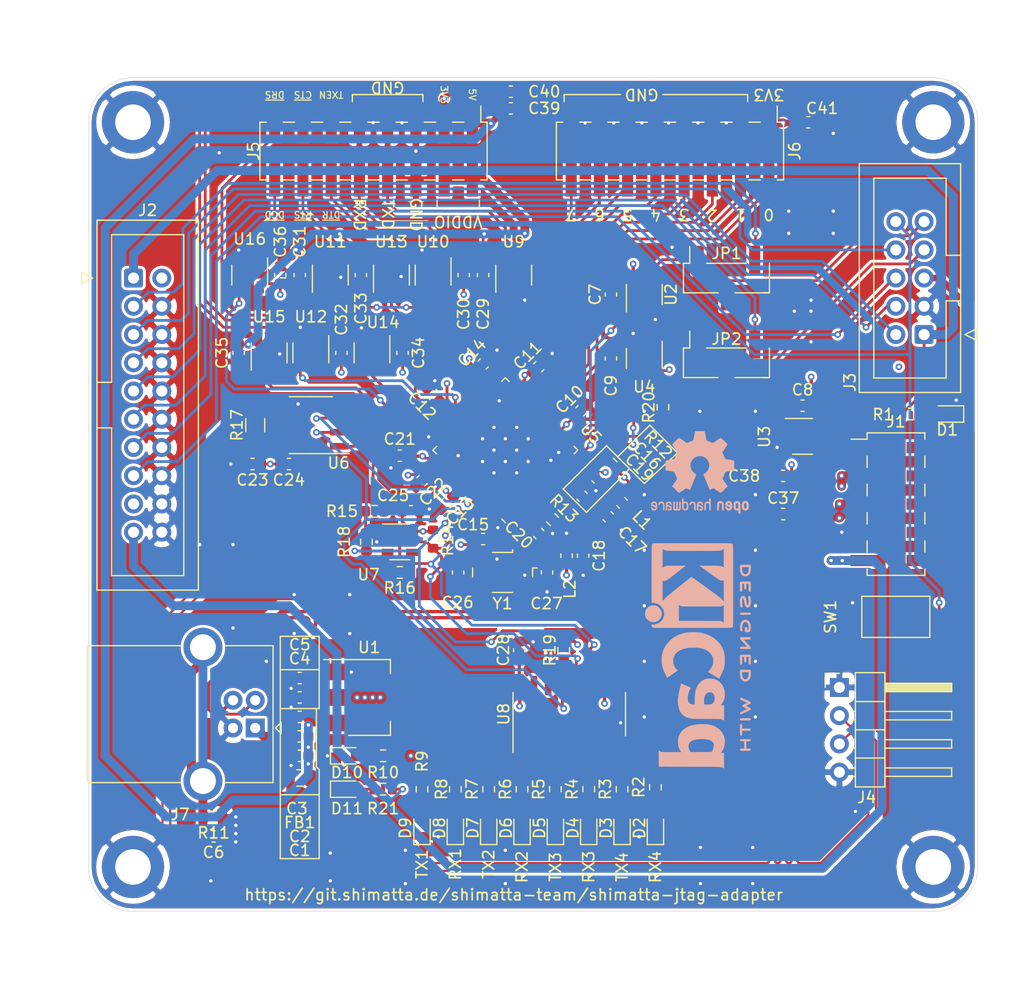
<source format=kicad_pcb>
(kicad_pcb (version 20171130) (host pcbnew 5.1.10)

  (general
    (thickness 1.6)
    (drawings 99)
    (tracks 1408)
    (zones 0)
    (modules 110)
    (nets 87)
  )

  (page A4)
  (title_block
    (title "Shimatta Jtag Adapter")
    (date 2021-05-14)
    (rev v1.0)
    (company Shimatta)
  )

  (layers
    (0 F.Cu signal)
    (1 In1.Cu power)
    (2 In2.Cu power)
    (31 B.Cu signal)
    (32 B.Adhes user)
    (33 F.Adhes user)
    (34 B.Paste user)
    (35 F.Paste user)
    (36 B.SilkS user)
    (37 F.SilkS user)
    (38 B.Mask user)
    (39 F.Mask user)
    (40 Dwgs.User user)
    (41 Cmts.User user)
    (42 Eco1.User user)
    (43 Eco2.User user)
    (44 Edge.Cuts user)
    (45 Margin user)
    (46 B.CrtYd user)
    (47 F.CrtYd user)
    (48 B.Fab user hide)
    (49 F.Fab user hide)
  )

  (setup
    (last_trace_width 0.6)
    (user_trace_width 0.3)
    (user_trace_width 0.6)
    (user_trace_width 0.8)
    (trace_clearance 0.2)
    (zone_clearance 0.254)
    (zone_45_only no)
    (trace_min 0.2)
    (via_size 0.6)
    (via_drill 0.3)
    (via_min_size 0.4)
    (via_min_drill 0.3)
    (user_via 0.9 0.5)
    (uvia_size 0.3)
    (uvia_drill 0.1)
    (uvias_allowed no)
    (uvia_min_size 0.2)
    (uvia_min_drill 0.1)
    (edge_width 0.05)
    (segment_width 0.2)
    (pcb_text_width 0.3)
    (pcb_text_size 1.5 1.5)
    (mod_edge_width 0.12)
    (mod_text_size 1 1)
    (mod_text_width 0.15)
    (pad_size 4.35 4.35)
    (pad_drill 0)
    (pad_to_mask_clearance 0)
    (aux_axis_origin 25 25)
    (grid_origin 25 25)
    (visible_elements FFFFFF7F)
    (pcbplotparams
      (layerselection 0x010fc_ffffffff)
      (usegerberextensions false)
      (usegerberattributes true)
      (usegerberadvancedattributes true)
      (creategerberjobfile true)
      (excludeedgelayer true)
      (linewidth 0.100000)
      (plotframeref false)
      (viasonmask false)
      (mode 1)
      (useauxorigin false)
      (hpglpennumber 1)
      (hpglpenspeed 20)
      (hpglpendiameter 15.000000)
      (psnegative false)
      (psa4output false)
      (plotreference true)
      (plotvalue true)
      (plotinvisibletext false)
      (padsonsilk false)
      (subtractmaskfromsilk false)
      (outputformat 1)
      (mirror false)
      (drillshape 1)
      (scaleselection 1)
      (outputdirectory ""))
  )

  (net 0 "")
  (net 1 GND)
  (net 2 +5V)
  (net 3 +3V3)
  (net 4 "Net-(C6-Pad2)")
  (net 5 /TARGET_VDDIO)
  (net 6 /FT4232H/VCORE)
  (net 7 "Net-(C17-Pad1)")
  (net 8 "Net-(C18-Pad1)")
  (net 9 "Net-(C26-Pad1)")
  (net 10 "Net-(C27-Pad1)")
  (net 11 /UART3_VDDIO)
  (net 12 "Net-(D1-Pad2)")
  (net 13 "Net-(D2-Pad2)")
  (net 14 "Net-(D3-Pad2)")
  (net 15 "Net-(D4-Pad2)")
  (net 16 "Net-(D5-Pad2)")
  (net 17 "Net-(D6-Pad2)")
  (net 18 "Net-(D7-Pad2)")
  (net 19 "Net-(D8-Pad2)")
  (net 20 "Net-(D9-Pad2)")
  (net 21 "Net-(D10-Pad2)")
  (net 22 "Net-(FB1-Pad2)")
  (net 23 /TEST_VCC_GND)
  (net 24 /~RTS~_VDDIO)
  (net 25 /~TARGET_RESET)
  (net 26 /TDO_SWO)
  (net 27 /RTCLK)
  (net 28 /TCK_SWCLK)
  (net 29 /TMS_SWDIO)
  (net 30 /TDI)
  (net 31 /~TRST)
  (net 32 "Net-(J3-Pad9)")
  (net 33 "Net-(J3-Pad7)")
  (net 34 /RS485-)
  (net 35 /RS485+)
  (net 36 "/UART3 Level Translation/~DCD3~_VDDIO")
  (net 37 "/UART3 Level Translation/~DSR3~_VDDIO")
  (net 38 "/UART3 Level Translation/~RTS3~_VDDIO")
  (net 39 "/UART3 Level Translation/~DTR3~_VDDIO")
  (net 40 "/UART3 Level Translation/TXDEN3_VDDIO")
  (net 41 "/UART3 Level Translation/RXD3_VDDIO")
  (net 42 "/UART3 Level Translation/TXD3_VDDIO")
  (net 43 /FT4232H/MPSSE2_7)
  (net 44 /FT4232H/MPSSE2_6)
  (net 45 /FT4232H/MPSSE2_5)
  (net 46 /FT4232H/MPSSE2_4)
  (net 47 /FT4232H/MPSSE2_3)
  (net 48 /FT4232H/MPSSE2_2)
  (net 49 /FT4232H/MPSSE2_1)
  (net 50 /FT4232H/MPSSE2_0)
  (net 51 /D+)
  (net 52 /D-)
  (net 53 "/Level trans Programming Connector/OUT_VDDIO")
  (net 54 "/Level trans Programming Connector/IN_VDDIO")
  (net 55 /FT4232H/D_RX_ACT)
  (net 56 /FT4232H/D_TX_ACT)
  (net 57 /FT4232H/C_RX_ACT)
  (net 58 /FT4232H/C_TX_ACT)
  (net 59 /FT4232H/B_RX_ACT)
  (net 60 /FT4232H/B_TX_ACT)
  (net 61 /FT4232H/A_RX_ACT)
  (net 62 /FT4232H/A_TX_ACT)
  (net 63 "Net-(R12-Pad1)")
  (net 64 "Net-(R13-Pad1)")
  (net 65 /FT4232H/EECS)
  (net 66 "Net-(R15-Pad2)")
  (net 67 /FT4232H/EECLK)
  (net 68 /FT4232H/EEDATA)
  (net 69 /FT4232H/~PWREN)
  (net 70 "/Level trans Programming Connector/IN_3V3")
  (net 71 "/Level trans Programming Connector/RTS_3V3")
  (net 72 "/Level trans Programming Connector/OUT_3V3")
  (net 73 /FT4232H/TXEN4)
  (net 74 /FT4232H/RXD4)
  (net 75 /FT4232H/TXD4)
  (net 76 /FT4232H/TXDEN3)
  (net 77 /FT4232H/~DCD3)
  (net 78 /FT4232H/~DSR3)
  (net 79 /FT4232H/~DTR3)
  (net 80 /FT4232H/~RTS3)
  (net 81 /FT4232H/RXD3)
  (net 82 /FT4232H/TXD3)
  (net 83 "/UART3 Level Translation/~CTS3~_VDDIO")
  (net 84 /FT4232H/~CTS3)
  (net 85 /JTAG_5V_SUPPLY)
  (net 86 "Net-(D11-Pad2)")

  (net_class Default "This is the default net class."
    (clearance 0.2)
    (trace_width 0.25)
    (via_dia 0.6)
    (via_drill 0.3)
    (uvia_dia 0.3)
    (uvia_drill 0.1)
    (diff_pair_width 0.25)
    (diff_pair_gap 0.25)
    (add_net +3V3)
    (add_net +5V)
    (add_net /FT4232H/A_RX_ACT)
    (add_net /FT4232H/A_TX_ACT)
    (add_net /FT4232H/B_RX_ACT)
    (add_net /FT4232H/B_TX_ACT)
    (add_net /FT4232H/C_RX_ACT)
    (add_net /FT4232H/C_TX_ACT)
    (add_net /FT4232H/D_RX_ACT)
    (add_net /FT4232H/D_TX_ACT)
    (add_net /FT4232H/EECLK)
    (add_net /FT4232H/EECS)
    (add_net /FT4232H/EEDATA)
    (add_net /FT4232H/MPSSE2_0)
    (add_net /FT4232H/MPSSE2_1)
    (add_net /FT4232H/MPSSE2_2)
    (add_net /FT4232H/MPSSE2_3)
    (add_net /FT4232H/MPSSE2_4)
    (add_net /FT4232H/MPSSE2_5)
    (add_net /FT4232H/MPSSE2_6)
    (add_net /FT4232H/MPSSE2_7)
    (add_net /FT4232H/RXD3)
    (add_net /FT4232H/RXD4)
    (add_net /FT4232H/TXD3)
    (add_net /FT4232H/TXD4)
    (add_net /FT4232H/TXDEN3)
    (add_net /FT4232H/TXEN4)
    (add_net /FT4232H/VCORE)
    (add_net /FT4232H/~CTS3)
    (add_net /FT4232H/~DCD3)
    (add_net /FT4232H/~DSR3)
    (add_net /FT4232H/~DTR3)
    (add_net /FT4232H/~PWREN)
    (add_net /FT4232H/~RTS3)
    (add_net /JTAG_5V_SUPPLY)
    (add_net "/Level trans Programming Connector/IN_3V3")
    (add_net "/Level trans Programming Connector/IN_VDDIO")
    (add_net "/Level trans Programming Connector/OUT_3V3")
    (add_net "/Level trans Programming Connector/OUT_VDDIO")
    (add_net "/Level trans Programming Connector/RTS_3V3")
    (add_net /RTCLK)
    (add_net /TARGET_VDDIO)
    (add_net /TCK_SWCLK)
    (add_net /TDI)
    (add_net /TDO_SWO)
    (add_net /TEST_VCC_GND)
    (add_net /TMS_SWDIO)
    (add_net "/UART3 Level Translation/RXD3_VDDIO")
    (add_net "/UART3 Level Translation/TXD3_VDDIO")
    (add_net "/UART3 Level Translation/TXDEN3_VDDIO")
    (add_net "/UART3 Level Translation/~CTS3~_VDDIO")
    (add_net "/UART3 Level Translation/~DCD3~_VDDIO")
    (add_net "/UART3 Level Translation/~DSR3~_VDDIO")
    (add_net "/UART3 Level Translation/~DTR3~_VDDIO")
    (add_net "/UART3 Level Translation/~RTS3~_VDDIO")
    (add_net /UART3_VDDIO)
    (add_net /~RTS~_VDDIO)
    (add_net /~TARGET_RESET)
    (add_net /~TRST)
    (add_net GND)
    (add_net "Net-(C17-Pad1)")
    (add_net "Net-(C18-Pad1)")
    (add_net "Net-(C26-Pad1)")
    (add_net "Net-(C27-Pad1)")
    (add_net "Net-(C6-Pad2)")
    (add_net "Net-(D1-Pad2)")
    (add_net "Net-(D10-Pad2)")
    (add_net "Net-(D11-Pad2)")
    (add_net "Net-(D2-Pad2)")
    (add_net "Net-(D3-Pad2)")
    (add_net "Net-(D4-Pad2)")
    (add_net "Net-(D5-Pad2)")
    (add_net "Net-(D6-Pad2)")
    (add_net "Net-(D7-Pad2)")
    (add_net "Net-(D8-Pad2)")
    (add_net "Net-(D9-Pad2)")
    (add_net "Net-(FB1-Pad2)")
    (add_net "Net-(J3-Pad7)")
    (add_net "Net-(J3-Pad9)")
    (add_net "Net-(R12-Pad1)")
    (add_net "Net-(R13-Pad1)")
    (add_net "Net-(R15-Pad2)")
  )

  (net_class RS485 ""
    (clearance 0.5)
    (trace_width 0.2)
    (via_dia 0.6)
    (via_drill 0.3)
    (uvia_dia 0.3)
    (uvia_drill 0.1)
    (diff_pair_width 0.2)
    (diff_pair_gap 0.5)
    (add_net /RS485+)
    (add_net /RS485-)
  )

  (net_class USB ""
    (clearance 0.2)
    (trace_width 0.25)
    (via_dia 0.6)
    (via_drill 0.3)
    (uvia_dia 0.3)
    (uvia_drill 0.1)
    (diff_pair_width 0.3)
    (diff_pair_gap 0.25)
    (add_net /D+)
    (add_net /D-)
  )

  (module Resistor_SMD:R_0603_1608Metric (layer F.Cu) (tedit 5F68FEEE) (tstamp 60A24EC1)
    (at 51.5 89)
    (descr "Resistor SMD 0603 (1608 Metric), square (rectangular) end terminal, IPC_7351 nominal, (Body size source: IPC-SM-782 page 72, https://www.pcb-3d.com/wordpress/wp-content/uploads/ipc-sm-782a_amendment_1_and_2.pdf), generated with kicad-footprint-generator")
    (tags resistor)
    (path /60B7FDBF)
    (attr smd)
    (fp_text reference R21 (at 0 1.75) (layer F.SilkS)
      (effects (font (size 1 1) (thickness 0.15)))
    )
    (fp_text value 1k5 (at 0 1.43) (layer F.Fab)
      (effects (font (size 1 1) (thickness 0.15)))
    )
    (fp_line (start 1.48 0.73) (end -1.48 0.73) (layer F.CrtYd) (width 0.05))
    (fp_line (start 1.48 -0.73) (end 1.48 0.73) (layer F.CrtYd) (width 0.05))
    (fp_line (start -1.48 -0.73) (end 1.48 -0.73) (layer F.CrtYd) (width 0.05))
    (fp_line (start -1.48 0.73) (end -1.48 -0.73) (layer F.CrtYd) (width 0.05))
    (fp_line (start -0.237258 0.5225) (end 0.237258 0.5225) (layer F.SilkS) (width 0.12))
    (fp_line (start -0.237258 -0.5225) (end 0.237258 -0.5225) (layer F.SilkS) (width 0.12))
    (fp_line (start 0.8 0.4125) (end -0.8 0.4125) (layer F.Fab) (width 0.1))
    (fp_line (start 0.8 -0.4125) (end 0.8 0.4125) (layer F.Fab) (width 0.1))
    (fp_line (start -0.8 -0.4125) (end 0.8 -0.4125) (layer F.Fab) (width 0.1))
    (fp_line (start -0.8 0.4125) (end -0.8 -0.4125) (layer F.Fab) (width 0.1))
    (fp_text user %R (at 0 0) (layer F.Fab)
      (effects (font (size 0.4 0.4) (thickness 0.06)))
    )
    (pad 2 smd roundrect (at 0.825 0) (size 0.8 0.95) (layers F.Cu F.Paste F.Mask) (roundrect_rratio 0.25)
      (net 85 /JTAG_5V_SUPPLY))
    (pad 1 smd roundrect (at -0.825 0) (size 0.8 0.95) (layers F.Cu F.Paste F.Mask) (roundrect_rratio 0.25)
      (net 86 "Net-(D11-Pad2)"))
    (model ${KISYS3DMOD}/Resistor_SMD.3dshapes/R_0603_1608Metric.wrl
      (at (xyz 0 0 0))
      (scale (xyz 1 1 1))
      (rotate (xyz 0 0 0))
    )
  )

  (module LED_SMD:LED_0603_1608Metric (layer F.Cu) (tedit 5F68FEF1) (tstamp 60A24764)
    (at 48.25 89)
    (descr "LED SMD 0603 (1608 Metric), square (rectangular) end terminal, IPC_7351 nominal, (Body size source: http://www.tortai-tech.com/upload/download/2011102023233369053.pdf), generated with kicad-footprint-generator")
    (tags LED)
    (path /60B78CA4)
    (attr smd)
    (fp_text reference D11 (at 0 1.75) (layer F.SilkS)
      (effects (font (size 1 1) (thickness 0.15)))
    )
    (fp_text value R (at 0 1.43) (layer F.Fab)
      (effects (font (size 1 1) (thickness 0.15)))
    )
    (fp_line (start 1.48 0.73) (end -1.48 0.73) (layer F.CrtYd) (width 0.05))
    (fp_line (start 1.48 -0.73) (end 1.48 0.73) (layer F.CrtYd) (width 0.05))
    (fp_line (start -1.48 -0.73) (end 1.48 -0.73) (layer F.CrtYd) (width 0.05))
    (fp_line (start -1.48 0.73) (end -1.48 -0.73) (layer F.CrtYd) (width 0.05))
    (fp_line (start -1.485 0.735) (end 0.8 0.735) (layer F.SilkS) (width 0.12))
    (fp_line (start -1.485 -0.735) (end -1.485 0.735) (layer F.SilkS) (width 0.12))
    (fp_line (start 0.8 -0.735) (end -1.485 -0.735) (layer F.SilkS) (width 0.12))
    (fp_line (start 0.8 0.4) (end 0.8 -0.4) (layer F.Fab) (width 0.1))
    (fp_line (start -0.8 0.4) (end 0.8 0.4) (layer F.Fab) (width 0.1))
    (fp_line (start -0.8 -0.1) (end -0.8 0.4) (layer F.Fab) (width 0.1))
    (fp_line (start -0.5 -0.4) (end -0.8 -0.1) (layer F.Fab) (width 0.1))
    (fp_line (start 0.8 -0.4) (end -0.5 -0.4) (layer F.Fab) (width 0.1))
    (fp_text user %R (at 0 0) (layer F.Fab)
      (effects (font (size 0.4 0.4) (thickness 0.06)))
    )
    (pad 2 smd roundrect (at 0.7875 0) (size 0.875 0.95) (layers F.Cu F.Paste F.Mask) (roundrect_rratio 0.25)
      (net 86 "Net-(D11-Pad2)"))
    (pad 1 smd roundrect (at -0.7875 0) (size 0.875 0.95) (layers F.Cu F.Paste F.Mask) (roundrect_rratio 0.25)
      (net 1 GND))
    (model ${KISYS3DMOD}/LED_SMD.3dshapes/LED_0603_1608Metric.wrl
      (at (xyz 0 0 0))
      (scale (xyz 1 1 1))
      (rotate (xyz 0 0 0))
    )
  )

  (module Connector_PinHeader_2.54mm:PinHeader_2x05_P2.54mm_Vertical_SMD (layer F.Cu) (tedit 59FED5CC) (tstamp 60A2169F)
    (at 97.644 63.354)
    (descr "surface-mounted straight pin header, 2x05, 2.54mm pitch, double rows")
    (tags "Surface mounted pin header SMD 2x05 2.54mm double row")
    (path /60ACE56C)
    (attr smd)
    (fp_text reference J1 (at 0 -7.41) (layer F.SilkS)
      (effects (font (size 1 1) (thickness 0.15)))
    )
    (fp_text value Conn_02x05_Odd_Even (at 0 7.41) (layer F.Fab)
      (effects (font (size 1 1) (thickness 0.15)))
    )
    (fp_line (start 5.9 -6.85) (end -5.9 -6.85) (layer F.CrtYd) (width 0.05))
    (fp_line (start 5.9 6.85) (end 5.9 -6.85) (layer F.CrtYd) (width 0.05))
    (fp_line (start -5.9 6.85) (end 5.9 6.85) (layer F.CrtYd) (width 0.05))
    (fp_line (start -5.9 -6.85) (end -5.9 6.85) (layer F.CrtYd) (width 0.05))
    (fp_line (start 2.6 3.3) (end 2.6 4.32) (layer F.SilkS) (width 0.12))
    (fp_line (start -2.6 3.3) (end -2.6 4.32) (layer F.SilkS) (width 0.12))
    (fp_line (start 2.6 0.76) (end 2.6 1.78) (layer F.SilkS) (width 0.12))
    (fp_line (start -2.6 0.76) (end -2.6 1.78) (layer F.SilkS) (width 0.12))
    (fp_line (start 2.6 -1.78) (end 2.6 -0.76) (layer F.SilkS) (width 0.12))
    (fp_line (start -2.6 -1.78) (end -2.6 -0.76) (layer F.SilkS) (width 0.12))
    (fp_line (start 2.6 -4.32) (end 2.6 -3.3) (layer F.SilkS) (width 0.12))
    (fp_line (start -2.6 -4.32) (end -2.6 -3.3) (layer F.SilkS) (width 0.12))
    (fp_line (start 2.6 5.84) (end 2.6 6.41) (layer F.SilkS) (width 0.12))
    (fp_line (start -2.6 5.84) (end -2.6 6.41) (layer F.SilkS) (width 0.12))
    (fp_line (start 2.6 -6.41) (end 2.6 -5.84) (layer F.SilkS) (width 0.12))
    (fp_line (start -2.6 -6.41) (end -2.6 -5.84) (layer F.SilkS) (width 0.12))
    (fp_line (start -4.04 -5.84) (end -2.6 -5.84) (layer F.SilkS) (width 0.12))
    (fp_line (start -2.6 6.41) (end 2.6 6.41) (layer F.SilkS) (width 0.12))
    (fp_line (start -2.6 -6.41) (end 2.6 -6.41) (layer F.SilkS) (width 0.12))
    (fp_line (start 3.6 5.4) (end 2.54 5.4) (layer F.Fab) (width 0.1))
    (fp_line (start 3.6 4.76) (end 3.6 5.4) (layer F.Fab) (width 0.1))
    (fp_line (start 2.54 4.76) (end 3.6 4.76) (layer F.Fab) (width 0.1))
    (fp_line (start -3.6 5.4) (end -2.54 5.4) (layer F.Fab) (width 0.1))
    (fp_line (start -3.6 4.76) (end -3.6 5.4) (layer F.Fab) (width 0.1))
    (fp_line (start -2.54 4.76) (end -3.6 4.76) (layer F.Fab) (width 0.1))
    (fp_line (start 3.6 2.86) (end 2.54 2.86) (layer F.Fab) (width 0.1))
    (fp_line (start 3.6 2.22) (end 3.6 2.86) (layer F.Fab) (width 0.1))
    (fp_line (start 2.54 2.22) (end 3.6 2.22) (layer F.Fab) (width 0.1))
    (fp_line (start -3.6 2.86) (end -2.54 2.86) (layer F.Fab) (width 0.1))
    (fp_line (start -3.6 2.22) (end -3.6 2.86) (layer F.Fab) (width 0.1))
    (fp_line (start -2.54 2.22) (end -3.6 2.22) (layer F.Fab) (width 0.1))
    (fp_line (start 3.6 0.32) (end 2.54 0.32) (layer F.Fab) (width 0.1))
    (fp_line (start 3.6 -0.32) (end 3.6 0.32) (layer F.Fab) (width 0.1))
    (fp_line (start 2.54 -0.32) (end 3.6 -0.32) (layer F.Fab) (width 0.1))
    (fp_line (start -3.6 0.32) (end -2.54 0.32) (layer F.Fab) (width 0.1))
    (fp_line (start -3.6 -0.32) (end -3.6 0.32) (layer F.Fab) (width 0.1))
    (fp_line (start -2.54 -0.32) (end -3.6 -0.32) (layer F.Fab) (width 0.1))
    (fp_line (start 3.6 -2.22) (end 2.54 -2.22) (layer F.Fab) (width 0.1))
    (fp_line (start 3.6 -2.86) (end 3.6 -2.22) (layer F.Fab) (width 0.1))
    (fp_line (start 2.54 -2.86) (end 3.6 -2.86) (layer F.Fab) (width 0.1))
    (fp_line (start -3.6 -2.22) (end -2.54 -2.22) (layer F.Fab) (width 0.1))
    (fp_line (start -3.6 -2.86) (end -3.6 -2.22) (layer F.Fab) (width 0.1))
    (fp_line (start -2.54 -2.86) (end -3.6 -2.86) (layer F.Fab) (width 0.1))
    (fp_line (start 3.6 -4.76) (end 2.54 -4.76) (layer F.Fab) (width 0.1))
    (fp_line (start 3.6 -5.4) (end 3.6 -4.76) (layer F.Fab) (width 0.1))
    (fp_line (start 2.54 -5.4) (end 3.6 -5.4) (layer F.Fab) (width 0.1))
    (fp_line (start -3.6 -4.76) (end -2.54 -4.76) (layer F.Fab) (width 0.1))
    (fp_line (start -3.6 -5.4) (end -3.6 -4.76) (layer F.Fab) (width 0.1))
    (fp_line (start -2.54 -5.4) (end -3.6 -5.4) (layer F.Fab) (width 0.1))
    (fp_line (start 2.54 -6.35) (end 2.54 6.35) (layer F.Fab) (width 0.1))
    (fp_line (start -2.54 -5.4) (end -1.59 -6.35) (layer F.Fab) (width 0.1))
    (fp_line (start -2.54 6.35) (end -2.54 -5.4) (layer F.Fab) (width 0.1))
    (fp_line (start -1.59 -6.35) (end 2.54 -6.35) (layer F.Fab) (width 0.1))
    (fp_line (start 2.54 6.35) (end -2.54 6.35) (layer F.Fab) (width 0.1))
    (fp_text user %R (at 0 0 90) (layer F.Fab)
      (effects (font (size 1 1) (thickness 0.15)))
    )
    (pad 10 smd rect (at 2.525 5.08) (size 3.15 1) (layers F.Cu F.Paste F.Mask)
      (net 23 /TEST_VCC_GND))
    (pad 9 smd rect (at -2.525 5.08) (size 3.15 1) (layers F.Cu F.Paste F.Mask)
      (net 85 /JTAG_5V_SUPPLY))
    (pad 8 smd rect (at 2.525 2.54) (size 3.15 1) (layers F.Cu F.Paste F.Mask)
      (net 23 /TEST_VCC_GND))
    (pad 7 smd rect (at -2.525 2.54) (size 3.15 1) (layers F.Cu F.Paste F.Mask)
      (net 1 GND))
    (pad 6 smd rect (at 2.525 0) (size 3.15 1) (layers F.Cu F.Paste F.Mask)
      (net 23 /TEST_VCC_GND))
    (pad 5 smd rect (at -2.525 0) (size 3.15 1) (layers F.Cu F.Paste F.Mask)
      (net 2 +5V))
    (pad 4 smd rect (at 2.525 -2.54) (size 3.15 1) (layers F.Cu F.Paste F.Mask)
      (net 23 /TEST_VCC_GND))
    (pad 3 smd rect (at -2.525 -2.54) (size 3.15 1) (layers F.Cu F.Paste F.Mask)
      (net 3 +3V3))
    (pad 2 smd rect (at 2.525 -5.08) (size 3.15 1) (layers F.Cu F.Paste F.Mask)
      (net 23 /TEST_VCC_GND))
    (pad 1 smd rect (at -2.525 -5.08) (size 3.15 1) (layers F.Cu F.Paste F.Mask)
      (net 24 /~RTS~_VDDIO))
    (model ${KISYS3DMOD}/Connector_PinHeader_2.54mm.3dshapes/PinHeader_2x05_P2.54mm_Vertical_SMD.wrl
      (at (xyz 0 0 0))
      (scale (xyz 1 1 1))
      (rotate (xyz 0 0 0))
    )
  )

  (module Symbol:KiCad-Logo2_8mm_SilkScreen (layer B.Cu) (tedit 0) (tstamp 60A1DDF5)
    (at 79 77 270)
    (descr "KiCad Logo")
    (tags "Logo KiCad")
    (attr virtual)
    (fp_text reference REF** (at 0 6.35 270) (layer B.SilkS) hide
      (effects (font (size 1 1) (thickness 0.15)) (justify mirror))
    )
    (fp_text value KiCad-Logo2_8mm_SilkScreen (at 0 -7.62 270) (layer B.Fab) hide
      (effects (font (size 1 1) (thickness 0.15)) (justify mirror))
    )
    (fp_poly (pts (xy -7.870089 3.33834) (xy -7.52054 3.338293) (xy -7.35783 3.338286) (xy -4.753429 3.338285)
      (xy -4.753429 3.184762) (xy -4.737043 2.997937) (xy -4.687588 2.825633) (xy -4.60462 2.666825)
      (xy -4.487695 2.52049) (xy -4.448136 2.480968) (xy -4.30583 2.368862) (xy -4.148922 2.287101)
      (xy -3.982072 2.235647) (xy -3.809939 2.214463) (xy -3.637185 2.223513) (xy -3.46847 2.262758)
      (xy -3.308454 2.332162) (xy -3.161798 2.431689) (xy -3.095932 2.491735) (xy -2.973192 2.638957)
      (xy -2.883188 2.800853) (xy -2.826706 2.975573) (xy -2.804529 3.161265) (xy -2.804234 3.179533)
      (xy -2.803072 3.33828) (xy -2.7333 3.338283) (xy -2.671405 3.329882) (xy -2.614865 3.309444)
      (xy -2.611128 3.307333) (xy -2.598358 3.300707) (xy -2.586632 3.295546) (xy -2.575906 3.290349)
      (xy -2.566139 3.28361) (xy -2.557288 3.273829) (xy -2.549311 3.2595) (xy -2.542165 3.239122)
      (xy -2.535808 3.211192) (xy -2.530198 3.174205) (xy -2.525293 3.12666) (xy -2.521049 3.067053)
      (xy -2.517424 2.993881) (xy -2.514377 2.905641) (xy -2.511864 2.80083) (xy -2.509844 2.677945)
      (xy -2.508274 2.535483) (xy -2.507112 2.37194) (xy -2.506314 2.185814) (xy -2.50584 1.975602)
      (xy -2.505646 1.7398) (xy -2.50569 1.476906) (xy -2.50593 1.185416) (xy -2.506323 0.863828)
      (xy -2.506827 0.510638) (xy -2.5074 0.124343) (xy -2.507999 -0.29656) (xy -2.508068 -0.34784)
      (xy -2.508605 -0.771426) (xy -2.509061 -1.16023) (xy -2.509484 -1.515753) (xy -2.509921 -1.839498)
      (xy -2.510422 -2.132966) (xy -2.511035 -2.397661) (xy -2.511808 -2.635085) (xy -2.512789 -2.84674)
      (xy -2.514026 -3.034129) (xy -2.515568 -3.198754) (xy -2.517463 -3.342117) (xy -2.519759 -3.46572)
      (xy -2.522504 -3.571067) (xy -2.525747 -3.659659) (xy -2.529536 -3.733) (xy -2.533919 -3.79259)
      (xy -2.538945 -3.839933) (xy -2.544661 -3.876531) (xy -2.551116 -3.903886) (xy -2.558359 -3.923502)
      (xy -2.566437 -3.936879) (xy -2.575398 -3.945521) (xy -2.585292 -3.95093) (xy -2.596165 -3.954608)
      (xy -2.608067 -3.958058) (xy -2.621046 -3.962782) (xy -2.624217 -3.96422) (xy -2.634181 -3.967451)
      (xy -2.650859 -3.97042) (xy -2.675707 -3.973137) (xy -2.71018 -3.975613) (xy -2.755736 -3.977858)
      (xy -2.81383 -3.979883) (xy -2.885919 -3.981698) (xy -2.973458 -3.983315) (xy -3.077905 -3.984743)
      (xy -3.200715 -3.985993) (xy -3.343345 -3.987076) (xy -3.507251 -3.988002) (xy -3.69389 -3.988782)
      (xy -3.904716 -3.989426) (xy -4.141188 -3.989946) (xy -4.404761 -3.990351) (xy -4.69689 -3.990652)
      (xy -5.019034 -3.99086) (xy -5.372647 -3.990985) (xy -5.759186 -3.991038) (xy -6.180108 -3.991029)
      (xy -6.316456 -3.991016) (xy -6.746716 -3.990947) (xy -7.142164 -3.990834) (xy -7.504273 -3.990665)
      (xy -7.834517 -3.99043) (xy -8.134371 -3.990116) (xy -8.405308 -3.989713) (xy -8.6488 -3.989207)
      (xy -8.866323 -3.988589) (xy -9.05935 -3.987846) (xy -9.229354 -3.986968) (xy -9.37781 -3.985941)
      (xy -9.50619 -3.984756) (xy -9.615969 -3.9834) (xy -9.70862 -3.981862) (xy -9.785617 -3.98013)
      (xy -9.848434 -3.978194) (xy -9.898544 -3.97604) (xy -9.937421 -3.973659) (xy -9.966538 -3.971037)
      (xy -9.987371 -3.968165) (xy -10.001391 -3.96503) (xy -10.009034 -3.962159) (xy -10.022618 -3.95643)
      (xy -10.03509 -3.952206) (xy -10.046498 -3.947985) (xy -10.056889 -3.942268) (xy -10.066309 -3.933555)
      (xy -10.074808 -3.920345) (xy -10.08243 -3.901137) (xy -10.089225 -3.874433) (xy -10.095238 -3.83873)
      (xy -10.100517 -3.79253) (xy -10.10511 -3.734332) (xy -10.109064 -3.662635) (xy -10.112425 -3.57594)
      (xy -10.115241 -3.472746) (xy -10.11756 -3.351553) (xy -10.119428 -3.21086) (xy -10.119916 -3.156857)
      (xy -9.635704 -3.156857) (xy -7.924256 -3.156857) (xy -7.957187 -3.106964) (xy -7.989947 -3.055693)
      (xy -8.017689 -3.006869) (xy -8.040807 -2.957076) (xy -8.059697 -2.902898) (xy -8.074751 -2.840916)
      (xy -8.086367 -2.767715) (xy -8.094936 -2.679878) (xy -8.100856 -2.573988) (xy -8.104519 -2.446628)
      (xy -8.106321 -2.294381) (xy -8.106656 -2.113832) (xy -8.105919 -1.901562) (xy -8.105501 -1.822755)
      (xy -8.100786 -0.977911) (xy -7.565572 -1.706557) (xy -7.413946 -1.913265) (xy -7.282581 -2.09326)
      (xy -7.170057 -2.248925) (xy -7.074957 -2.382647) (xy -6.995862 -2.496809) (xy -6.931353 -2.593797)
      (xy -6.880012 -2.675994) (xy -6.84042 -2.745786) (xy -6.81116 -2.805558) (xy -6.790812 -2.857693)
      (xy -6.777958 -2.904576) (xy -6.771181 -2.948593) (xy -6.76906 -2.992127) (xy -6.770179 -3.037564)
      (xy -6.770464 -3.043275) (xy -6.776357 -3.156933) (xy -4.900771 -3.156857) (xy -5.040278 -3.016189)
      (xy -5.078135 -2.977715) (xy -5.114047 -2.940279) (xy -5.149593 -2.901814) (xy -5.186347 -2.860258)
      (xy -5.225886 -2.813545) (xy -5.269786 -2.75961) (xy -5.319623 -2.69639) (xy -5.376972 -2.621818)
      (xy -5.443411 -2.533832) (xy -5.520515 -2.430365) (xy -5.609861 -2.309354) (xy -5.713024 -2.168734)
      (xy -5.83158 -2.00644) (xy -5.967105 -1.820407) (xy -6.121177 -1.608571) (xy -6.247462 -1.434804)
      (xy -6.405954 -1.216501) (xy -6.544216 -1.025629) (xy -6.663499 -0.860374) (xy -6.765057 -0.718926)
      (xy -6.850141 -0.599471) (xy -6.920005 -0.500198) (xy -6.9759 -0.419295) (xy -7.01908 -0.354949)
      (xy -7.050797 -0.305347) (xy -7.072302 -0.268679) (xy -7.08485 -0.243132) (xy -7.089692 -0.226893)
      (xy -7.088237 -0.218355) (xy -7.070599 -0.195635) (xy -7.032466 -0.147543) (xy -6.976138 -0.076938)
      (xy -6.903916 0.013322) (xy -6.818101 0.120379) (xy -6.720994 0.241373) (xy -6.614896 0.373446)
      (xy -6.502109 0.51374) (xy -6.384932 0.659397) (xy -6.265667 0.807556) (xy -6.200067 0.889)
      (xy -4.571314 0.889) (xy -4.503621 0.766535) (xy -4.435929 0.644071) (xy -4.435929 -2.911929)
      (xy -4.503621 -3.034393) (xy -4.571314 -3.156857) (xy -3.770559 -3.156857) (xy -3.579398 -3.156802)
      (xy -3.421501 -3.156551) (xy -3.293848 -3.155979) (xy -3.193419 -3.154959) (xy -3.117193 -3.153365)
      (xy -3.062148 -3.15107) (xy -3.025264 -3.14795) (xy -3.003521 -3.143877) (xy -2.993898 -3.138725)
      (xy -2.993373 -3.132367) (xy -2.998926 -3.124679) (xy -2.998984 -3.124615) (xy -3.02186 -3.091524)
      (xy -3.052151 -3.037719) (xy -3.078903 -2.984008) (xy -3.129643 -2.875643) (xy -3.134818 -0.993322)
      (xy -3.139993 0.889) (xy -4.571314 0.889) (xy -6.200067 0.889) (xy -6.146615 0.955361)
      (xy -6.030077 1.099953) (xy -5.918354 1.238472) (xy -5.813746 1.368061) (xy -5.718556 1.48586)
      (xy -5.635083 1.589012) (xy -5.565629 1.674657) (xy -5.512494 1.739938) (xy -5.481285 1.778)
      (xy -5.360097 1.92033) (xy -5.243507 2.04877) (xy -5.135603 2.159114) (xy -5.04047 2.247159)
      (xy -4.972957 2.301138) (xy -4.893127 2.358571) (xy -6.729108 2.358571) (xy -6.728592 2.250835)
      (xy -6.733724 2.171628) (xy -6.753015 2.098195) (xy -6.782877 2.028585) (xy -6.802288 1.989259)
      (xy -6.823159 1.950293) (xy -6.847396 1.909099) (xy -6.876906 1.863092) (xy -6.913594 1.809683)
      (xy -6.959368 1.746286) (xy -7.016135 1.670315) (xy -7.0858 1.579183) (xy -7.17027 1.470302)
      (xy -7.271453 1.341086) (xy -7.391253 1.188948) (xy -7.531579 1.011302) (xy -7.547429 0.991258)
      (xy -8.100786 0.291492) (xy -8.106143 1.066496) (xy -8.107221 1.298632) (xy -8.106992 1.495154)
      (xy -8.105443 1.656708) (xy -8.102563 1.783944) (xy -8.098341 1.877508) (xy -8.092766 1.938048)
      (xy -8.090893 1.949532) (xy -8.061495 2.070501) (xy -8.022978 2.179554) (xy -7.979026 2.267237)
      (xy -7.952621 2.304426) (xy -7.90706 2.358571) (xy -8.77153 2.358571) (xy -8.977745 2.358395)
      (xy -9.150188 2.357821) (xy -9.291373 2.356783) (xy -9.403812 2.355213) (xy -9.490017 2.353046)
      (xy -9.552502 2.350212) (xy -9.593779 2.346647) (xy -9.61636 2.342282) (xy -9.622759 2.337051)
      (xy -9.622317 2.335893) (xy -9.603991 2.308231) (xy -9.573396 2.264385) (xy -9.557567 2.242209)
      (xy -9.541202 2.22008) (xy -9.526492 2.200291) (xy -9.513344 2.180894) (xy -9.501667 2.159942)
      (xy -9.491368 2.135488) (xy -9.482354 2.105584) (xy -9.474532 2.068283) (xy -9.467809 2.021637)
      (xy -9.462094 1.963699) (xy -9.457293 1.892521) (xy -9.453315 1.806156) (xy -9.450065 1.702656)
      (xy -9.447452 1.580075) (xy -9.445383 1.436463) (xy -9.443766 1.269875) (xy -9.442507 1.078363)
      (xy -9.441515 0.859978) (xy -9.440696 0.612774) (xy -9.439958 0.334804) (xy -9.439209 0.024119)
      (xy -9.438508 -0.2613) (xy -9.437847 -0.579492) (xy -9.437503 -0.883077) (xy -9.437468 -1.170115)
      (xy -9.437732 -1.438669) (xy -9.438285 -1.686798) (xy -9.43912 -1.912563) (xy -9.440227 -2.114026)
      (xy -9.441596 -2.289246) (xy -9.443219 -2.436286) (xy -9.445087 -2.553206) (xy -9.447189 -2.638067)
      (xy -9.449518 -2.688929) (xy -9.449959 -2.694304) (xy -9.466008 -2.817613) (xy -9.491064 -2.916644)
      (xy -9.529221 -3.00307) (xy -9.584572 -3.088565) (xy -9.591496 -3.097893) (xy -9.635704 -3.156857)
      (xy -10.119916 -3.156857) (xy -10.120892 -3.049168) (xy -10.122001 -2.864976) (xy -10.122801 -2.656784)
      (xy -10.123339 -2.423091) (xy -10.123662 -2.162398) (xy -10.123817 -1.873204) (xy -10.123854 -1.554009)
      (xy -10.123817 -1.203313) (xy -10.123755 -0.819614) (xy -10.123715 -0.401414) (xy -10.123714 -0.318393)
      (xy -10.123691 0.104211) (xy -10.123612 0.492019) (xy -10.123467 0.84652) (xy -10.123244 1.169203)
      (xy -10.122931 1.461558) (xy -10.122517 1.725073) (xy -10.121991 1.961238) (xy -10.12134 2.171542)
      (xy -10.120553 2.357474) (xy -10.119619 2.520525) (xy -10.118526 2.662182) (xy -10.117263 2.783936)
      (xy -10.115817 2.887275) (xy -10.114179 2.973689) (xy -10.112334 3.044667) (xy -10.110274 3.101699)
      (xy -10.107985 3.146273) (xy -10.105456 3.179879) (xy -10.102676 3.204007) (xy -10.099633 3.220144)
      (xy -10.096316 3.229782) (xy -10.096193 3.230022) (xy -10.08936 3.244745) (xy -10.08367 3.258074)
      (xy -10.077374 3.270078) (xy -10.068728 3.280827) (xy -10.055986 3.290389) (xy -10.0374 3.298833)
      (xy -10.011226 3.306229) (xy -9.975716 3.312646) (xy -9.929125 3.318152) (xy -9.869707 3.322817)
      (xy -9.795715 3.326709) (xy -9.705403 3.329898) (xy -9.597025 3.332453) (xy -9.468835 3.334442)
      (xy -9.319087 3.335935) (xy -9.146034 3.337002) (xy -8.947931 3.337709) (xy -8.723031 3.338128)
      (xy -8.469588 3.338327) (xy -8.185856 3.338374) (xy -7.870089 3.33834)) (layer B.SilkS) (width 0.01))
    (fp_poly (pts (xy 0.581378 2.430769) (xy 0.777019 2.409351) (xy 0.966562 2.371015) (xy 1.157717 2.313762)
      (xy 1.358196 2.235591) (xy 1.575708 2.134504) (xy 1.61488 2.114924) (xy 1.704772 2.070638)
      (xy 1.789553 2.030761) (xy 1.860855 1.999102) (xy 1.91031 1.979468) (xy 1.917908 1.976996)
      (xy 1.990714 1.955183) (xy 1.664803 1.481056) (xy 1.585123 1.365177) (xy 1.512272 1.259306)
      (xy 1.44873 1.167038) (xy 1.396972 1.091967) (xy 1.359477 1.037687) (xy 1.338723 1.007793)
      (xy 1.335351 1.003059) (xy 1.321655 1.012958) (xy 1.287943 1.042715) (xy 1.240244 1.086927)
      (xy 1.21392 1.111916) (xy 1.064772 1.230544) (xy 0.897268 1.320687) (xy 0.752928 1.370064)
      (xy 0.666283 1.385571) (xy 0.557796 1.395021) (xy 0.440227 1.398239) (xy 0.326334 1.395049)
      (xy 0.228879 1.385276) (xy 0.18999 1.377791) (xy 0.014712 1.317488) (xy -0.143235 1.22541)
      (xy -0.283732 1.101727) (xy -0.406665 0.946607) (xy -0.511915 0.760219) (xy -0.599365 0.54273)
      (xy -0.6689 0.294308) (xy -0.710225 0.081643) (xy -0.721006 -0.012241) (xy -0.728352 -0.133524)
      (xy -0.732333 -0.273493) (xy -0.733021 -0.423431) (xy -0.730486 -0.574622) (xy -0.7248 -0.718351)
      (xy -0.716033 -0.845903) (xy -0.704256 -0.948562) (xy -0.701707 -0.964401) (xy -0.645519 -1.219536)
      (xy -0.568964 -1.445342) (xy -0.471574 -1.642831) (xy -0.352886 -1.813014) (xy -0.268637 -1.905022)
      (xy -0.11723 -2.029943) (xy 0.048817 -2.12254) (xy 0.226701 -2.182309) (xy 0.413622 -2.208746)
      (xy 0.606778 -2.201348) (xy 0.803369 -2.159611) (xy 0.919597 -2.118771) (xy 1.080438 -2.03699)
      (xy 1.246213 -1.919678) (xy 1.339073 -1.840345) (xy 1.391214 -1.794429) (xy 1.43218 -1.760742)
      (xy 1.455498 -1.74451) (xy 1.458393 -1.744015) (xy 1.4688 -1.760601) (xy 1.495767 -1.804432)
      (xy 1.536996 -1.871748) (xy 1.590189 -1.958794) (xy 1.65305 -2.06181) (xy 1.723281 -2.177041)
      (xy 1.762372 -2.241231) (xy 2.060964 -2.731677) (xy 1.688161 -2.915915) (xy 1.553369 -2.982093)
      (xy 1.444175 -3.034278) (xy 1.353907 -3.07506) (xy 1.275888 -3.107033) (xy 1.203444 -3.132787)
      (xy 1.129901 -3.154914) (xy 1.048584 -3.176007) (xy 0.970643 -3.19453) (xy 0.901366 -3.208863)
      (xy 0.828917 -3.219694) (xy 0.746042 -3.227626) (xy 0.645488 -3.233258) (xy 0.520003 -3.237192)
      (xy 0.435428 -3.238891) (xy 0.314754 -3.24005) (xy 0.199042 -3.239465) (xy 0.095951 -3.237304)
      (xy 0.013138 -3.233732) (xy -0.04174 -3.228917) (xy -0.044992 -3.228437) (xy -0.329957 -3.166786)
      (xy -0.597558 -3.073285) (xy -0.847703 -2.947993) (xy -1.080296 -2.790974) (xy -1.295243 -2.602289)
      (xy -1.49245 -2.382) (xy -1.635273 -2.186214) (xy -1.78732 -1.929949) (xy -1.910227 -1.659317)
      (xy -2.00459 -1.372149) (xy -2.071001 -1.066276) (xy -2.110056 -0.739528) (xy -2.12236 -0.407739)
      (xy -2.112241 -0.086779) (xy -2.080439 0.209354) (xy -2.025946 0.485655) (xy -1.94775 0.747119)
      (xy -1.844841 0.998742) (xy -1.832553 1.02481) (xy -1.69718 1.268493) (xy -1.530911 1.500382)
      (xy -1.338459 1.715677) (xy -1.124534 1.909578) (xy -0.893845 2.077285) (xy -0.678891 2.200304)
      (xy -0.461742 2.296655) (xy -0.244132 2.366449) (xy -0.017638 2.411587) (xy 0.226166 2.433969)
      (xy 0.371928 2.437269) (xy 0.581378 2.430769)) (layer B.SilkS) (width 0.01))
    (fp_poly (pts (xy 4.185632 0.97227) (xy 4.275523 0.965465) (xy 4.532715 0.931247) (xy 4.760485 0.876669)
      (xy 4.959943 0.80098) (xy 5.132197 0.70343) (xy 5.278359 0.583268) (xy 5.399536 0.439742)
      (xy 5.496839 0.272102) (xy 5.567891 0.090714) (xy 5.585927 0.032854) (xy 5.601632 -0.021329)
      (xy 5.615192 -0.074752) (xy 5.626792 -0.130333) (xy 5.636617 -0.190988) (xy 5.644853 -0.259635)
      (xy 5.651684 -0.33919) (xy 5.657295 -0.432572) (xy 5.661872 -0.542696) (xy 5.6656 -0.672481)
      (xy 5.668665 -0.824842) (xy 5.67125 -1.002698) (xy 5.673542 -1.208965) (xy 5.675725 -1.446561)
      (xy 5.677286 -1.632857) (xy 5.687785 -2.911929) (xy 5.755821 -3.035018) (xy 5.788038 -3.094317)
      (xy 5.812012 -3.140377) (xy 5.82345 -3.164893) (xy 5.823857 -3.166553) (xy 5.806375 -3.168454)
      (xy 5.756574 -3.170205) (xy 5.678421 -3.171758) (xy 5.575882 -3.173062) (xy 5.452922 -3.17407)
      (xy 5.31351 -3.174731) (xy 5.161611 -3.174997) (xy 5.1435 -3.175) (xy 4.463143 -3.175)
      (xy 4.463143 -3.020786) (xy 4.461982 -2.951094) (xy 4.458887 -2.897794) (xy 4.454432 -2.869217)
      (xy 4.452463 -2.866572) (xy 4.434455 -2.877653) (xy 4.397393 -2.906736) (xy 4.349222 -2.947579)
      (xy 4.348141 -2.948524) (xy 4.260235 -3.013971) (xy 4.149217 -3.079688) (xy 4.027631 -3.139219)
      (xy 3.908021 -3.186109) (xy 3.855357 -3.202133) (xy 3.750551 -3.222485) (xy 3.62195 -3.235472)
      (xy 3.481325 -3.240909) (xy 3.340448 -3.238611) (xy 3.211093 -3.228392) (xy 3.120571 -3.213689)
      (xy 2.89858 -3.148499) (xy 2.698729 -3.055594) (xy 2.522319 -2.936126) (xy 2.37065 -2.791247)
      (xy 2.245024 -2.62211) (xy 2.146741 -2.429867) (xy 2.104341 -2.313214) (xy 2.077768 -2.199833)
      (xy 2.060158 -2.063722) (xy 2.05201 -1.917437) (xy 2.052278 -1.896151) (xy 3.279321 -1.896151)
      (xy 3.289496 -2.00485) (xy 3.323378 -2.095185) (xy 3.386 -2.178995) (xy 3.410052 -2.203571)
      (xy 3.495551 -2.270011) (xy 3.594373 -2.312574) (xy 3.712768 -2.333177) (xy 3.837445 -2.334694)
      (xy 3.955698 -2.324677) (xy 4.046239 -2.305085) (xy 4.08556 -2.29037) (xy 4.156432 -2.250265)
      (xy 4.231525 -2.193863) (xy 4.300038 -2.130561) (xy 4.351172 -2.069755) (xy 4.36475 -2.047449)
      (xy 4.375305 -2.016212) (xy 4.38281 -1.966507) (xy 4.387613 -1.893587) (xy 4.390065 -1.792703)
      (xy 4.390571 -1.696689) (xy 4.390228 -1.58475) (xy 4.388843 -1.503809) (xy 4.385881 -1.448585)
      (xy 4.380808 -1.413794) (xy 4.37309 -1.394154) (xy 4.362192 -1.38438) (xy 4.358821 -1.382824)
      (xy 4.329529 -1.378029) (xy 4.271756 -1.374108) (xy 4.193304 -1.371414) (xy 4.101974 -1.370299)
      (xy 4.082143 -1.370298) (xy 3.960063 -1.372246) (xy 3.865749 -1.378041) (xy 3.790807 -1.388475)
      (xy 3.728903 -1.403714) (xy 3.575349 -1.461784) (xy 3.454932 -1.533179) (xy 3.36661 -1.619039)
      (xy 3.309339 -1.720507) (xy 3.282078 -1.838725) (xy 3.279321 -1.896151) (xy 2.052278 -1.896151)
      (xy 2.053823 -1.773533) (xy 2.066096 -1.644565) (xy 2.07567 -1.59246) (xy 2.136801 -1.398997)
      (xy 2.229757 -1.220993) (xy 2.352783 -1.060155) (xy 2.504124 -0.91819) (xy 2.682025 -0.796806)
      (xy 2.884732 -0.697709) (xy 3.057071 -0.637533) (xy 3.172253 -0.605919) (xy 3.282423 -0.581354)
      (xy 3.394719 -0.563039) (xy 3.516275 -0.550178) (xy 3.654229 -0.541972) (xy 3.815715 -0.537624)
      (xy 3.961715 -0.5364) (xy 4.394645 -0.535215) (xy 4.386351 -0.40508) (xy 4.362801 -0.263883)
      (xy 4.312703 -0.142518) (xy 4.238191 -0.044017) (xy 4.141399 0.028591) (xy 4.056171 0.064021)
      (xy 3.934056 0.08635) (xy 3.788683 0.089557) (xy 3.626867 0.074823) (xy 3.455422 0.04333)
      (xy 3.281163 -0.00374) (xy 3.110904 -0.065203) (xy 2.987176 -0.121417) (xy 2.927647 -0.150283)
      (xy 2.882242 -0.170443) (xy 2.85915 -0.17831) (xy 2.857897 -0.178058) (xy 2.849929 -0.160437)
      (xy 2.830031 -0.113733) (xy 2.800077 -0.042418) (xy 2.761939 0.049031) (xy 2.717488 0.156141)
      (xy 2.672305 0.265451) (xy 2.491667 0.70326) (xy 2.620155 0.724364) (xy 2.675846 0.734953)
      (xy 2.759564 0.752737) (xy 2.864139 0.776102) (xy 2.982399 0.803435) (xy 3.107172 0.833119)
      (xy 3.156857 0.845182) (xy 3.371807 0.895038) (xy 3.559995 0.932416) (xy 3.728446 0.958073)
      (xy 3.884186 0.972765) (xy 4.03424 0.977245) (xy 4.185632 0.97227)) (layer B.SilkS) (width 0.01))
    (fp_poly (pts (xy 9.041571 2.699911) (xy 9.195876 2.699277) (xy 9.248321 2.698958) (xy 9.9695 2.694214)
      (xy 9.978571 -0.072572) (xy 9.979769 -0.447756) (xy 9.980832 -0.788417) (xy 9.981827 -1.096318)
      (xy 9.982823 -1.373221) (xy 9.983888 -1.620888) (xy 9.985091 -1.841081) (xy 9.986499 -2.035562)
      (xy 9.988182 -2.206094) (xy 9.990206 -2.35444) (xy 9.992641 -2.482361) (xy 9.995554 -2.59162)
      (xy 9.999015 -2.683979) (xy 10.00309 -2.7612) (xy 10.007849 -2.825046) (xy 10.01336 -2.877278)
      (xy 10.019691 -2.91966) (xy 10.02691 -2.953953) (xy 10.035085 -2.98192) (xy 10.044285 -3.005324)
      (xy 10.054577 -3.025925) (xy 10.066031 -3.045487) (xy 10.078715 -3.065772) (xy 10.092695 -3.088543)
      (xy 10.095561 -3.093393) (xy 10.14364 -3.175433) (xy 8.753928 -3.165929) (xy 8.744857 -3.013295)
      (xy 8.739918 -2.940045) (xy 8.734771 -2.897696) (xy 8.727786 -2.880892) (xy 8.717337 -2.884277)
      (xy 8.708571 -2.89396) (xy 8.670388 -2.929229) (xy 8.608155 -2.974563) (xy 8.530641 -3.024546)
      (xy 8.446613 -3.073761) (xy 8.364839 -3.116791) (xy 8.302052 -3.145101) (xy 8.154954 -3.191624)
      (xy 7.98618 -3.224579) (xy 7.808191 -3.242707) (xy 7.633447 -3.24475) (xy 7.474407 -3.229447)
      (xy 7.471788 -3.229009) (xy 7.254168 -3.174402) (xy 7.050455 -3.087401) (xy 6.862613 -2.969876)
      (xy 6.692607 -2.823697) (xy 6.542402 -2.650734) (xy 6.413964 -2.452857) (xy 6.309257 -2.231936)
      (xy 6.252246 -2.068286) (xy 6.214651 -1.931375) (xy 6.186771 -1.798798) (xy 6.167753 -1.662502)
      (xy 6.156745 -1.514433) (xy 6.152895 -1.346537) (xy 6.1546 -1.20944) (xy 7.493359 -1.20944)
      (xy 7.499694 -1.439329) (xy 7.519679 -1.637111) (xy 7.553927 -1.804539) (xy 7.603055 -1.943369)
      (xy 7.667676 -2.055358) (xy 7.748405 -2.142259) (xy 7.841591 -2.203692) (xy 7.89008 -2.226626)
      (xy 7.932134 -2.240375) (xy 7.97902 -2.246666) (xy 8.042004 -2.247222) (xy 8.109857 -2.244773)
      (xy 8.243295 -2.233004) (xy 8.348832 -2.209955) (xy 8.382 -2.19841) (xy 8.457735 -2.164311)
      (xy 8.537614 -2.121491) (xy 8.5725 -2.100057) (xy 8.663214 -2.040556) (xy 8.663214 -0.154584)
      (xy 8.563428 -0.094771) (xy 8.424267 -0.027185) (xy 8.282087 0.012786) (xy 8.14209 0.025378)
      (xy 8.009474 0.010827) (xy 7.88944 -0.030632) (xy 7.787188 -0.098763) (xy 7.754195 -0.131466)
      (xy 7.674667 -0.238619) (xy 7.610299 -0.368327) (xy 7.560553 -0.522814) (xy 7.524891 -0.704302)
      (xy 7.502775 -0.915015) (xy 7.493667 -1.157175) (xy 7.493359 -1.20944) (xy 6.1546 -1.20944)
      (xy 6.15531 -1.152374) (xy 6.170605 -0.853713) (xy 6.201358 -0.584325) (xy 6.248381 -0.340285)
      (xy 6.312482 -0.11767) (xy 6.394472 0.087444) (xy 6.42373 0.148254) (xy 6.541581 0.34656)
      (xy 6.683996 0.522788) (xy 6.847629 0.674092) (xy 7.029131 0.797629) (xy 7.225153 0.890553)
      (xy 7.342655 0.928885) (xy 7.458054 0.951641) (xy 7.596907 0.96518) (xy 7.747574 0.969508)
      (xy 7.898413 0.964632) (xy 8.037785 0.950556) (xy 8.149691 0.928475) (xy 8.282884 0.885172)
      (xy 8.411979 0.829489) (xy 8.524928 0.767064) (xy 8.585043 0.724697) (xy 8.62651 0.693193)
      (xy 8.655545 0.67401) (xy 8.66215 0.671286) (xy 8.664198 0.688837) (xy 8.666107 0.739125)
      (xy 8.667836 0.8186) (xy 8.669341 0.923714) (xy 8.670581 1.050917) (xy 8.671513 1.196661)
      (xy 8.672095 1.357397) (xy 8.672286 1.521116) (xy 8.672179 1.730812) (xy 8.671658 1.907604)
      (xy 8.670416 2.054874) (xy 8.668148 2.176003) (xy 8.66455 2.274373) (xy 8.659317 2.353366)
      (xy 8.652144 2.416362) (xy 8.642726 2.466745) (xy 8.630758 2.507895) (xy 8.615935 2.543194)
      (xy 8.597952 2.576023) (xy 8.576505 2.609765) (xy 8.573745 2.613943) (xy 8.546083 2.657644)
      (xy 8.529382 2.687695) (xy 8.527143 2.694033) (xy 8.544643 2.696033) (xy 8.594574 2.69766)
      (xy 8.673085 2.698888) (xy 8.776323 2.699689) (xy 8.900436 2.700039) (xy 9.041571 2.699911)) (layer B.SilkS) (width 0.01))
    (fp_poly (pts (xy -3.602318 3.916067) (xy -3.466071 3.868828) (xy -3.339221 3.794473) (xy -3.225933 3.693013)
      (xy -3.130372 3.564457) (xy -3.087446 3.483428) (xy -3.050295 3.370092) (xy -3.032288 3.239249)
      (xy -3.034283 3.104735) (xy -3.056423 2.982842) (xy -3.116936 2.833893) (xy -3.204686 2.704691)
      (xy -3.315212 2.597777) (xy -3.444054 2.515694) (xy -3.586753 2.460984) (xy -3.738849 2.43619)
      (xy -3.895881 2.443853) (xy -3.973286 2.460228) (xy -4.124141 2.518911) (xy -4.258125 2.608457)
      (xy -4.372006 2.726107) (xy -4.462552 2.869098) (xy -4.470212 2.884714) (xy -4.496694 2.943314)
      (xy -4.513322 2.992666) (xy -4.52235 3.04473) (xy -4.526032 3.111461) (xy -4.526643 3.184071)
      (xy -4.525633 3.271309) (xy -4.521072 3.334376) (xy -4.510666 3.385364) (xy -4.492121 3.436367)
      (xy -4.46923 3.486687) (xy -4.383846 3.62953) (xy -4.278699 3.74519) (xy -4.157955 3.833675)
      (xy -4.025779 3.894995) (xy -3.886337 3.929161) (xy -3.743795 3.936182) (xy -3.602318 3.916067)) (layer B.SilkS) (width 0.01))
    (fp_poly (pts (xy 8.467859 -4.613688) (xy 8.509635 -4.643301) (xy 8.546525 -4.680192) (xy 8.546525 -5.092162)
      (xy 8.546429 -5.214486) (xy 8.545972 -5.310398) (xy 8.544903 -5.383544) (xy 8.542971 -5.43757)
      (xy 8.539923 -5.476123) (xy 8.535509 -5.502848) (xy 8.529476 -5.521394) (xy 8.521574 -5.535405)
      (xy 8.515375 -5.543733) (xy 8.474461 -5.576449) (xy 8.427482 -5.58) (xy 8.384544 -5.559937)
      (xy 8.370356 -5.548092) (xy 8.360872 -5.532358) (xy 8.355151 -5.507022) (xy 8.352253 -5.46637)
      (xy 8.351238 -5.404688) (xy 8.351141 -5.357038) (xy 8.351141 -5.177535) (xy 7.689839 -5.177535)
      (xy 7.689839 -5.340833) (xy 7.689155 -5.415505) (xy 7.686419 -5.466824) (xy 7.680604 -5.501477)
      (xy 7.670684 -5.526155) (xy 7.658689 -5.543733) (xy 7.617546 -5.576357) (xy 7.571017 -5.58022)
      (xy 7.526473 -5.557032) (xy 7.514312 -5.544876) (xy 7.505723 -5.528761) (xy 7.500058 -5.50366)
      (xy 7.496669 -5.464544) (xy 7.494908 -5.406386) (xy 7.494128 -5.324158) (xy 7.494036 -5.305286)
      (xy 7.493392 -5.150357) (xy 7.49306 -5.022674) (xy 7.493168 -4.919427) (xy 7.493845 -4.837803)
      (xy 7.495218 -4.774992) (xy 7.497416 -4.728181) (xy 7.500566 -4.694559) (xy 7.504798 -4.671315)
      (xy 7.510238 -4.655636) (xy 7.517015 -4.644711) (xy 7.524514 -4.63647) (xy 7.566933 -4.610107)
      (xy 7.611172 -4.613688) (xy 7.652948 -4.643301) (xy 7.669853 -4.662407) (xy 7.680629 -4.683511)
      (xy 7.686641 -4.713568) (xy 7.689256 -4.759533) (xy 7.689839 -4.82836) (xy 7.689839 -4.98215)
      (xy 8.351141 -4.98215) (xy 8.351141 -4.824339) (xy 8.351816 -4.751636) (xy 8.354526 -4.702545)
      (xy 8.360301 -4.670636) (xy 8.370169 -4.649478) (xy 8.3812 -4.63647) (xy 8.423619 -4.610107)
      (xy 8.467859 -4.613688)) (layer B.SilkS) (width 0.01))
    (fp_poly (pts (xy 6.782677 -4.606539) (xy 6.887465 -4.607043) (xy 6.968799 -4.608096) (xy 7.02998 -4.609876)
      (xy 7.074311 -4.612557) (xy 7.105094 -4.616314) (xy 7.125631 -4.621325) (xy 7.139225 -4.627763)
      (xy 7.145803 -4.632712) (xy 7.179944 -4.676029) (xy 7.184074 -4.721003) (xy 7.162976 -4.76186)
      (xy 7.149179 -4.778186) (xy 7.134332 -4.789318) (xy 7.112815 -4.79625) (xy 7.079008 -4.799977)
      (xy 7.027292 -4.801494) (xy 6.952047 -4.801794) (xy 6.937269 -4.801795) (xy 6.742975 -4.801795)
      (xy 6.742975 -5.162505) (xy 6.742847 -5.276201) (xy 6.742266 -5.363685) (xy 6.740936 -5.428802)
      (xy 6.73856 -5.475398) (xy 6.734844 -5.507319) (xy 6.729492 -5.528412) (xy 6.722207 -5.542523)
      (xy 6.712916 -5.553274) (xy 6.669071 -5.579696) (xy 6.6233 -5.577614) (xy 6.58179 -5.547469)
      (xy 6.578741 -5.543733) (xy 6.568812 -5.52961) (xy 6.561248 -5.513086) (xy 6.555729 -5.490146)
      (xy 6.551933 -5.456773) (xy 6.549542 -5.408955) (xy 6.548234 -5.342674) (xy 6.547691 -5.253918)
      (xy 6.547591 -5.152963) (xy 6.547591 -4.801795) (xy 6.36205 -4.801795) (xy 6.282427 -4.801256)
      (xy 6.227304 -4.799157) (xy 6.191132 -4.794771) (xy 6.168362 -4.787376) (xy 6.153447 -4.776245)
      (xy 6.151636 -4.77431) (xy 6.129858 -4.730057) (xy 6.131784 -4.680029) (xy 6.156821 -4.63647)
      (xy 6.166504 -4.62802) (xy 6.178988 -4.621321) (xy 6.197603 -4.616169) (xy 6.225677 -4.612361)
      (xy 6.266541 -4.609697) (xy 6.323522 -4.607972) (xy 6.399952 -4.606984) (xy 6.499157 -4.606532)
      (xy 6.624469 -4.606412) (xy 6.651133 -4.60641) (xy 6.782677 -4.606539)) (layer B.SilkS) (width 0.01))
    (fp_poly (pts (xy 5.751604 -4.615477) (xy 5.783174 -4.635142) (xy 5.818656 -4.663873) (xy 5.818656 -5.091966)
      (xy 5.818543 -5.21719) (xy 5.818059 -5.315847) (xy 5.816986 -5.39143) (xy 5.815108 -5.447433)
      (xy 5.812206 -5.487347) (xy 5.808063 -5.514666) (xy 5.802462 -5.532881) (xy 5.795185 -5.545486)
      (xy 5.790024 -5.551696) (xy 5.748168 -5.57898) (xy 5.700505 -5.577867) (xy 5.658753 -5.554602)
      (xy 5.623271 -5.525871) (xy 5.623271 -4.663873) (xy 5.658753 -4.635142) (xy 5.692998 -4.614242)
      (xy 5.720963 -4.60641) (xy 5.751604 -4.615477)) (layer B.SilkS) (width 0.01))
    (fp_poly (pts (xy 5.160547 -4.60903) (xy 5.186628 -4.61835) (xy 5.187634 -4.618806) (xy 5.223052 -4.645834)
      (xy 5.242566 -4.673636) (xy 5.246384 -4.686672) (xy 5.246195 -4.703992) (xy 5.240822 -4.728667)
      (xy 5.229088 -4.763764) (xy 5.209813 -4.812353) (xy 5.181822 -4.877502) (xy 5.143936 -4.962281)
      (xy 5.094978 -5.069759) (xy 5.068031 -5.128503) (xy 5.01937 -5.233373) (xy 4.97369 -5.329814)
      (xy 4.932734 -5.414298) (xy 4.898246 -5.4833) (xy 4.871969 -5.533294) (xy 4.855646 -5.560754)
      (xy 4.852416 -5.564547) (xy 4.811089 -5.58128) (xy 4.764409 -5.579039) (xy 4.72697 -5.558687)
      (xy 4.725444 -5.557032) (xy 4.710551 -5.534486) (xy 4.685569 -5.490571) (xy 4.653579 -5.43094)
      (xy 4.61766 -5.361246) (xy 4.604752 -5.335563) (xy 4.507314 -5.140397) (xy 4.401106 -5.352407)
      (xy 4.363197 -5.425661) (xy 4.328027 -5.48919) (xy 4.298468 -5.538131) (xy 4.277394 -5.567622)
      (xy 4.270252 -5.573876) (xy 4.214738 -5.582345) (xy 4.168929 -5.564547) (xy 4.155454 -5.545525)
      (xy 4.132136 -5.503249) (xy 4.100877 -5.44188) (xy 4.06358 -5.365576) (xy 4.022146 -5.278499)
      (xy 3.978478 -5.184807) (xy 3.934478 -5.088661) (xy 3.892048 -4.994221) (xy 3.85309 -4.905645)
      (xy 3.819507 -4.827096) (xy 3.793201 -4.762731) (xy 3.776074 -4.716711) (xy 3.770029 -4.693197)
      (xy 3.770091 -4.692345) (xy 3.7848 -4.662756) (xy 3.814202 -4.63262) (xy 3.815933 -4.631308)
      (xy 3.85207 -4.610882) (xy 3.885494 -4.61108) (xy 3.898022 -4.614931) (xy 3.913287 -4.623253)
      (xy 3.929498 -4.639625) (xy 3.948599 -4.667442) (xy 3.972535 -4.7101) (xy 4.003251 -4.770995)
      (xy 4.042691 -4.853525) (xy 4.078258 -4.929707) (xy 4.119177 -5.018014) (xy 4.155844 -5.097426)
      (xy 4.186354 -5.163796) (xy 4.208802 -5.212975) (xy 4.221283 -5.240813) (xy 4.223103 -5.245168)
      (xy 4.23129 -5.238049) (xy 4.250105 -5.208241) (xy 4.277046 -5.160096) (xy 4.309608 -5.097963)
      (xy 4.322566 -5.072328) (xy 4.36646 -4.985765) (xy 4.400311 -4.922725) (xy 4.426897 -4.879542)
      (xy 4.448995 -4.852552) (xy 4.469384 -4.838088) (xy 4.49084 -4.832487) (xy 4.504823 -4.831854)
      (xy 4.529488 -4.83404) (xy 4.551102 -4.843079) (xy 4.572578 -4.862697) (xy 4.59683 -4.896617)
      (xy 4.62677 -4.948562) (xy 4.665313 -5.022258) (xy 4.686578 -5.06418) (xy 4.721072 -5.130994)
      (xy 4.751156 -5.186401) (xy 4.774177 -5.225727) (xy 4.78748 -5.244296) (xy 4.789289 -5.245069)
      (xy 4.79788 -5.230455) (xy 4.817114 -5.192507) (xy 4.845065 -5.135196) (xy 4.879807 -5.062496)
      (xy 4.919413 -4.978376) (xy 4.938896 -4.936594) (xy 4.98958 -4.828763) (xy 5.030393 -4.74579)
      (xy 5.063454 -4.684966) (xy 5.090881 -4.643585) (xy 5.114792 -4.61894) (xy 5.137308 -4.608324)
      (xy 5.160547 -4.60903)) (layer B.SilkS) (width 0.01))
    (fp_poly (pts (xy 1.530783 -4.606687) (xy 1.702501 -4.612493) (xy 1.848555 -4.630101) (xy 1.971353 -4.660563)
      (xy 2.073303 -4.704935) (xy 2.156814 -4.764271) (xy 2.224293 -4.839624) (xy 2.278149 -4.93205)
      (xy 2.279208 -4.934304) (xy 2.311349 -5.017024) (xy 2.322801 -5.090284) (xy 2.31352 -5.164012)
      (xy 2.283461 -5.248135) (xy 2.277761 -5.260937) (xy 2.238885 -5.335862) (xy 2.195195 -5.393757)
      (xy 2.138806 -5.442972) (xy 2.061838 -5.491857) (xy 2.057366 -5.494409) (xy 1.990363 -5.526595)
      (xy 1.914631 -5.550632) (xy 1.825304 -5.567351) (xy 1.717515 -5.577579) (xy 1.586398 -5.582146)
      (xy 1.540072 -5.582543) (xy 1.319476 -5.583334) (xy 1.288326 -5.543733) (xy 1.279086 -5.530711)
      (xy 1.271878 -5.515504) (xy 1.26645 -5.494466) (xy 1.262551 -5.46395) (xy 1.259929 -5.420311)
      (xy 1.259074 -5.387949) (xy 1.467591 -5.387949) (xy 1.592582 -5.387949) (xy 1.665723 -5.38581)
      (xy 1.740807 -5.380181) (xy 1.80243 -5.372243) (xy 1.806149 -5.371575) (xy 1.915599 -5.342212)
      (xy 2.000494 -5.298097) (xy 2.063518 -5.237183) (xy 2.10736 -5.157424) (xy 2.114983 -5.136284)
      (xy 2.122456 -5.103362) (xy 2.119221 -5.070836) (xy 2.103479 -5.027564) (xy 2.09399 -5.006307)
      (xy 2.062917 -4.94982) (xy 2.025479 -4.910191) (xy 1.984287 -4.882594) (xy 1.901776 -4.846682)
      (xy 1.796179 -4.820668) (xy 1.673164 -4.805688) (xy 1.58407 -4.802392) (xy 1.467591 -4.801795)
      (xy 1.467591 -5.387949) (xy 1.259074 -5.387949) (xy 1.258332 -5.3599) (xy 1.25751 -5.279072)
      (xy 1.25721 -5.174181) (xy 1.257176 -5.092162) (xy 1.257176 -4.680192) (xy 1.294067 -4.643301)
      (xy 1.31044 -4.628348) (xy 1.328143 -4.618108) (xy 1.352865 -4.611701) (xy 1.390294 -4.608247)
      (xy 1.446119 -4.606867) (xy 1.526028 -4.606681) (xy 1.530783 -4.606687)) (layer B.SilkS) (width 0.01))
    (fp_poly (pts (xy 0.481716 -4.606667) (xy 0.583377 -4.607884) (xy 0.661282 -4.61073) (xy 0.718581 -4.615874)
      (xy 0.758427 -4.623984) (xy 0.783968 -4.635731) (xy 0.798357 -4.651782) (xy 0.804745 -4.672808)
      (xy 0.806281 -4.699476) (xy 0.806289 -4.702626) (xy 0.804955 -4.73279) (xy 0.798651 -4.756103)
      (xy 0.783922 -4.773506) (xy 0.757315 -4.78594) (xy 0.715374 -4.794345) (xy 0.654646 -4.799665)
      (xy 0.571676 -4.802839) (xy 0.463011 -4.804809) (xy 0.429705 -4.805245) (xy 0.107413 -4.80931)
      (xy 0.102906 -4.89573) (xy 0.098398 -4.98215) (xy 0.322263 -4.98215) (xy 0.409721 -4.982473)
      (xy 0.472169 -4.983837) (xy 0.514654 -4.986839) (xy 0.542223 -4.992073) (xy 0.559922 -5.000135)
      (xy 0.572797 -5.01162) (xy 0.57288 -5.011711) (xy 0.59623 -5.056471) (xy 0.595386 -5.104847)
      (xy 0.570879 -5.146086) (xy 0.566029 -5.150325) (xy 0.548815 -5.161249) (xy 0.525226 -5.168849)
      (xy 0.490007 -5.173697) (xy 0.4379 -5.176366) (xy 0.36365 -5.177428) (xy 0.316162 -5.177535)
      (xy 0.099898 -5.177535) (xy 0.099898 -5.387949) (xy 0.42822 -5.387949) (xy 0.536618 -5.388139)
      (xy 0.618935 -5.388914) (xy 0.679149 -5.390584) (xy 0.721235 -5.393458) (xy 0.749171 -5.397847)
      (xy 0.766934 -5.404059) (xy 0.7785 -5.412404) (xy 0.781415 -5.415434) (xy 0.802936 -5.457434)
      (xy 0.80451 -5.505214) (xy 0.786855 -5.546642) (xy 0.772885 -5.559937) (xy 0.758354 -5.567256)
      (xy 0.735838 -5.572919) (xy 0.701776 -5.577123) (xy 0.652607 -5.580068) (xy 0.584768 -5.581951)
      (xy 0.494698 -5.58297) (xy 0.378837 -5.583325) (xy 0.352643 -5.583334) (xy 0.234839 -5.583256)
      (xy 0.143396 -5.582831) (xy 0.074614 -5.581766) (xy 0.024796 -5.579769) (xy -0.00976 -5.57655)
      (xy -0.03275 -5.571816) (xy -0.047874 -5.565277) (xy -0.058831 -5.556641) (xy -0.064842 -5.55044)
      (xy -0.07389 -5.539457) (xy -0.080958 -5.525852) (xy -0.086291 -5.506056) (xy -0.090132 -5.476502)
      (xy -0.092725 -5.433621) (xy -0.094313 -5.373845) (xy -0.095139 -5.293607) (xy -0.095448 -5.189339)
      (xy -0.095486 -5.10158) (xy -0.095392 -4.978608) (xy -0.094943 -4.882069) (xy -0.093892 -4.808339)
      (xy -0.09199 -4.75379) (xy -0.088991 -4.714799) (xy -0.084645 -4.687739) (xy -0.078706 -4.668984)
      (xy -0.070925 -4.65491) (xy -0.064336 -4.646011) (xy -0.033186 -4.60641) (xy 0.353148 -4.60641)
      (xy 0.481716 -4.606667)) (layer B.SilkS) (width 0.01))
    (fp_poly (pts (xy -1.555874 -4.612244) (xy -1.524499 -4.630649) (xy -1.483476 -4.660749) (xy -1.430678 -4.70396)
      (xy -1.363979 -4.761702) (xy -1.281253 -4.835392) (xy -1.180374 -4.926448) (xy -1.064895 -5.031138)
      (xy -0.824421 -5.249207) (xy -0.816906 -4.956508) (xy -0.814193 -4.855754) (xy -0.811576 -4.780722)
      (xy -0.808474 -4.727084) (xy -0.80431 -4.69051) (xy -0.798505 -4.666671) (xy -0.790478 -4.651238)
      (xy -0.779651 -4.639882) (xy -0.77391 -4.63511) (xy -0.727937 -4.609877) (xy -0.684191 -4.613566)
      (xy -0.649489 -4.635123) (xy -0.614007 -4.663835) (xy -0.609594 -5.08315) (xy -0.608373 -5.206471)
      (xy -0.607751 -5.303348) (xy -0.607944 -5.377394) (xy -0.609168 -5.432221) (xy -0.611638 -5.471443)
      (xy -0.615568 -5.498673) (xy -0.621174 -5.517523) (xy -0.628672 -5.531605) (xy -0.636987 -5.542899)
      (xy -0.654976 -5.563846) (xy -0.672875 -5.577731) (xy -0.693166 -5.58306) (xy -0.718332 -5.57834)
      (xy -0.750854 -5.562077) (xy -0.793217 -5.532777) (xy -0.847902 -5.488946) (xy -0.917391 -5.429091)
      (xy -1.004169 -5.351718) (xy -1.102469 -5.262814) (xy -1.455664 -4.942435) (xy -1.463179 -5.234177)
      (xy -1.465897 -5.334747) (xy -1.468521 -5.409604) (xy -1.471633 -5.463084) (xy -1.475816 -5.499526)
      (xy -1.481651 -5.523268) (xy -1.48972 -5.538646) (xy -1.500605 -5.55) (xy -1.506175 -5.554626)
      (xy -1.55541 -5.580042) (xy -1.601931 -5.576209) (xy -1.642443 -5.543733) (xy -1.65171 -5.530667)
      (xy -1.658933 -5.515409) (xy -1.664366 -5.494296) (xy -1.668262 -5.463669) (xy -1.670875 -5.419866)
      (xy -1.672461 -5.359227) (xy -1.673272 -5.278091) (xy -1.673562 -5.172797) (xy -1.673593 -5.094872)
      (xy -1.673495 -4.972988) (xy -1.673033 -4.877503) (xy -1.671951 -4.804755) (xy -1.669997 -4.751083)
      (xy -1.666916 -4.712827) (xy -1.662454 -4.686327) (xy -1.656357 -4.66792) (xy -1.648371 -4.653948)
      (xy -1.642443 -4.646011) (xy -1.627416 -4.627212) (xy -1.613372 -4.613017) (xy -1.598184 -4.604846)
      (xy -1.579727 -4.604116) (xy -1.555874 -4.612244)) (layer B.SilkS) (width 0.01))
    (fp_poly (pts (xy -2.421216 -4.613776) (xy -2.329995 -4.629082) (xy -2.259936 -4.652875) (xy -2.214358 -4.684204)
      (xy -2.201938 -4.702078) (xy -2.189308 -4.743649) (xy -2.197807 -4.781256) (xy -2.224639 -4.816919)
      (xy -2.26633 -4.833603) (xy -2.326824 -4.832248) (xy -2.373613 -4.823209) (xy -2.477582 -4.805987)
      (xy -2.583834 -4.804351) (xy -2.702763 -4.818329) (xy -2.735614 -4.824252) (xy -2.846199 -4.855431)
      (xy -2.932713 -4.90181) (xy -2.994207 -4.962599) (xy -3.029732 -5.037008) (xy -3.037079 -5.075478)
      (xy -3.03227 -5.153527) (xy -3.00122 -5.222581) (xy -2.94676 -5.281293) (xy -2.871718 -5.328317)
      (xy -2.778924 -5.362307) (xy -2.671206 -5.381918) (xy -2.551395 -5.385805) (xy -2.422319 -5.37262)
      (xy -2.415031 -5.371376) (xy -2.363692 -5.361814) (xy -2.335226 -5.352578) (xy -2.322888 -5.338873)
      (xy -2.319932 -5.315906) (xy -2.319865 -5.303743) (xy -2.319865 -5.252683) (xy -2.411031 -5.252683)
      (xy -2.491536 -5.247168) (xy -2.546475 -5.229594) (xy -2.57844 -5.198417) (xy -2.590026 -5.152094)
      (xy -2.590167 -5.146048) (xy -2.583389 -5.106453) (xy -2.560145 -5.078181) (xy -2.516884 -5.059471)
      (xy -2.450055 -5.048564) (xy -2.385324 -5.044554) (xy -2.291241 -5.042253) (xy -2.222998 -5.045764)
      (xy -2.176455 -5.058719) (xy -2.147472 -5.08475) (xy -2.131909 -5.127491) (xy -2.125625 -5.190574)
      (xy -2.12448 -5.273428) (xy -2.126356 -5.36591) (xy -2.132 -5.428818) (xy -2.141436 -5.462403)
      (xy -2.143267 -5.465033) (xy -2.195079 -5.506998) (xy -2.271044 -5.540232) (xy -2.366346 -5.564023)
      (xy -2.47617 -5.577663) (xy -2.5957 -5.580442) (xy -2.72012 -5.571649) (xy -2.793297 -5.560849)
      (xy -2.908074 -5.528362) (xy -3.01475 -5.47525) (xy -3.104065 -5.406319) (xy -3.11764 -5.392542)
      (xy -3.161746 -5.334622) (xy -3.201543 -5.26284) (xy -3.232381 -5.187583) (xy -3.249611 -5.119241)
      (xy -3.251688 -5.092993) (xy -3.242847 -5.038241) (xy -3.219349 -4.970119) (xy -3.185703 -4.898414)
      (xy -3.146418 -4.832913) (xy -3.111709 -4.789162) (xy -3.030557 -4.724083) (xy -2.925652 -4.672285)
      (xy -2.800754 -4.634938) (xy -2.659621 -4.613217) (xy -2.530279 -4.607909) (xy -2.421216 -4.613776)) (layer B.SilkS) (width 0.01))
    (fp_poly (pts (xy -3.717617 -4.63647) (xy -3.708855 -4.646552) (xy -3.701982 -4.659559) (xy -3.696769 -4.678975)
      (xy -3.692988 -4.708284) (xy -3.69041 -4.750971) (xy -3.688807 -4.810519) (xy -3.687949 -4.890414)
      (xy -3.68761 -4.99414) (xy -3.687557 -5.094872) (xy -3.68765 -5.219816) (xy -3.688081 -5.318185)
      (xy -3.689077 -5.393465) (xy -3.690869 -5.449138) (xy -3.693683 -5.48869) (xy -3.69775 -5.515605)
      (xy -3.703296 -5.533367) (xy -3.710551 -5.545461) (xy -3.717617 -5.553274) (xy -3.761556 -5.579476)
      (xy -3.808374 -5.577125) (xy -3.850263 -5.548548) (xy -3.859888 -5.537391) (xy -3.867409 -5.524447)
      (xy -3.873088 -5.506136) (xy -3.877181 -5.478882) (xy -3.879949 -5.439104) (xy -3.88165 -5.383226)
      (xy -3.882543 -5.307668) (xy -3.882887 -5.208852) (xy -3.882942 -5.096978) (xy -3.882942 -4.680192)
      (xy -3.846051 -4.643301) (xy -3.800579 -4.612264) (xy -3.75647 -4.611145) (xy -3.717617 -4.63647)) (layer B.SilkS) (width 0.01))
    (fp_poly (pts (xy -4.739942 -4.608121) (xy -4.640337 -4.615084) (xy -4.547698 -4.625959) (xy -4.467412 -4.640338)
      (xy -4.404862 -4.65781) (xy -4.365435 -4.677966) (xy -4.359383 -4.683899) (xy -4.338338 -4.729939)
      (xy -4.34472 -4.777204) (xy -4.377361 -4.817642) (xy -4.378918 -4.818801) (xy -4.398117 -4.831261)
      (xy -4.418159 -4.837813) (xy -4.446114 -4.838608) (xy -4.489053 -4.8338) (xy -4.554045 -4.823539)
      (xy -4.559273 -4.822675) (xy -4.656115 -4.810778) (xy -4.760598 -4.804909) (xy -4.865389 -4.804852)
      (xy -4.963156 -4.810391) (xy -5.046566 -4.821309) (xy -5.108287 -4.837389) (xy -5.112342 -4.839005)
      (xy -5.157118 -4.864093) (xy -5.17285 -4.889482) (xy -5.160534 -4.914451) (xy -5.121169 -4.93828)
      (xy -5.055752 -4.960246) (xy -4.96528 -4.97963) (xy -4.904954 -4.988962) (xy -4.779554 -5.006913)
      (xy -4.679819 -5.023323) (xy -4.6015 -5.039612) (xy -4.540347 -5.057202) (xy -4.492113 -5.077513)
      (xy -4.452549 -5.101967) (xy -4.417406 -5.131984) (xy -4.389165 -5.16146) (xy -4.355662 -5.202531)
      (xy -4.339173 -5.237846) (xy -4.334017 -5.281357) (xy -4.33383 -5.297292) (xy -4.337702 -5.350169)
      (xy -4.353181 -5.389507) (xy -4.379969 -5.424424) (xy -4.434413 -5.477798) (xy -4.495124 -5.518502)
      (xy -4.566612 -5.547864) (xy -4.65339 -5.567211) (xy -4.759968 -5.57787) (xy -4.890857 -5.581169)
      (xy -4.912469 -5.581113) (xy -4.999752 -5.579304) (xy -5.086313 -5.575193) (xy -5.162716 -5.56937)
      (xy -5.219524 -5.562425) (xy -5.224118 -5.561628) (xy -5.280599 -5.548248) (xy -5.328506 -5.531346)
      (xy -5.355627 -5.515895) (xy -5.380865 -5.47513) (xy -5.382623 -5.427662) (xy -5.360866 -5.385359)
      (xy -5.355998 -5.380576) (xy -5.335876 -5.366363) (xy -5.310712 -5.36024) (xy -5.271767 -5.361282)
      (xy -5.224489 -5.366698) (xy -5.171659 -5.371537) (xy -5.097602 -5.375619) (xy -5.011145 -5.378582)
      (xy -4.921117 -5.380061) (xy -4.897439 -5.380158) (xy -4.807076 -5.379794) (xy -4.740943 -5.37804)
      (xy -4.693221 -5.374287) (xy -4.658092 -5.367927) (xy -4.629736 -5.358351) (xy -4.612695 -5.350375)
      (xy -4.57525 -5.328229) (xy -4.551375 -5.308172) (xy -4.547886 -5.302487) (xy -4.555247 -5.279009)
      (xy -4.590241 -5.256281) (xy -4.650442 -5.235334) (xy -4.733425 -5.2172) (xy -4.757874 -5.213161)
      (xy -4.885576 -5.193103) (xy -4.987494 -5.176338) (xy -5.06756 -5.161647) (xy -5.129708 -5.147812)
      (xy -5.177872 -5.133615) (xy -5.215986 -5.117837) (xy -5.247984 -5.09926) (xy -5.277798 -5.076666)
      (xy -5.309364 -5.048837) (xy -5.319986 -5.03908) (xy -5.357227 -5.002666) (xy -5.376941 -4.973816)
      (xy -5.384653 -4.940802) (xy -5.385901 -4.899199) (xy -5.372169 -4.817615) (xy -5.331132 -4.748298)
      (xy -5.263024 -4.691472) (xy -5.168081 -4.647361) (xy -5.100338 -4.627576) (xy -5.026713 -4.614797)
      (xy -4.938515 -4.607568) (xy -4.84113 -4.605479) (xy -4.739942 -4.608121)) (layer B.SilkS) (width 0.01))
    (fp_poly (pts (xy -6.099384 -4.606516) (xy -6.006976 -4.607012) (xy -5.937227 -4.608165) (xy -5.886437 -4.610244)
      (xy -5.850905 -4.613515) (xy -5.826932 -4.618247) (xy -5.810818 -4.624707) (xy -5.798863 -4.633163)
      (xy -5.794533 -4.637055) (xy -5.768205 -4.678404) (xy -5.763465 -4.725916) (xy -5.780784 -4.768095)
      (xy -5.788793 -4.77662) (xy -5.801746 -4.784885) (xy -5.822602 -4.791261) (xy -5.85523 -4.796059)
      (xy -5.903496 -4.799588) (xy -5.971268 -4.802158) (xy -6.062414 -4.804081) (xy -6.145745 -4.805251)
      (xy -6.475546 -4.80931) (xy -6.48456 -4.98215) (xy -6.260696 -4.98215) (xy -6.163508 -4.982989)
      (xy -6.092357 -4.986496) (xy -6.043245 -4.994159) (xy -6.012171 -5.007467) (xy -5.995138 -5.027905)
      (xy -5.988146 -5.056963) (xy -5.987084 -5.083931) (xy -5.990384 -5.117021) (xy -6.002837 -5.141404)
      (xy -6.028274 -5.158353) (xy -6.070525 -5.169143) (xy -6.13342 -5.175048) (xy -6.220789 -5.177341)
      (xy -6.268475 -5.177535) (xy -6.48306 -5.177535) (xy -6.48306 -5.387949) (xy -6.152409 -5.387949)
      (xy -6.044024 -5.3881) (xy -5.961651 -5.388778) (xy -5.901243 -5.39032) (xy -5.858753 -5.393063)
      (xy -5.830135 -5.397345) (xy -5.811342 -5.403503) (xy -5.798328 -5.411873) (xy -5.791699 -5.418008)
      (xy -5.768961 -5.453813) (xy -5.76164 -5.485641) (xy -5.772093 -5.524518) (xy -5.791699 -5.553274)
      (xy -5.802159 -5.562327) (xy -5.815662 -5.569357) (xy -5.83584 -5.574618) (xy -5.866325 -5.578365)
      (xy -5.910749 -5.580854) (xy -5.972745 -5.582339) (xy -6.055945 -5.583075) (xy -6.163981 -5.583318)
      (xy -6.220043 -5.583334) (xy -6.340098 -5.583227) (xy -6.433728 -5.582739) (xy -6.504563 -5.581613)
      (xy -6.556235 -5.579595) (xy -6.592377 -5.57643) (xy -6.616622 -5.571863) (xy -6.632601 -5.56564)
      (xy -6.643947 -5.557504) (xy -6.648386 -5.553274) (xy -6.657171 -5.54316) (xy -6.664058 -5.530112)
      (xy -6.669275 -5.510634) (xy -6.673053 -5.481228) (xy -6.675624 -5.438398) (xy -6.677218 -5.378648)
      (xy -6.678065 -5.298481) (xy -6.678396 -5.194401) (xy -6.678445 -5.097492) (xy -6.6784 -4.973387)
      (xy -6.678088 -4.87583) (xy -6.677242 -4.80131) (xy -6.675596 -4.746315) (xy -6.672883 -4.707334)
      (xy -6.668837 -4.680857) (xy -6.663191 -4.66337) (xy -6.65568 -4.651364) (xy -6.646036 -4.641327)
      (xy -6.64366 -4.63909) (xy -6.632129 -4.629183) (xy -6.618732 -4.621512) (xy -6.59975 -4.61579)
      (xy -6.571469 -4.611732) (xy -6.530172 -4.609052) (xy -6.472142 -4.607466) (xy -6.393663 -4.606688)
      (xy -6.29102 -4.606432) (xy -6.21815 -4.60641) (xy -6.099384 -4.606516)) (layer B.SilkS) (width 0.01))
    (fp_poly (pts (xy -7.974708 -4.606409) (xy -7.922143 -4.606944) (xy -7.768119 -4.61066) (xy -7.639125 -4.621699)
      (xy -7.530763 -4.641246) (xy -7.438638 -4.670483) (xy -7.358353 -4.710597) (xy -7.285512 -4.762769)
      (xy -7.259495 -4.785433) (xy -7.216337 -4.838462) (xy -7.177421 -4.910421) (xy -7.147427 -4.990184)
      (xy -7.131035 -5.066625) (xy -7.129332 -5.094872) (xy -7.140005 -5.173174) (xy -7.168607 -5.258705)
      (xy -7.210011 -5.339663) (xy -7.259095 -5.404246) (xy -7.267067 -5.412038) (xy -7.3346 -5.466808)
      (xy -7.408552 -5.509563) (xy -7.493188 -5.541423) (xy -7.592771 -5.563508) (xy -7.711566 -5.576938)
      (xy -7.853834 -5.582834) (xy -7.919 -5.583334) (xy -8.001855 -5.582935) (xy -8.060123 -5.581266)
      (xy -8.09927 -5.577622) (xy -8.124763 -5.571293) (xy -8.142068 -5.561574) (xy -8.151344 -5.553274)
      (xy -8.160106 -5.543192) (xy -8.166979 -5.530185) (xy -8.172192 -5.510769) (xy -8.175973 -5.48146)
      (xy -8.178551 -5.438773) (xy -8.180154 -5.379225) (xy -8.181011 -5.29933) (xy -8.181351 -5.195605)
      (xy -8.181403 -5.094872) (xy -8.181734 -4.960519) (xy -8.181662 -4.853192) (xy -8.180384 -4.801795)
      (xy -7.986019 -4.801795) (xy -7.986019 -5.387949) (xy -7.862025 -5.387835) (xy -7.787415 -5.385696)
      (xy -7.709272 -5.380183) (xy -7.644074 -5.372472) (xy -7.64209 -5.372155) (xy -7.536717 -5.346678)
      (xy -7.454986 -5.307) (xy -7.392816 -5.250538) (xy -7.353314 -5.189406) (xy -7.328974 -5.121593)
      (xy -7.330861 -5.057919) (xy -7.359109 -4.989665) (xy -7.414362 -4.919056) (xy -7.490927 -4.866735)
      (xy -7.590449 -4.831763) (xy -7.656961 -4.819386) (xy -7.732461 -4.810694) (xy -7.812479 -4.804404)
      (xy -7.880538 -4.801788) (xy -7.884569 -4.801776) (xy -7.986019 -4.801795) (xy -8.180384 -4.801795)
      (xy -8.17959 -4.769881) (xy -8.173915 -4.707579) (xy -8.163041 -4.663275) (xy -8.145368 -4.63396)
      (xy -8.119297 -4.616625) (xy -8.083229 -4.608261) (xy -8.035566 -4.605859) (xy -7.974708 -4.606409)) (layer B.SilkS) (width 0.01))
  )

  (module Symbol:OSHW-Logo2_9.8x8mm_SilkScreen (layer B.Cu) (tedit 0) (tstamp 60A1D775)
    (at 80 60.5 180)
    (descr "Open Source Hardware Symbol")
    (tags "Logo Symbol OSHW")
    (attr virtual)
    (fp_text reference REF** (at 0 0) (layer B.SilkS) hide
      (effects (font (size 1 1) (thickness 0.15)) (justify mirror))
    )
    (fp_text value OSHW-Logo2_9.8x8mm_SilkScreen (at 0.75 0) (layer B.Fab) hide
      (effects (font (size 1 1) (thickness 0.15)) (justify mirror))
    )
    (fp_poly (pts (xy -3.231114 -2.584505) (xy -3.156461 -2.621727) (xy -3.090569 -2.690261) (xy -3.072423 -2.715648)
      (xy -3.052655 -2.748866) (xy -3.039828 -2.784945) (xy -3.03249 -2.833098) (xy -3.029187 -2.902536)
      (xy -3.028462 -2.994206) (xy -3.031737 -3.11983) (xy -3.043123 -3.214154) (xy -3.064959 -3.284523)
      (xy -3.099581 -3.338286) (xy -3.14933 -3.382788) (xy -3.152986 -3.385423) (xy -3.202015 -3.412377)
      (xy -3.261055 -3.425712) (xy -3.336141 -3.429) (xy -3.458205 -3.429) (xy -3.458256 -3.547497)
      (xy -3.459392 -3.613492) (xy -3.466314 -3.652202) (xy -3.484402 -3.675419) (xy -3.519038 -3.694933)
      (xy -3.527355 -3.69892) (xy -3.56628 -3.717603) (xy -3.596417 -3.729403) (xy -3.618826 -3.730422)
      (xy -3.634567 -3.716761) (xy -3.644698 -3.684522) (xy -3.650277 -3.629804) (xy -3.652365 -3.548711)
      (xy -3.652019 -3.437344) (xy -3.6503 -3.291802) (xy -3.649763 -3.248269) (xy -3.647828 -3.098205)
      (xy -3.646096 -3.000042) (xy -3.458308 -3.000042) (xy -3.457252 -3.083364) (xy -3.452562 -3.13788)
      (xy -3.441949 -3.173837) (xy -3.423128 -3.201482) (xy -3.41035 -3.214965) (xy -3.35811 -3.254417)
      (xy -3.311858 -3.257628) (xy -3.264133 -3.225049) (xy -3.262923 -3.223846) (xy -3.243506 -3.198668)
      (xy -3.231693 -3.164447) (xy -3.225735 -3.111748) (xy -3.22388 -3.031131) (xy -3.223846 -3.013271)
      (xy -3.22833 -2.902175) (xy -3.242926 -2.825161) (xy -3.26935 -2.778147) (xy -3.309317 -2.75705)
      (xy -3.332416 -2.754923) (xy -3.387238 -2.7649) (xy -3.424842 -2.797752) (xy -3.447477 -2.857857)
      (xy -3.457394 -2.949598) (xy -3.458308 -3.000042) (xy -3.646096 -3.000042) (xy -3.645778 -2.98206)
      (xy -3.643127 -2.894679) (xy -3.639394 -2.830905) (xy -3.634093 -2.785582) (xy -3.626742 -2.753555)
      (xy -3.616857 -2.729668) (xy -3.603954 -2.708764) (xy -3.598421 -2.700898) (xy -3.525031 -2.626595)
      (xy -3.43224 -2.584467) (xy -3.324904 -2.572722) (xy -3.231114 -2.584505)) (layer B.SilkS) (width 0.01))
    (fp_poly (pts (xy -1.728336 -2.595089) (xy -1.665633 -2.631358) (xy -1.622039 -2.667358) (xy -1.590155 -2.705075)
      (xy -1.56819 -2.751199) (xy -1.554351 -2.812421) (xy -1.546847 -2.895431) (xy -1.543883 -3.006919)
      (xy -1.543539 -3.087062) (xy -1.543539 -3.382065) (xy -1.709615 -3.456515) (xy -1.719385 -3.133402)
      (xy -1.723421 -3.012729) (xy -1.727656 -2.925141) (xy -1.732903 -2.86465) (xy -1.739975 -2.825268)
      (xy -1.749689 -2.801007) (xy -1.762856 -2.78588) (xy -1.767081 -2.782606) (xy -1.831091 -2.757034)
      (xy -1.895792 -2.767153) (xy -1.934308 -2.794) (xy -1.949975 -2.813024) (xy -1.96082 -2.837988)
      (xy -1.967712 -2.875834) (xy -1.971521 -2.933502) (xy -1.973117 -3.017935) (xy -1.973385 -3.105928)
      (xy -1.973437 -3.216323) (xy -1.975328 -3.294463) (xy -1.981655 -3.347165) (xy -1.995017 -3.381242)
      (xy -2.018015 -3.403511) (xy -2.053246 -3.420787) (xy -2.100303 -3.438738) (xy -2.151697 -3.458278)
      (xy -2.145579 -3.111485) (xy -2.143116 -2.986468) (xy -2.140233 -2.894082) (xy -2.136102 -2.827881)
      (xy -2.129893 -2.78142) (xy -2.120774 -2.748256) (xy -2.107917 -2.721944) (xy -2.092416 -2.698729)
      (xy -2.017629 -2.624569) (xy -1.926372 -2.581684) (xy -1.827117 -2.571412) (xy -1.728336 -2.595089)) (layer B.SilkS) (width 0.01))
    (fp_poly (pts (xy -3.983114 -2.587256) (xy -3.891536 -2.635409) (xy -3.823951 -2.712905) (xy -3.799943 -2.762727)
      (xy -3.781262 -2.837533) (xy -3.771699 -2.932052) (xy -3.770792 -3.03521) (xy -3.778079 -3.135935)
      (xy -3.793097 -3.223153) (xy -3.815385 -3.285791) (xy -3.822235 -3.296579) (xy -3.903368 -3.377105)
      (xy -3.999734 -3.425336) (xy -4.104299 -3.43945) (xy -4.210032 -3.417629) (xy -4.239457 -3.404547)
      (xy -4.296759 -3.364231) (xy -4.34705 -3.310775) (xy -4.351803 -3.303995) (xy -4.371122 -3.271321)
      (xy -4.383892 -3.236394) (xy -4.391436 -3.190414) (xy -4.395076 -3.124584) (xy -4.396135 -3.030105)
      (xy -4.396154 -3.008923) (xy -4.396106 -3.002182) (xy -4.200769 -3.002182) (xy -4.199632 -3.091349)
      (xy -4.195159 -3.15052) (xy -4.185754 -3.188741) (xy -4.169824 -3.215053) (xy -4.161692 -3.223846)
      (xy -4.114942 -3.257261) (xy -4.069553 -3.255737) (xy -4.02366 -3.226752) (xy -3.996288 -3.195809)
      (xy -3.980077 -3.150643) (xy -3.970974 -3.07942) (xy -3.970349 -3.071114) (xy -3.968796 -2.942037)
      (xy -3.985035 -2.846172) (xy -4.018848 -2.784107) (xy -4.070016 -2.756432) (xy -4.08828 -2.754923)
      (xy -4.13624 -2.762513) (xy -4.169047 -2.788808) (xy -4.189105 -2.839095) (xy -4.198822 -2.918664)
      (xy -4.200769 -3.002182) (xy -4.396106 -3.002182) (xy -4.395426 -2.908249) (xy -4.392371 -2.837906)
      (xy -4.385678 -2.789163) (xy -4.37404 -2.753288) (xy -4.356147 -2.721548) (xy -4.352192 -2.715648)
      (xy -4.285733 -2.636104) (xy -4.213315 -2.589929) (xy -4.125151 -2.571599) (xy -4.095213 -2.570703)
      (xy -3.983114 -2.587256)) (layer B.SilkS) (width 0.01))
    (fp_poly (pts (xy -2.465746 -2.599745) (xy -2.388714 -2.651567) (xy -2.329184 -2.726412) (xy -2.293622 -2.821654)
      (xy -2.286429 -2.891756) (xy -2.287246 -2.921009) (xy -2.294086 -2.943407) (xy -2.312888 -2.963474)
      (xy -2.349592 -2.985733) (xy -2.410138 -3.014709) (xy -2.500466 -3.054927) (xy -2.500923 -3.055129)
      (xy -2.584067 -3.09321) (xy -2.652247 -3.127025) (xy -2.698495 -3.152933) (xy -2.715842 -3.167295)
      (xy -2.715846 -3.167411) (xy -2.700557 -3.198685) (xy -2.664804 -3.233157) (xy -2.623758 -3.25799)
      (xy -2.602963 -3.262923) (xy -2.54623 -3.245862) (xy -2.497373 -3.203133) (xy -2.473535 -3.156155)
      (xy -2.450603 -3.121522) (xy -2.405682 -3.082081) (xy -2.352877 -3.048009) (xy -2.30629 -3.02948)
      (xy -2.296548 -3.028462) (xy -2.285582 -3.045215) (xy -2.284921 -3.088039) (xy -2.29298 -3.145781)
      (xy -2.308173 -3.207289) (xy -2.328914 -3.261409) (xy -2.329962 -3.26351) (xy -2.392379 -3.35066)
      (xy -2.473274 -3.409939) (xy -2.565144 -3.439034) (xy -2.660487 -3.435634) (xy -2.751802 -3.397428)
      (xy -2.755862 -3.394741) (xy -2.827694 -3.329642) (xy -2.874927 -3.244705) (xy -2.901066 -3.133021)
      (xy -2.904574 -3.101643) (xy -2.910787 -2.953536) (xy -2.903339 -2.884468) (xy -2.715846 -2.884468)
      (xy -2.71341 -2.927552) (xy -2.700086 -2.940126) (xy -2.666868 -2.930719) (xy -2.614506 -2.908483)
      (xy -2.555976 -2.88061) (xy -2.554521 -2.879872) (xy -2.504911 -2.853777) (xy -2.485 -2.836363)
      (xy -2.48991 -2.818107) (xy -2.510584 -2.79412) (xy -2.563181 -2.759406) (xy -2.619823 -2.756856)
      (xy -2.670631 -2.782119) (xy -2.705724 -2.830847) (xy -2.715846 -2.884468) (xy -2.903339 -2.884468)
      (xy -2.898008 -2.835036) (xy -2.865222 -2.741055) (xy -2.819579 -2.675215) (xy -2.737198 -2.608681)
      (xy -2.646454 -2.575676) (xy -2.553815 -2.573573) (xy -2.465746 -2.599745)) (layer B.SilkS) (width 0.01))
    (fp_poly (pts (xy -0.840154 -2.49212) (xy -0.834428 -2.57198) (xy -0.827851 -2.619039) (xy -0.818738 -2.639566)
      (xy -0.805402 -2.639829) (xy -0.801077 -2.637378) (xy -0.743556 -2.619636) (xy -0.668732 -2.620672)
      (xy -0.592661 -2.63891) (xy -0.545082 -2.662505) (xy -0.496298 -2.700198) (xy -0.460636 -2.742855)
      (xy -0.436155 -2.797057) (xy -0.420913 -2.869384) (xy -0.41297 -2.966419) (xy -0.410384 -3.094742)
      (xy -0.410338 -3.119358) (xy -0.410308 -3.39587) (xy -0.471839 -3.41732) (xy -0.515541 -3.431912)
      (xy -0.539518 -3.438706) (xy -0.540223 -3.438769) (xy -0.542585 -3.420345) (xy -0.544594 -3.369526)
      (xy -0.546099 -3.292993) (xy -0.546947 -3.19743) (xy -0.547077 -3.139329) (xy -0.547349 -3.024771)
      (xy -0.548748 -2.942667) (xy -0.552151 -2.886393) (xy -0.558433 -2.849326) (xy -0.568471 -2.824844)
      (xy -0.583139 -2.806325) (xy -0.592298 -2.797406) (xy -0.655211 -2.761466) (xy -0.723864 -2.758775)
      (xy -0.786152 -2.78917) (xy -0.797671 -2.800144) (xy -0.814567 -2.820779) (xy -0.826286 -2.845256)
      (xy -0.833767 -2.880647) (xy -0.837946 -2.934026) (xy -0.839763 -3.012466) (xy -0.840154 -3.120617)
      (xy -0.840154 -3.39587) (xy -0.901685 -3.41732) (xy -0.945387 -3.431912) (xy -0.969364 -3.438706)
      (xy -0.97007 -3.438769) (xy -0.971874 -3.420069) (xy -0.9735 -3.367322) (xy -0.974883 -3.285557)
      (xy -0.975958 -3.179805) (xy -0.97666 -3.055094) (xy -0.976923 -2.916455) (xy -0.976923 -2.381806)
      (xy -0.849923 -2.328236) (xy -0.840154 -2.49212)) (layer B.SilkS) (width 0.01))
    (fp_poly (pts (xy 0.053501 -2.626303) (xy 0.13006 -2.654733) (xy 0.130936 -2.655279) (xy 0.178285 -2.690127)
      (xy 0.213241 -2.730852) (xy 0.237825 -2.783925) (xy 0.254062 -2.855814) (xy 0.263975 -2.952992)
      (xy 0.269586 -3.081928) (xy 0.270077 -3.100298) (xy 0.277141 -3.377287) (xy 0.217695 -3.408028)
      (xy 0.174681 -3.428802) (xy 0.14871 -3.438646) (xy 0.147509 -3.438769) (xy 0.143014 -3.420606)
      (xy 0.139444 -3.371612) (xy 0.137248 -3.300031) (xy 0.136769 -3.242068) (xy 0.136758 -3.14817)
      (xy 0.132466 -3.089203) (xy 0.117503 -3.061079) (xy 0.085482 -3.059706) (xy 0.030014 -3.080998)
      (xy -0.053731 -3.120136) (xy -0.115311 -3.152643) (xy -0.146983 -3.180845) (xy -0.156294 -3.211582)
      (xy -0.156308 -3.213104) (xy -0.140943 -3.266054) (xy -0.095453 -3.29466) (xy -0.025834 -3.298803)
      (xy 0.024313 -3.298084) (xy 0.050754 -3.312527) (xy 0.067243 -3.347218) (xy 0.076733 -3.391416)
      (xy 0.063057 -3.416493) (xy 0.057907 -3.420082) (xy 0.009425 -3.434496) (xy -0.058469 -3.436537)
      (xy -0.128388 -3.426983) (xy -0.177932 -3.409522) (xy -0.24643 -3.351364) (xy -0.285366 -3.270408)
      (xy -0.293077 -3.20716) (xy -0.287193 -3.150111) (xy -0.265899 -3.103542) (xy -0.223735 -3.062181)
      (xy -0.155241 -3.020755) (xy -0.054956 -2.973993) (xy -0.048846 -2.97135) (xy 0.04149 -2.929617)
      (xy 0.097235 -2.895391) (xy 0.121129 -2.864635) (xy 0.115913 -2.833311) (xy 0.084328 -2.797383)
      (xy 0.074883 -2.789116) (xy 0.011617 -2.757058) (xy -0.053936 -2.758407) (xy -0.111028 -2.789838)
      (xy -0.148907 -2.848024) (xy -0.152426 -2.859446) (xy -0.1867 -2.914837) (xy -0.230191 -2.941518)
      (xy -0.293077 -2.96796) (xy -0.293077 -2.899548) (xy -0.273948 -2.80011) (xy -0.217169 -2.708902)
      (xy -0.187622 -2.678389) (xy -0.120458 -2.639228) (xy -0.035044 -2.6215) (xy 0.053501 -2.626303)) (layer B.SilkS) (width 0.01))
    (fp_poly (pts (xy 0.713362 -2.62467) (xy 0.802117 -2.657421) (xy 0.874022 -2.71535) (xy 0.902144 -2.756128)
      (xy 0.932802 -2.830954) (xy 0.932165 -2.885058) (xy 0.899987 -2.921446) (xy 0.888081 -2.927633)
      (xy 0.836675 -2.946925) (xy 0.810422 -2.941982) (xy 0.80153 -2.909587) (xy 0.801077 -2.891692)
      (xy 0.784797 -2.825859) (xy 0.742365 -2.779807) (xy 0.683388 -2.757564) (xy 0.617475 -2.763161)
      (xy 0.563895 -2.792229) (xy 0.545798 -2.80881) (xy 0.532971 -2.828925) (xy 0.524306 -2.859332)
      (xy 0.518696 -2.906788) (xy 0.515035 -2.97805) (xy 0.512215 -3.079875) (xy 0.511484 -3.112115)
      (xy 0.50882 -3.22241) (xy 0.505792 -3.300036) (xy 0.50125 -3.351396) (xy 0.494046 -3.38289)
      (xy 0.483033 -3.40092) (xy 0.46706 -3.411888) (xy 0.456834 -3.416733) (xy 0.413406 -3.433301)
      (xy 0.387842 -3.438769) (xy 0.379395 -3.420507) (xy 0.374239 -3.365296) (xy 0.372346 -3.272499)
      (xy 0.373689 -3.141478) (xy 0.374107 -3.121269) (xy 0.377058 -3.001733) (xy 0.380548 -2.914449)
      (xy 0.385514 -2.852591) (xy 0.392893 -2.809336) (xy 0.403624 -2.77786) (xy 0.418645 -2.751339)
      (xy 0.426502 -2.739975) (xy 0.471553 -2.689692) (xy 0.52194 -2.650581) (xy 0.528108 -2.647167)
      (xy 0.618458 -2.620212) (xy 0.713362 -2.62467)) (layer B.SilkS) (width 0.01))
    (fp_poly (pts (xy 1.602081 -2.780289) (xy 1.601833 -2.92632) (xy 1.600872 -3.038655) (xy 1.598794 -3.122678)
      (xy 1.595193 -3.183769) (xy 1.589665 -3.227309) (xy 1.581804 -3.258679) (xy 1.571207 -3.283262)
      (xy 1.563182 -3.297294) (xy 1.496728 -3.373388) (xy 1.41247 -3.421084) (xy 1.319249 -3.438199)
      (xy 1.2259 -3.422546) (xy 1.170312 -3.394418) (xy 1.111957 -3.34576) (xy 1.072186 -3.286333)
      (xy 1.04819 -3.208507) (xy 1.037161 -3.104652) (xy 1.035599 -3.028462) (xy 1.035809 -3.022986)
      (xy 1.172308 -3.022986) (xy 1.173141 -3.110355) (xy 1.176961 -3.168192) (xy 1.185746 -3.206029)
      (xy 1.201474 -3.233398) (xy 1.220266 -3.254042) (xy 1.283375 -3.29389) (xy 1.351137 -3.297295)
      (xy 1.415179 -3.264025) (xy 1.420164 -3.259517) (xy 1.441439 -3.236067) (xy 1.454779 -3.208166)
      (xy 1.462001 -3.166641) (xy 1.464923 -3.102316) (xy 1.465385 -3.0312) (xy 1.464383 -2.941858)
      (xy 1.460238 -2.882258) (xy 1.451236 -2.843089) (xy 1.435667 -2.81504) (xy 1.422902 -2.800144)
      (xy 1.3636 -2.762575) (xy 1.295301 -2.758057) (xy 1.23011 -2.786753) (xy 1.217528 -2.797406)
      (xy 1.196111 -2.821063) (xy 1.182744 -2.849251) (xy 1.175566 -2.891245) (xy 1.172719 -2.956319)
      (xy 1.172308 -3.022986) (xy 1.035809 -3.022986) (xy 1.040322 -2.905765) (xy 1.056362 -2.813577)
      (xy 1.086528 -2.744269) (xy 1.133629 -2.690211) (xy 1.170312 -2.662505) (xy 1.23699 -2.632572)
      (xy 1.314272 -2.618678) (xy 1.38611 -2.622397) (xy 1.426308 -2.6374) (xy 1.442082 -2.64167)
      (xy 1.45255 -2.62575) (xy 1.459856 -2.583089) (xy 1.465385 -2.518106) (xy 1.471437 -2.445732)
      (xy 1.479844 -2.402187) (xy 1.495141 -2.377287) (xy 1.521864 -2.360845) (xy 1.538654 -2.353564)
      (xy 1.602154 -2.326963) (xy 1.602081 -2.780289)) (layer B.SilkS) (width 0.01))
    (fp_poly (pts (xy 2.395929 -2.636662) (xy 2.398911 -2.688068) (xy 2.401247 -2.766192) (xy 2.402749 -2.864857)
      (xy 2.403231 -2.968343) (xy 2.403231 -3.318533) (xy 2.341401 -3.380363) (xy 2.298793 -3.418462)
      (xy 2.26139 -3.433895) (xy 2.21027 -3.432918) (xy 2.189978 -3.430433) (xy 2.126554 -3.4232)
      (xy 2.074095 -3.419055) (xy 2.061308 -3.418672) (xy 2.018199 -3.421176) (xy 1.956544 -3.427462)
      (xy 1.932638 -3.430433) (xy 1.873922 -3.435028) (xy 1.834464 -3.425046) (xy 1.795338 -3.394228)
      (xy 1.781215 -3.380363) (xy 1.719385 -3.318533) (xy 1.719385 -2.663503) (xy 1.76915 -2.640829)
      (xy 1.812002 -2.624034) (xy 1.837073 -2.618154) (xy 1.843501 -2.636736) (xy 1.849509 -2.688655)
      (xy 1.854697 -2.768172) (xy 1.858664 -2.869546) (xy 1.860577 -2.955192) (xy 1.865923 -3.292231)
      (xy 1.91256 -3.298825) (xy 1.954976 -3.294214) (xy 1.97576 -3.279287) (xy 1.98157 -3.251377)
      (xy 1.98653 -3.191925) (xy 1.990246 -3.108466) (xy 1.992324 -3.008532) (xy 1.992624 -2.957104)
      (xy 1.992923 -2.661054) (xy 2.054454 -2.639604) (xy 2.098004 -2.62502) (xy 2.121694 -2.618219)
      (xy 2.122377 -2.618154) (xy 2.124754 -2.636642) (xy 2.127366 -2.687906) (xy 2.129995 -2.765649)
      (xy 2.132421 -2.863574) (xy 2.134115 -2.955192) (xy 2.139461 -3.292231) (xy 2.256692 -3.292231)
      (xy 2.262072 -2.984746) (xy 2.267451 -2.677261) (xy 2.324601 -2.647707) (xy 2.366797 -2.627413)
      (xy 2.39177 -2.618204) (xy 2.392491 -2.618154) (xy 2.395929 -2.636662)) (layer B.SilkS) (width 0.01))
    (fp_poly (pts (xy 2.887333 -2.633528) (xy 2.94359 -2.659117) (xy 2.987747 -2.690124) (xy 3.020101 -2.724795)
      (xy 3.042438 -2.76952) (xy 3.056546 -2.830692) (xy 3.064211 -2.914701) (xy 3.06722 -3.02794)
      (xy 3.067538 -3.102509) (xy 3.067538 -3.39342) (xy 3.017773 -3.416095) (xy 2.978576 -3.432667)
      (xy 2.959157 -3.438769) (xy 2.955442 -3.42061) (xy 2.952495 -3.371648) (xy 2.950691 -3.300153)
      (xy 2.950308 -3.243385) (xy 2.948661 -3.161371) (xy 2.944222 -3.096309) (xy 2.93774 -3.056467)
      (xy 2.93259 -3.048) (xy 2.897977 -3.056646) (xy 2.84364 -3.078823) (xy 2.780722 -3.108886)
      (xy 2.720368 -3.141192) (xy 2.673721 -3.170098) (xy 2.651926 -3.189961) (xy 2.651839 -3.190175)
      (xy 2.653714 -3.226935) (xy 2.670525 -3.262026) (xy 2.700039 -3.290528) (xy 2.743116 -3.300061)
      (xy 2.779932 -3.29895) (xy 2.832074 -3.298133) (xy 2.859444 -3.310349) (xy 2.875882 -3.342624)
      (xy 2.877955 -3.34871) (xy 2.885081 -3.394739) (xy 2.866024 -3.422687) (xy 2.816353 -3.436007)
      (xy 2.762697 -3.43847) (xy 2.666142 -3.42021) (xy 2.616159 -3.394131) (xy 2.554429 -3.332868)
      (xy 2.52169 -3.25767) (xy 2.518753 -3.178211) (xy 2.546424 -3.104167) (xy 2.588047 -3.057769)
      (xy 2.629604 -3.031793) (xy 2.694922 -2.998907) (xy 2.771038 -2.965557) (xy 2.783726 -2.960461)
      (xy 2.867333 -2.923565) (xy 2.91553 -2.891046) (xy 2.93103 -2.858718) (xy 2.91655 -2.822394)
      (xy 2.891692 -2.794) (xy 2.832939 -2.759039) (xy 2.768293 -2.756417) (xy 2.709008 -2.783358)
      (xy 2.666339 -2.837088) (xy 2.660739 -2.85095) (xy 2.628133 -2.901936) (xy 2.58053 -2.939787)
      (xy 2.520461 -2.97085) (xy 2.520461 -2.882768) (xy 2.523997 -2.828951) (xy 2.539156 -2.786534)
      (xy 2.572768 -2.741279) (xy 2.605035 -2.70642) (xy 2.655209 -2.657062) (xy 2.694193 -2.630547)
      (xy 2.736064 -2.619911) (xy 2.78346 -2.618154) (xy 2.887333 -2.633528)) (layer B.SilkS) (width 0.01))
    (fp_poly (pts (xy 3.570807 -2.636782) (xy 3.594161 -2.646988) (xy 3.649902 -2.691134) (xy 3.697569 -2.754967)
      (xy 3.727048 -2.823087) (xy 3.731846 -2.85667) (xy 3.71576 -2.903556) (xy 3.680475 -2.928365)
      (xy 3.642644 -2.943387) (xy 3.625321 -2.946155) (xy 3.616886 -2.926066) (xy 3.60023 -2.882351)
      (xy 3.592923 -2.862598) (xy 3.551948 -2.794271) (xy 3.492622 -2.760191) (xy 3.416552 -2.761239)
      (xy 3.410918 -2.762581) (xy 3.370305 -2.781836) (xy 3.340448 -2.819375) (xy 3.320055 -2.879809)
      (xy 3.307836 -2.967751) (xy 3.3025 -3.087813) (xy 3.302 -3.151698) (xy 3.301752 -3.252403)
      (xy 3.300126 -3.321054) (xy 3.295801 -3.364673) (xy 3.287454 -3.390282) (xy 3.273765 -3.404903)
      (xy 3.253411 -3.415558) (xy 3.252234 -3.416095) (xy 3.213038 -3.432667) (xy 3.193619 -3.438769)
      (xy 3.190635 -3.420319) (xy 3.188081 -3.369323) (xy 3.18614 -3.292308) (xy 3.184997 -3.195805)
      (xy 3.184769 -3.125184) (xy 3.185932 -2.988525) (xy 3.190479 -2.884851) (xy 3.199999 -2.808108)
      (xy 3.216081 -2.752246) (xy 3.240313 -2.711212) (xy 3.274286 -2.678954) (xy 3.307833 -2.65644)
      (xy 3.388499 -2.626476) (xy 3.482381 -2.619718) (xy 3.570807 -2.636782)) (layer B.SilkS) (width 0.01))
    (fp_poly (pts (xy 4.245224 -2.647838) (xy 4.322528 -2.698361) (xy 4.359814 -2.74359) (xy 4.389353 -2.825663)
      (xy 4.391699 -2.890607) (xy 4.386385 -2.977445) (xy 4.186115 -3.065103) (xy 4.088739 -3.109887)
      (xy 4.025113 -3.145913) (xy 3.992029 -3.177117) (xy 3.98628 -3.207436) (xy 4.004658 -3.240805)
      (xy 4.024923 -3.262923) (xy 4.083889 -3.298393) (xy 4.148024 -3.300879) (xy 4.206926 -3.273235)
      (xy 4.250197 -3.21832) (xy 4.257936 -3.198928) (xy 4.295006 -3.138364) (xy 4.337654 -3.112552)
      (xy 4.396154 -3.090471) (xy 4.396154 -3.174184) (xy 4.390982 -3.23115) (xy 4.370723 -3.279189)
      (xy 4.328262 -3.334346) (xy 4.321951 -3.341514) (xy 4.27472 -3.390585) (xy 4.234121 -3.41692)
      (xy 4.183328 -3.429035) (xy 4.14122 -3.433003) (xy 4.065902 -3.433991) (xy 4.012286 -3.421466)
      (xy 3.978838 -3.402869) (xy 3.926268 -3.361975) (xy 3.889879 -3.317748) (xy 3.86685 -3.262126)
      (xy 3.854359 -3.187047) (xy 3.849587 -3.084449) (xy 3.849206 -3.032376) (xy 3.850501 -2.969948)
      (xy 3.968471 -2.969948) (xy 3.969839 -3.003438) (xy 3.973249 -3.008923) (xy 3.995753 -3.001472)
      (xy 4.044182 -2.981753) (xy 4.108908 -2.953718) (xy 4.122443 -2.947692) (xy 4.204244 -2.906096)
      (xy 4.249312 -2.869538) (xy 4.259217 -2.835296) (xy 4.235526 -2.800648) (xy 4.21596 -2.785339)
      (xy 4.14536 -2.754721) (xy 4.07928 -2.75978) (xy 4.023959 -2.797151) (xy 3.985636 -2.863473)
      (xy 3.973349 -2.916116) (xy 3.968471 -2.969948) (xy 3.850501 -2.969948) (xy 3.85173 -2.91072)
      (xy 3.861032 -2.82071) (xy 3.87946 -2.755167) (xy 3.90936 -2.706912) (xy 3.95308 -2.668767)
      (xy 3.972141 -2.65644) (xy 4.058726 -2.624336) (xy 4.153522 -2.622316) (xy 4.245224 -2.647838)) (layer B.SilkS) (width 0.01))
    (fp_poly (pts (xy 0.139878 3.712224) (xy 0.245612 3.711645) (xy 0.322132 3.710078) (xy 0.374372 3.707028)
      (xy 0.407263 3.702004) (xy 0.425737 3.694511) (xy 0.434727 3.684056) (xy 0.439163 3.670147)
      (xy 0.439594 3.668346) (xy 0.446333 3.635855) (xy 0.458808 3.571748) (xy 0.475719 3.482849)
      (xy 0.495771 3.375981) (xy 0.517664 3.257967) (xy 0.518429 3.253822) (xy 0.540359 3.138169)
      (xy 0.560877 3.035986) (xy 0.578659 2.953402) (xy 0.592381 2.896544) (xy 0.600718 2.871542)
      (xy 0.601116 2.871099) (xy 0.625677 2.85889) (xy 0.676315 2.838544) (xy 0.742095 2.814455)
      (xy 0.742461 2.814326) (xy 0.825317 2.783182) (xy 0.923 2.743509) (xy 1.015077 2.703619)
      (xy 1.019434 2.701647) (xy 1.169407 2.63358) (xy 1.501498 2.860361) (xy 1.603374 2.929496)
      (xy 1.695657 2.991303) (xy 1.773003 3.042267) (xy 1.830064 3.078873) (xy 1.861495 3.097606)
      (xy 1.864479 3.098996) (xy 1.887321 3.09281) (xy 1.929982 3.062965) (xy 1.994128 3.008053)
      (xy 2.081421 2.926666) (xy 2.170535 2.840078) (xy 2.256441 2.754753) (xy 2.333327 2.676892)
      (xy 2.396564 2.611303) (xy 2.441523 2.562795) (xy 2.463576 2.536175) (xy 2.464396 2.534805)
      (xy 2.466834 2.516537) (xy 2.45765 2.486705) (xy 2.434574 2.441279) (xy 2.395337 2.37623)
      (xy 2.33767 2.28753) (xy 2.260795 2.173343) (xy 2.19257 2.072838) (xy 2.131582 1.982697)
      (xy 2.081356 1.908151) (xy 2.045416 1.854435) (xy 2.027287 1.826782) (xy 2.026146 1.824905)
      (xy 2.028359 1.79841) (xy 2.045138 1.746914) (xy 2.073142 1.680149) (xy 2.083122 1.658828)
      (xy 2.126672 1.563841) (xy 2.173134 1.456063) (xy 2.210877 1.362808) (xy 2.238073 1.293594)
      (xy 2.259675 1.240994) (xy 2.272158 1.213503) (xy 2.273709 1.211384) (xy 2.296668 1.207876)
      (xy 2.350786 1.198262) (xy 2.428868 1.183911) (xy 2.523719 1.166193) (xy 2.628143 1.146475)
      (xy 2.734944 1.126126) (xy 2.836926 1.106514) (xy 2.926894 1.089009) (xy 2.997653 1.074978)
      (xy 3.042006 1.065791) (xy 3.052885 1.063193) (xy 3.064122 1.056782) (xy 3.072605 1.042303)
      (xy 3.078714 1.014867) (xy 3.082832 0.969589) (xy 3.085341 0.90158) (xy 3.086621 0.805953)
      (xy 3.087054 0.67782) (xy 3.087077 0.625299) (xy 3.087077 0.198155) (xy 2.9845 0.177909)
      (xy 2.927431 0.16693) (xy 2.842269 0.150905) (xy 2.739372 0.131767) (xy 2.629096 0.111449)
      (xy 2.598615 0.105868) (xy 2.496855 0.086083) (xy 2.408205 0.066627) (xy 2.340108 0.049303)
      (xy 2.300004 0.035912) (xy 2.293323 0.031921) (xy 2.276919 0.003658) (xy 2.253399 -0.051109)
      (xy 2.227316 -0.121588) (xy 2.222142 -0.136769) (xy 2.187956 -0.230896) (xy 2.145523 -0.337101)
      (xy 2.103997 -0.432473) (xy 2.103792 -0.432916) (xy 2.03464 -0.582525) (xy 2.489512 -1.251617)
      (xy 2.1975 -1.544116) (xy 2.10918 -1.63117) (xy 2.028625 -1.707909) (xy 1.96036 -1.770237)
      (xy 1.908908 -1.814056) (xy 1.878794 -1.83527) (xy 1.874474 -1.836616) (xy 1.849111 -1.826016)
      (xy 1.797358 -1.796547) (xy 1.724868 -1.751705) (xy 1.637294 -1.694984) (xy 1.542612 -1.631462)
      (xy 1.446516 -1.566668) (xy 1.360837 -1.510287) (xy 1.291016 -1.465788) (xy 1.242494 -1.436639)
      (xy 1.220782 -1.426308) (xy 1.194293 -1.43505) (xy 1.144062 -1.458087) (xy 1.080451 -1.490631)
      (xy 1.073708 -1.494249) (xy 0.988046 -1.53721) (xy 0.929306 -1.558279) (xy 0.892772 -1.558503)
      (xy 0.873731 -1.538928) (xy 0.87362 -1.538654) (xy 0.864102 -1.515472) (xy 0.841403 -1.460441)
      (xy 0.807282 -1.377822) (xy 0.7635 -1.271872) (xy 0.711816 -1.146852) (xy 0.653992 -1.00702)
      (xy 0.597991 -0.871637) (xy 0.536447 -0.722234) (xy 0.479939 -0.583832) (xy 0.430161 -0.460673)
      (xy 0.388806 -0.357002) (xy 0.357568 -0.277059) (xy 0.338141 -0.225088) (xy 0.332154 -0.205692)
      (xy 0.347168 -0.183443) (xy 0.386439 -0.147982) (xy 0.438807 -0.108887) (xy 0.587941 0.014755)
      (xy 0.704511 0.156478) (xy 0.787118 0.313296) (xy 0.834366 0.482225) (xy 0.844857 0.660278)
      (xy 0.837231 0.742461) (xy 0.795682 0.912969) (xy 0.724123 1.063541) (xy 0.626995 1.192691)
      (xy 0.508734 1.298936) (xy 0.37378 1.38079) (xy 0.226571 1.436768) (xy 0.071544 1.465385)
      (xy -0.086861 1.465156) (xy -0.244206 1.434595) (xy -0.396054 1.372218) (xy -0.537965 1.27654)
      (xy -0.597197 1.222428) (xy -0.710797 1.08348) (xy -0.789894 0.931639) (xy -0.835014 0.771333)
      (xy -0.846684 0.606988) (xy -0.825431 0.443029) (xy -0.77178 0.283882) (xy -0.68626 0.133975)
      (xy -0.569395 -0.002267) (xy -0.438807 -0.108887) (xy -0.384412 -0.149642) (xy -0.345986 -0.184718)
      (xy -0.332154 -0.205726) (xy -0.339397 -0.228635) (xy -0.359995 -0.283365) (xy -0.392254 -0.365672)
      (xy -0.434479 -0.471315) (xy -0.484977 -0.59605) (xy -0.542052 -0.735636) (xy -0.598146 -0.87167)
      (xy -0.660033 -1.021201) (xy -0.717356 -1.159767) (xy -0.768356 -1.283107) (xy -0.811273 -1.386964)
      (xy -0.844347 -1.46708) (xy -0.865819 -1.519195) (xy -0.873775 -1.538654) (xy -0.892571 -1.558423)
      (xy -0.928926 -1.558365) (xy -0.987521 -1.537441) (xy -1.073032 -1.494613) (xy -1.073708 -1.494249)
      (xy -1.138093 -1.461012) (xy -1.190139 -1.436802) (xy -1.219488 -1.426404) (xy -1.220783 -1.426308)
      (xy -1.242876 -1.436855) (xy -1.291652 -1.466184) (xy -1.361669 -1.510827) (xy -1.447486 -1.567314)
      (xy -1.542612 -1.631462) (xy -1.63946 -1.696411) (xy -1.726747 -1.752896) (xy -1.798819 -1.797421)
      (xy -1.850023 -1.82649) (xy -1.874474 -1.836616) (xy -1.89699 -1.823307) (xy -1.942258 -1.786112)
      (xy -2.005756 -1.729128) (xy -2.082961 -1.656449) (xy -2.169349 -1.572171) (xy -2.197601 -1.544016)
      (xy -2.489713 -1.251416) (xy -2.267369 -0.925104) (xy -2.199798 -0.824897) (xy -2.140493 -0.734963)
      (xy -2.092783 -0.66051) (xy -2.059993 -0.606751) (xy -2.045452 -0.578894) (xy -2.045026 -0.576912)
      (xy -2.052692 -0.550655) (xy -2.073311 -0.497837) (xy -2.103315 -0.42731) (xy -2.124375 -0.380093)
      (xy -2.163752 -0.289694) (xy -2.200835 -0.198366) (xy -2.229585 -0.1212) (xy -2.237395 -0.097692)
      (xy -2.259583 -0.034916) (xy -2.281273 0.013589) (xy -2.293187 0.031921) (xy -2.319477 0.043141)
      (xy -2.376858 0.059046) (xy -2.457882 0.077833) (xy -2.555105 0.097701) (xy -2.598615 0.105868)
      (xy -2.709104 0.126171) (xy -2.815084 0.14583) (xy -2.906199 0.162912) (xy -2.972092 0.175482)
      (xy -2.9845 0.177909) (xy -3.087077 0.198155) (xy -3.087077 0.625299) (xy -3.086847 0.765754)
      (xy -3.085901 0.872021) (xy -3.083859 0.948987) (xy -3.080338 1.00154) (xy -3.074957 1.034567)
      (xy -3.067334 1.052955) (xy -3.057088 1.061592) (xy -3.052885 1.063193) (xy -3.02753 1.068873)
      (xy -2.971516 1.080205) (xy -2.892036 1.095821) (xy -2.796288 1.114353) (xy -2.691467 1.134431)
      (xy -2.584768 1.154688) (xy -2.483387 1.173754) (xy -2.394521 1.190261) (xy -2.325363 1.202841)
      (xy -2.283111 1.210125) (xy -2.27371 1.211384) (xy -2.265193 1.228237) (xy -2.24634 1.27313)
      (xy -2.220676 1.33757) (xy -2.210877 1.362808) (xy -2.171352 1.460314) (xy -2.124808 1.568041)
      (xy -2.083123 1.658828) (xy -2.05245 1.728247) (xy -2.032044 1.78529) (xy -2.025232 1.820223)
      (xy -2.026318 1.824905) (xy -2.040715 1.847009) (xy -2.073588 1.896169) (xy -2.12141 1.967152)
      (xy -2.180652 2.054722) (xy -2.247785 2.153643) (xy -2.261059 2.17317) (xy -2.338954 2.28886)
      (xy -2.396213 2.376956) (xy -2.435119 2.441514) (xy -2.457956 2.486589) (xy -2.467006 2.516237)
      (xy -2.464552 2.534515) (xy -2.464489 2.534631) (xy -2.445173 2.558639) (xy -2.402449 2.605053)
      (xy -2.340949 2.669063) (xy -2.265302 2.745855) (xy -2.180139 2.830618) (xy -2.170535 2.840078)
      (xy -2.06321 2.944011) (xy -1.980385 3.020325) (xy -1.920395 3.070429) (xy -1.881577 3.09573)
      (xy -1.86448 3.098996) (xy -1.839527 3.08475) (xy -1.787745 3.051844) (xy -1.71448 3.003792)
      (xy -1.62508 2.94411) (xy -1.524889 2.876312) (xy -1.501499 2.860361) (xy -1.169407 2.63358)
      (xy -1.019435 2.701647) (xy -0.92823 2.741315) (xy -0.830331 2.781209) (xy -0.746169 2.813017)
      (xy -0.742462 2.814326) (xy -0.676631 2.838424) (xy -0.625884 2.8588) (xy -0.601158 2.871064)
      (xy -0.601116 2.871099) (xy -0.593271 2.893266) (xy -0.579934 2.947783) (xy -0.56243 3.02852)
      (xy -0.542083 3.12935) (xy -0.520218 3.244144) (xy -0.518429 3.253822) (xy -0.496496 3.372096)
      (xy -0.47636 3.479458) (xy -0.45932 3.569083) (xy -0.446672 3.634149) (xy -0.439716 3.667832)
      (xy -0.439594 3.668346) (xy -0.435361 3.682675) (xy -0.427129 3.693493) (xy -0.409967 3.701294)
      (xy -0.378942 3.706571) (xy -0.329122 3.709818) (xy -0.255576 3.711528) (xy -0.153371 3.712193)
      (xy -0.017575 3.712307) (xy 0 3.712308) (xy 0.139878 3.712224)) (layer B.SilkS) (width 0.01))
  )

  (module Resistor_SMD:R_0603_1608Metric (layer F.Cu) (tedit 5F68FEEE) (tstamp 609EDEEA)
    (at 76.675 54.64 270)
    (descr "Resistor SMD 0603 (1608 Metric), square (rectangular) end terminal, IPC_7351 nominal, (Body size source: IPC-SM-782 page 72, https://www.pcb-3d.com/wordpress/wp-content/uploads/ipc-sm-782a_amendment_1_and_2.pdf), generated with kicad-footprint-generator")
    (tags resistor)
    (path /60B2EBBD)
    (attr smd)
    (fp_text reference R20 (at 0 1.27 90) (layer F.SilkS)
      (effects (font (size 1 1) (thickness 0.15)))
    )
    (fp_text value 10k (at 0 1.43 90) (layer F.Fab)
      (effects (font (size 1 1) (thickness 0.15)))
    )
    (fp_line (start -0.8 0.4125) (end -0.8 -0.4125) (layer F.Fab) (width 0.1))
    (fp_line (start -0.8 -0.4125) (end 0.8 -0.4125) (layer F.Fab) (width 0.1))
    (fp_line (start 0.8 -0.4125) (end 0.8 0.4125) (layer F.Fab) (width 0.1))
    (fp_line (start 0.8 0.4125) (end -0.8 0.4125) (layer F.Fab) (width 0.1))
    (fp_line (start -0.237258 -0.5225) (end 0.237258 -0.5225) (layer F.SilkS) (width 0.12))
    (fp_line (start -0.237258 0.5225) (end 0.237258 0.5225) (layer F.SilkS) (width 0.12))
    (fp_line (start -1.48 0.73) (end -1.48 -0.73) (layer F.CrtYd) (width 0.05))
    (fp_line (start -1.48 -0.73) (end 1.48 -0.73) (layer F.CrtYd) (width 0.05))
    (fp_line (start 1.48 -0.73) (end 1.48 0.73) (layer F.CrtYd) (width 0.05))
    (fp_line (start 1.48 0.73) (end -1.48 0.73) (layer F.CrtYd) (width 0.05))
    (fp_text user %R (at 0 0 90) (layer F.Fab)
      (effects (font (size 0.4 0.4) (thickness 0.06)))
    )
    (pad 2 smd roundrect (at 0.825 0 270) (size 0.8 0.95) (layers F.Cu F.Paste F.Mask) (roundrect_rratio 0.25)
      (net 1 GND))
    (pad 1 smd roundrect (at -0.825 0 270) (size 0.8 0.95) (layers F.Cu F.Paste F.Mask) (roundrect_rratio 0.25)
      (net 54 "/Level trans Programming Connector/IN_VDDIO"))
    (model ${KISYS3DMOD}/Resistor_SMD.3dshapes/R_0603_1608Metric.wrl
      (at (xyz 0 0 0))
      (scale (xyz 1 1 1))
      (rotate (xyz 0 0 0))
    )
  )

  (module Capacitor_SMD:C_0603_1608Metric (layer F.Cu) (tedit 5F68FEEE) (tstamp 609F0215)
    (at 89.75 29)
    (descr "Capacitor SMD 0603 (1608 Metric), square (rectangular) end terminal, IPC_7351 nominal, (Body size source: IPC-SM-782 page 76, https://www.pcb-3d.com/wordpress/wp-content/uploads/ipc-sm-782a_amendment_1_and_2.pdf), generated with kicad-footprint-generator")
    (tags capacitor)
    (path /60C8957C)
    (attr smd)
    (fp_text reference C41 (at 1.25 -1.25) (layer F.SilkS)
      (effects (font (size 1 1) (thickness 0.15)))
    )
    (fp_text value 100n (at 0 1.43) (layer F.Fab)
      (effects (font (size 1 1) (thickness 0.15)))
    )
    (fp_line (start -0.8 0.4) (end -0.8 -0.4) (layer F.Fab) (width 0.1))
    (fp_line (start -0.8 -0.4) (end 0.8 -0.4) (layer F.Fab) (width 0.1))
    (fp_line (start 0.8 -0.4) (end 0.8 0.4) (layer F.Fab) (width 0.1))
    (fp_line (start 0.8 0.4) (end -0.8 0.4) (layer F.Fab) (width 0.1))
    (fp_line (start -0.14058 -0.51) (end 0.14058 -0.51) (layer F.SilkS) (width 0.12))
    (fp_line (start -0.14058 0.51) (end 0.14058 0.51) (layer F.SilkS) (width 0.12))
    (fp_line (start -1.48 0.73) (end -1.48 -0.73) (layer F.CrtYd) (width 0.05))
    (fp_line (start -1.48 -0.73) (end 1.48 -0.73) (layer F.CrtYd) (width 0.05))
    (fp_line (start 1.48 -0.73) (end 1.48 0.73) (layer F.CrtYd) (width 0.05))
    (fp_line (start 1.48 0.73) (end -1.48 0.73) (layer F.CrtYd) (width 0.05))
    (fp_text user %R (at 0 0) (layer F.Fab)
      (effects (font (size 0.4 0.4) (thickness 0.06)))
    )
    (pad 2 smd roundrect (at 0.775 0) (size 0.9 0.95) (layers F.Cu F.Paste F.Mask) (roundrect_rratio 0.25)
      (net 1 GND))
    (pad 1 smd roundrect (at -0.775 0) (size 0.9 0.95) (layers F.Cu F.Paste F.Mask) (roundrect_rratio 0.25)
      (net 3 +3V3))
    (model ${KISYS3DMOD}/Capacitor_SMD.3dshapes/C_0603_1608Metric.wrl
      (at (xyz 0 0 0))
      (scale (xyz 1 1 1))
      (rotate (xyz 0 0 0))
    )
  )

  (module Capacitor_SMD:C_0603_1608Metric (layer F.Cu) (tedit 5F68FEEE) (tstamp 609F05AB)
    (at 63 26.25)
    (descr "Capacitor SMD 0603 (1608 Metric), square (rectangular) end terminal, IPC_7351 nominal, (Body size source: IPC-SM-782 page 76, https://www.pcb-3d.com/wordpress/wp-content/uploads/ipc-sm-782a_amendment_1_and_2.pdf), generated with kicad-footprint-generator")
    (tags capacitor)
    (path /60B67C6A)
    (attr smd)
    (fp_text reference C40 (at 3 0) (layer F.SilkS)
      (effects (font (size 1 1) (thickness 0.15)))
    )
    (fp_text value 100n (at 0 1.43) (layer F.Fab)
      (effects (font (size 1 1) (thickness 0.15)))
    )
    (fp_line (start -0.8 0.4) (end -0.8 -0.4) (layer F.Fab) (width 0.1))
    (fp_line (start -0.8 -0.4) (end 0.8 -0.4) (layer F.Fab) (width 0.1))
    (fp_line (start 0.8 -0.4) (end 0.8 0.4) (layer F.Fab) (width 0.1))
    (fp_line (start 0.8 0.4) (end -0.8 0.4) (layer F.Fab) (width 0.1))
    (fp_line (start -0.14058 -0.51) (end 0.14058 -0.51) (layer F.SilkS) (width 0.12))
    (fp_line (start -0.14058 0.51) (end 0.14058 0.51) (layer F.SilkS) (width 0.12))
    (fp_line (start -1.48 0.73) (end -1.48 -0.73) (layer F.CrtYd) (width 0.05))
    (fp_line (start -1.48 -0.73) (end 1.48 -0.73) (layer F.CrtYd) (width 0.05))
    (fp_line (start 1.48 -0.73) (end 1.48 0.73) (layer F.CrtYd) (width 0.05))
    (fp_line (start 1.48 0.73) (end -1.48 0.73) (layer F.CrtYd) (width 0.05))
    (fp_text user %R (at 0 0) (layer F.Fab)
      (effects (font (size 0.4 0.4) (thickness 0.06)))
    )
    (pad 2 smd roundrect (at 0.775 0) (size 0.9 0.95) (layers F.Cu F.Paste F.Mask) (roundrect_rratio 0.25)
      (net 1 GND))
    (pad 1 smd roundrect (at -0.775 0) (size 0.9 0.95) (layers F.Cu F.Paste F.Mask) (roundrect_rratio 0.25)
      (net 3 +3V3))
    (model ${KISYS3DMOD}/Capacitor_SMD.3dshapes/C_0603_1608Metric.wrl
      (at (xyz 0 0 0))
      (scale (xyz 1 1 1))
      (rotate (xyz 0 0 0))
    )
  )

  (module Capacitor_SMD:C_0603_1608Metric (layer F.Cu) (tedit 5F68FEEE) (tstamp 609F05DB)
    (at 63 27.75)
    (descr "Capacitor SMD 0603 (1608 Metric), square (rectangular) end terminal, IPC_7351 nominal, (Body size source: IPC-SM-782 page 76, https://www.pcb-3d.com/wordpress/wp-content/uploads/ipc-sm-782a_amendment_1_and_2.pdf), generated with kicad-footprint-generator")
    (tags capacitor)
    (path /60B6DEB8)
    (attr smd)
    (fp_text reference C39 (at 3 0) (layer F.SilkS)
      (effects (font (size 1 1) (thickness 0.15)))
    )
    (fp_text value 100n (at 0 1.43) (layer F.Fab)
      (effects (font (size 1 1) (thickness 0.15)))
    )
    (fp_line (start -0.8 0.4) (end -0.8 -0.4) (layer F.Fab) (width 0.1))
    (fp_line (start -0.8 -0.4) (end 0.8 -0.4) (layer F.Fab) (width 0.1))
    (fp_line (start 0.8 -0.4) (end 0.8 0.4) (layer F.Fab) (width 0.1))
    (fp_line (start 0.8 0.4) (end -0.8 0.4) (layer F.Fab) (width 0.1))
    (fp_line (start -0.14058 -0.51) (end 0.14058 -0.51) (layer F.SilkS) (width 0.12))
    (fp_line (start -0.14058 0.51) (end 0.14058 0.51) (layer F.SilkS) (width 0.12))
    (fp_line (start -1.48 0.73) (end -1.48 -0.73) (layer F.CrtYd) (width 0.05))
    (fp_line (start -1.48 -0.73) (end 1.48 -0.73) (layer F.CrtYd) (width 0.05))
    (fp_line (start 1.48 -0.73) (end 1.48 0.73) (layer F.CrtYd) (width 0.05))
    (fp_line (start 1.48 0.73) (end -1.48 0.73) (layer F.CrtYd) (width 0.05))
    (fp_text user %R (at 0 0) (layer F.Fab)
      (effects (font (size 0.4 0.4) (thickness 0.06)))
    )
    (pad 2 smd roundrect (at 0.775 0) (size 0.9 0.95) (layers F.Cu F.Paste F.Mask) (roundrect_rratio 0.25)
      (net 1 GND))
    (pad 1 smd roundrect (at -0.775 0) (size 0.9 0.95) (layers F.Cu F.Paste F.Mask) (roundrect_rratio 0.25)
      (net 2 +5V))
    (model ${KISYS3DMOD}/Capacitor_SMD.3dshapes/C_0603_1608Metric.wrl
      (at (xyz 0 0 0))
      (scale (xyz 1 1 1))
      (rotate (xyz 0 0 0))
    )
  )

  (module Capacitor_SMD:C_0603_1608Metric (layer F.Cu) (tedit 5F68FEEE) (tstamp 609F060B)
    (at 87.484 60.814)
    (descr "Capacitor SMD 0603 (1608 Metric), square (rectangular) end terminal, IPC_7351 nominal, (Body size source: IPC-SM-782 page 76, https://www.pcb-3d.com/wordpress/wp-content/uploads/ipc-sm-782a_amendment_1_and_2.pdf), generated with kicad-footprint-generator")
    (tags capacitor)
    (path /60C01F58)
    (attr smd)
    (fp_text reference C38 (at -3.5 0) (layer F.SilkS)
      (effects (font (size 1 1) (thickness 0.15)))
    )
    (fp_text value 100n (at 0 1.43) (layer F.Fab)
      (effects (font (size 1 1) (thickness 0.15)))
    )
    (fp_line (start -0.8 0.4) (end -0.8 -0.4) (layer F.Fab) (width 0.1))
    (fp_line (start -0.8 -0.4) (end 0.8 -0.4) (layer F.Fab) (width 0.1))
    (fp_line (start 0.8 -0.4) (end 0.8 0.4) (layer F.Fab) (width 0.1))
    (fp_line (start 0.8 0.4) (end -0.8 0.4) (layer F.Fab) (width 0.1))
    (fp_line (start -0.14058 -0.51) (end 0.14058 -0.51) (layer F.SilkS) (width 0.12))
    (fp_line (start -0.14058 0.51) (end 0.14058 0.51) (layer F.SilkS) (width 0.12))
    (fp_line (start -1.48 0.73) (end -1.48 -0.73) (layer F.CrtYd) (width 0.05))
    (fp_line (start -1.48 -0.73) (end 1.48 -0.73) (layer F.CrtYd) (width 0.05))
    (fp_line (start 1.48 -0.73) (end 1.48 0.73) (layer F.CrtYd) (width 0.05))
    (fp_line (start 1.48 0.73) (end -1.48 0.73) (layer F.CrtYd) (width 0.05))
    (fp_text user %R (at 0 0) (layer F.Fab)
      (effects (font (size 0.4 0.4) (thickness 0.06)))
    )
    (pad 2 smd roundrect (at 0.775 0) (size 0.9 0.95) (layers F.Cu F.Paste F.Mask) (roundrect_rratio 0.25)
      (net 3 +3V3))
    (pad 1 smd roundrect (at -0.775 0) (size 0.9 0.95) (layers F.Cu F.Paste F.Mask) (roundrect_rratio 0.25)
      (net 1 GND))
    (model ${KISYS3DMOD}/Capacitor_SMD.3dshapes/C_0603_1608Metric.wrl
      (at (xyz 0 0 0))
      (scale (xyz 1 1 1))
      (rotate (xyz 0 0 0))
    )
  )

  (module Capacitor_SMD:C_0603_1608Metric (layer F.Cu) (tedit 5F68FEEE) (tstamp 609F0641)
    (at 87.5 64.25)
    (descr "Capacitor SMD 0603 (1608 Metric), square (rectangular) end terminal, IPC_7351 nominal, (Body size source: IPC-SM-782 page 76, https://www.pcb-3d.com/wordpress/wp-content/uploads/ipc-sm-782a_amendment_1_and_2.pdf), generated with kicad-footprint-generator")
    (tags capacitor)
    (path /60C07CB5)
    (attr smd)
    (fp_text reference C37 (at 0 -1.43) (layer F.SilkS)
      (effects (font (size 1 1) (thickness 0.15)))
    )
    (fp_text value 100n (at 0 1.43) (layer F.Fab)
      (effects (font (size 1 1) (thickness 0.15)))
    )
    (fp_line (start -0.8 0.4) (end -0.8 -0.4) (layer F.Fab) (width 0.1))
    (fp_line (start -0.8 -0.4) (end 0.8 -0.4) (layer F.Fab) (width 0.1))
    (fp_line (start 0.8 -0.4) (end 0.8 0.4) (layer F.Fab) (width 0.1))
    (fp_line (start 0.8 0.4) (end -0.8 0.4) (layer F.Fab) (width 0.1))
    (fp_line (start -0.14058 -0.51) (end 0.14058 -0.51) (layer F.SilkS) (width 0.12))
    (fp_line (start -0.14058 0.51) (end 0.14058 0.51) (layer F.SilkS) (width 0.12))
    (fp_line (start -1.48 0.73) (end -1.48 -0.73) (layer F.CrtYd) (width 0.05))
    (fp_line (start -1.48 -0.73) (end 1.48 -0.73) (layer F.CrtYd) (width 0.05))
    (fp_line (start 1.48 -0.73) (end 1.48 0.73) (layer F.CrtYd) (width 0.05))
    (fp_line (start 1.48 0.73) (end -1.48 0.73) (layer F.CrtYd) (width 0.05))
    (fp_text user %R (at 0 0) (layer F.Fab)
      (effects (font (size 0.4 0.4) (thickness 0.06)))
    )
    (pad 2 smd roundrect (at 0.775 0) (size 0.9 0.95) (layers F.Cu F.Paste F.Mask) (roundrect_rratio 0.25)
      (net 2 +5V))
    (pad 1 smd roundrect (at -0.775 0) (size 0.9 0.95) (layers F.Cu F.Paste F.Mask) (roundrect_rratio 0.25)
      (net 1 GND))
    (model ${KISYS3DMOD}/Capacitor_SMD.3dshapes/C_0603_1608Metric.wrl
      (at (xyz 0 0 0))
      (scale (xyz 1 1 1))
      (rotate (xyz 0 0 0))
    )
  )

  (module shimatta_artwork:shimatta_kanji_20mm_solder_mask (layer F.Cu) (tedit 0) (tstamp 609F0677)
    (at 82.25 75 90)
    (fp_text reference G*** (at 0 0 90) (layer F.SilkS) hide
      (effects (font (size 1.524 1.524) (thickness 0.3)))
    )
    (fp_text value LOGO (at 0.75 0 90) (layer F.SilkS) hide
      (effects (font (size 1.524 1.524) (thickness 0.3)))
    )
    (fp_poly (pts (xy -3.948741 2.077681) (xy -3.842571 2.106575) (xy -3.745245 2.159437) (xy -3.73239 2.168381)
      (xy -3.676586 2.208118) (xy -3.634238 2.139597) (xy -3.599519 2.096334) (xy -3.564972 2.072617)
      (xy -3.556581 2.071077) (xy -3.536411 2.077165) (xy -3.521291 2.098637) (xy -3.51037 2.140308)
      (xy -3.502799 2.206991) (xy -3.49773 2.303499) (xy -3.494546 2.422769) (xy -3.492947 2.519225)
      (xy -3.493504 2.583451) (xy -3.497349 2.622281) (xy -3.505619 2.642547) (xy -3.519446 2.651084)
      (xy -3.532881 2.653716) (xy -3.573956 2.64517) (xy -3.587958 2.624409) (xy -3.646019 2.4834)
      (xy -3.713402 2.367277) (xy -3.781292 2.287532) (xy -3.873546 2.221697) (xy -3.97294 2.182951)
      (xy -4.073355 2.169839) (xy -4.168668 2.180907) (xy -4.252758 2.214702) (xy -4.319504 2.269769)
      (xy -4.362784 2.344655) (xy -4.376615 2.428933) (xy -4.365582 2.497361) (xy -4.33035 2.556287)
      (xy -4.267717 2.607919) (xy -4.174483 2.654462) (xy -4.047446 2.698125) (xy -3.945975 2.725816)
      (xy -3.85389 2.75024) (xy -3.76859 2.774776) (xy -3.701899 2.795929) (xy -3.674447 2.806076)
      (xy -3.567882 2.870419) (xy -3.488399 2.961286) (xy -3.438303 3.074985) (xy -3.419896 3.207823)
      (xy -3.41985 3.214077) (xy -3.436648 3.351761) (xy -3.486035 3.470533) (xy -3.565609 3.56705)
      (xy -3.67297 3.637969) (xy -3.743839 3.665108) (xy -3.837888 3.683707) (xy -3.947419 3.690817)
      (xy -4.056238 3.686459) (xy -4.148147 3.670652) (xy -4.167501 3.664588) (xy -4.232348 3.636065)
      (xy -4.30185 3.59786) (xy -4.318672 3.587181) (xy -4.39565 3.53624) (xy -4.439863 3.604494)
      (xy -4.48072 3.653504) (xy -4.524176 3.672151) (xy -4.537807 3.672989) (xy -4.591538 3.673231)
      (xy -4.591538 3.048) (xy -4.544595 3.048) (xy -4.518453 3.052519) (xy -4.498508 3.071374)
      (xy -4.479553 3.112508) (xy -4.457089 3.181544) (xy -4.400463 3.312708) (xy -4.318273 3.42679)
      (xy -4.217406 3.515052) (xy -4.173966 3.540862) (xy -4.086335 3.57143) (xy -3.983094 3.585212)
      (xy -3.878704 3.58206) (xy -3.787626 3.561828) (xy -3.751451 3.545174) (xy -3.670291 3.478418)
      (xy -3.61732 3.394384) (xy -3.595281 3.301169) (xy -3.606916 3.206866) (xy -3.623386 3.167162)
      (xy -3.647083 3.129684) (xy -3.679122 3.098577) (xy -3.725539 3.070884) (xy -3.792369 3.043648)
      (xy -3.885646 3.013911) (xy -4.003738 2.980792) (xy -4.141027 2.941904) (xy -4.24642 2.907553)
      (xy -4.326391 2.874894) (xy -4.387417 2.841084) (xy -4.435975 2.803278) (xy -4.458411 2.781135)
      (xy -4.517275 2.699588) (xy -4.546855 2.605673) (xy -4.552461 2.526341) (xy -4.536364 2.386709)
      (xy -4.489333 2.270099) (xy -4.413262 2.178332) (xy -4.310042 2.11323) (xy -4.181568 2.076613)
      (xy -4.077097 2.068906) (xy -3.948741 2.077681)) (layer F.Mask) (width 0.01))
    (fp_poly (pts (xy 1.281889 2.625235) (xy 1.35408 2.639007) (xy 1.418751 2.666585) (xy 1.481804 2.707759)
      (xy 1.490849 2.715425) (xy 1.553308 2.771207) (xy 1.563564 3.129411) (xy 1.567715 3.245141)
      (xy 1.572994 3.348271) (xy 1.57893 3.432072) (xy 1.585051 3.489815) (xy 1.59052 3.514271)
      (xy 1.621864 3.532029) (xy 1.682841 3.530784) (xy 1.732532 3.52706) (xy 1.754343 3.53598)
      (xy 1.758462 3.554831) (xy 1.740226 3.602654) (xy 1.689967 3.640684) (xy 1.614362 3.664558)
      (xy 1.584271 3.668656) (xy 1.521456 3.671511) (xy 1.480693 3.661986) (xy 1.445805 3.635793)
      (xy 1.440421 3.630505) (xy 1.405182 3.590236) (xy 1.384448 3.557311) (xy 1.383959 3.555952)
      (xy 1.369919 3.545603) (xy 1.338585 3.559455) (xy 1.298034 3.588839) (xy 1.237128 3.630119)
      (xy 1.174901 3.662931) (xy 1.154739 3.670815) (xy 1.067219 3.688301) (xy 0.969072 3.690589)
      (xy 0.877577 3.678236) (xy 0.82469 3.660184) (xy 0.744988 3.605701) (xy 0.69927 3.534893)
      (xy 0.683885 3.441954) (xy 0.683846 3.43619) (xy 0.686252 3.401029) (xy 0.911215 3.401029)
      (xy 0.915671 3.46142) (xy 0.938699 3.50419) (xy 0.96608 3.530724) (xy 1.014251 3.563687)
      (xy 1.064001 3.572515) (xy 1.100877 3.569299) (xy 1.16548 3.552873) (xy 1.221927 3.526276)
      (xy 1.228025 3.522031) (xy 1.291206 3.464621) (xy 1.331243 3.399056) (xy 1.354073 3.313462)
      (xy 1.361257 3.255587) (xy 1.367045 3.18541) (xy 1.366887 3.146315) (xy 1.359234 3.130556)
      (xy 1.342538 3.130386) (xy 1.336539 3.131936) (xy 1.296977 3.141887) (xy 1.235589 3.156274)
      (xy 1.191846 3.166146) (xy 1.073844 3.199818) (xy 0.990757 3.242205) (xy 0.938825 3.296458)
      (xy 0.914285 3.365723) (xy 0.911215 3.401029) (xy 0.686252 3.401029) (xy 0.688232 3.372117)
      (xy 0.706532 3.323776) (xy 0.746465 3.27193) (xy 0.752394 3.265315) (xy 0.812501 3.210537)
      (xy 0.889162 3.163405) (xy 0.987601 3.121827) (xy 1.113046 3.083712) (xy 1.270722 3.046968)
      (xy 1.326119 3.035696) (xy 1.352917 3.027456) (xy 1.364665 3.00962) (xy 1.364603 2.971489)
      (xy 1.35919 2.926418) (xy 1.348005 2.861639) (xy 1.334451 2.809178) (xy 1.327644 2.792185)
      (xy 1.289845 2.757473) (xy 1.22536 2.73215) (xy 1.146124 2.719638) (xy 1.080054 2.721162)
      (xy 1.001244 2.738478) (xy 0.956495 2.767989) (xy 0.947455 2.80826) (xy 0.955478 2.829513)
      (xy 0.975273 2.895593) (xy 0.966716 2.954334) (xy 0.936558 2.99953) (xy 0.891551 3.024976)
      (xy 0.838446 3.024465) (xy 0.783995 2.991793) (xy 0.781539 2.989384) (xy 0.746802 2.930557)
      (xy 0.744258 2.86267) (xy 0.770445 2.792651) (xy 0.821898 2.727426) (xy 0.895153 2.673923)
      (xy 0.951683 2.649098) (xy 1.050558 2.627276) (xy 1.167021 2.619162) (xy 1.281889 2.625235)) (layer F.Mask) (width 0.01))
    (fp_poly (pts (xy 2.134779 2.216303) (xy 2.147307 2.228949) (xy 2.155214 2.256355) (xy 2.159977 2.305421)
      (xy 2.163072 2.383045) (xy 2.164525 2.437423) (xy 2.170049 2.657231) (xy 2.327076 2.657231)
      (xy 2.404733 2.6578) (xy 2.450924 2.660989) (xy 2.47326 2.669015) (xy 2.47935 2.684097)
      (xy 2.477859 2.701192) (xy 2.471647 2.723494) (xy 2.455225 2.737184) (xy 2.420203 2.744904)
      (xy 2.358189 2.749299) (xy 2.320193 2.75086) (xy 2.16877 2.756567) (xy 2.16877 3.112859)
      (xy 2.169342 3.245244) (xy 2.171343 3.344145) (xy 2.175197 3.415141) (xy 2.181328 3.46381)
      (xy 2.19016 3.495732) (xy 2.199185 3.512575) (xy 2.243766 3.548597) (xy 2.297876 3.553845)
      (xy 2.352703 3.532052) (xy 2.399437 3.486951) (xy 2.429266 3.422273) (xy 2.43109 3.414346)
      (xy 2.443721 3.353742) (xy 2.452449 3.311769) (xy 2.471087 3.273712) (xy 2.512304 3.262927)
      (xy 2.513582 3.262923) (xy 2.543027 3.264893) (xy 2.556494 3.277318) (xy 2.557615 3.309964)
      (xy 2.551165 3.363995) (xy 2.520761 3.487567) (xy 2.465044 3.582903) (xy 2.382053 3.653097)
      (xy 2.36024 3.665318) (xy 2.291732 3.686001) (xy 2.208022 3.691374) (xy 2.128819 3.681235)
      (xy 2.092499 3.668058) (xy 2.047491 3.634999) (xy 2.004847 3.589185) (xy 2.004576 3.588822)
      (xy 1.990478 3.567274) (xy 1.979874 3.541935) (xy 1.97215 3.506993) (xy 1.96669 3.456633)
      (xy 1.962881 3.385044) (xy 1.960108 3.286412) (xy 1.957757 3.154925) (xy 1.957592 3.144322)
      (xy 1.951569 2.754923) (xy 1.864785 2.754923) (xy 1.810898 2.752753) (xy 1.785539 2.74247)
      (xy 1.778236 2.718408) (xy 1.778 2.707988) (xy 1.78917 2.669501) (xy 1.828657 2.643689)
      (xy 1.84066 2.63921) (xy 1.916877 2.59926) (xy 1.975812 2.536169) (xy 2.020275 2.445345)
      (xy 2.053082 2.322197) (xy 2.060796 2.279902) (xy 2.072651 2.231189) (xy 2.090988 2.211978)
      (xy 2.116152 2.211517) (xy 2.134779 2.216303)) (layer F.Mask) (width 0.01))
    (fp_poly (pts (xy 2.977889 2.220577) (xy 2.989051 2.233889) (xy 2.996212 2.264192) (xy 3.000678 2.318126)
      (xy 3.003756 2.402331) (xy 3.004679 2.437423) (xy 3.010203 2.657231) (xy 3.165871 2.657231)
      (xy 3.2432 2.657756) (xy 3.289442 2.661005) (xy 3.312586 2.669483) (xy 3.320621 2.685697)
      (xy 3.321539 2.706077) (xy 3.319873 2.730302) (xy 3.309561 2.744808) (xy 3.282629 2.752086)
      (xy 3.231105 2.754626) (xy 3.165231 2.754923) (xy 3.008923 2.754923) (xy 3.008923 3.116384)
      (xy 3.009198 3.244484) (xy 3.0104 3.339342) (xy 3.0131 3.40679) (xy 3.017865 3.452661)
      (xy 3.025266 3.482788) (xy 3.035872 3.503005) (xy 3.048 3.516923) (xy 3.10635 3.552186)
      (xy 3.168114 3.552519) (xy 3.223333 3.519711) (xy 3.251566 3.480363) (xy 3.27189 3.427198)
      (xy 3.288956 3.360597) (xy 3.291638 3.345961) (xy 3.303463 3.293252) (xy 3.320872 3.269071)
      (xy 3.351893 3.262946) (xy 3.355285 3.262923) (xy 3.38444 3.265205) (xy 3.397578 3.278679)
      (xy 3.398595 3.313283) (xy 3.393567 3.360604) (xy 3.365773 3.486881) (xy 3.315386 3.581707)
      (xy 3.241303 3.646267) (xy 3.142419 3.681748) (xy 3.088355 3.688628) (xy 3.01614 3.689982)
      (xy 2.964142 3.679081) (xy 2.914397 3.651992) (xy 2.911231 3.64986) (xy 2.874127 3.62076)
      (xy 2.845838 3.586644) (xy 2.825182 3.542043) (xy 2.810978 3.481493) (xy 2.802044 3.399525)
      (xy 2.797199 3.290672) (xy 2.79526 3.149469) (xy 2.795103 3.112623) (xy 2.794 2.75717)
      (xy 2.710962 2.751162) (xy 2.655959 2.743228) (xy 2.629795 2.72651) (xy 2.623153 2.706077)
      (xy 2.631409 2.674445) (xy 2.668702 2.64438) (xy 2.700291 2.627923) (xy 2.771841 2.584089)
      (xy 2.824234 2.526111) (xy 2.863446 2.445303) (xy 2.891324 2.350359) (xy 2.91104 2.278076)
      (xy 2.928744 2.236994) (xy 2.948357 2.219688) (xy 2.96142 2.217615) (xy 2.977889 2.220577)) (layer F.Mask) (width 0.01))
    (fp_poly (pts (xy 4.134035 2.624029) (xy 4.182149 2.635312) (xy 4.230186 2.656367) (xy 4.238703 2.660758)
      (xy 4.295999 2.692909) (xy 4.338535 2.725226) (xy 4.368629 2.76404) (xy 4.388598 2.815684)
      (xy 4.400759 2.886491) (xy 4.407429 2.982792) (xy 4.410925 3.11092) (xy 4.411305 3.13242)
      (xy 4.413773 3.268998) (xy 4.416709 3.371269) (xy 4.421345 3.443996) (xy 4.428912 3.491941)
      (xy 4.440642 3.519868) (xy 4.457766 3.532538) (xy 4.481517 3.534714) (xy 4.513124 3.531159)
      (xy 4.514366 3.530992) (xy 4.574801 3.528252) (xy 4.602733 3.542499) (xy 4.601888 3.576081)
      (xy 4.599004 3.584267) (xy 4.565512 3.623526) (xy 4.505057 3.654325) (xy 4.429621 3.671409)
      (xy 4.396191 3.673231) (xy 4.330445 3.665009) (xy 4.281674 3.635069) (xy 4.268221 3.621531)
      (xy 4.236391 3.582692) (xy 4.220665 3.554692) (xy 4.220308 3.552152) (xy 4.206786 3.551941)
      (xy 4.172559 3.571718) (xy 4.151963 3.586602) (xy 4.037525 3.652649) (xy 3.913524 3.687153)
      (xy 3.788526 3.689048) (xy 3.6711 3.657264) (xy 3.653241 3.648807) (xy 3.575561 3.590347)
      (xy 3.530853 3.512415) (xy 3.52127 3.419334) (xy 3.525138 3.391337) (xy 3.525834 3.389277)
      (xy 3.751385 3.389277) (xy 3.765893 3.476624) (xy 3.806381 3.537453) (xy 3.868297 3.569636)
      (xy 3.947088 3.571042) (xy 4.038201 3.539541) (xy 4.054231 3.530961) (xy 4.131154 3.469167)
      (xy 4.179087 3.385009) (xy 4.199659 3.275234) (xy 4.200739 3.238127) (xy 4.20077 3.125409)
      (xy 4.147039 3.137413) (xy 4.005283 3.173125) (xy 3.898886 3.210039) (xy 3.824142 3.250513)
      (xy 3.777351 3.296903) (xy 3.75481 3.351567) (xy 3.751385 3.389277) (xy 3.525834 3.389277)
      (xy 3.550482 3.316353) (xy 3.598369 3.251214) (xy 3.671884 3.194174) (xy 3.77411 3.143485)
      (xy 3.908131 3.0974) (xy 4.077031 3.054171) (xy 4.147039 3.038956) (xy 4.182239 3.02674)
      (xy 4.197497 3.001436) (xy 4.20077 2.951207) (xy 4.190307 2.855209) (xy 4.157338 2.787629)
      (xy 4.104887 2.746089) (xy 4.026609 2.722112) (xy 3.934077 2.717321) (xy 3.847506 2.732499)
      (xy 3.83837 2.735741) (xy 3.801509 2.756724) (xy 3.794777 2.787791) (xy 3.798021 2.804125)
      (xy 3.812669 2.863271) (xy 3.821682 2.899549) (xy 3.816621 2.950785) (xy 3.783408 2.996248)
      (xy 3.732546 3.024438) (xy 3.703957 3.028461) (xy 3.655872 3.011601) (xy 3.611064 2.969855)
      (xy 3.581322 2.916476) (xy 3.575612 2.884172) (xy 3.592791 2.818384) (xy 3.638481 2.750973)
      (xy 3.704233 2.693009) (xy 3.735965 2.674057) (xy 3.80207 2.647582) (xy 3.883198 2.631325)
      (xy 3.985846 2.623066) (xy 4.072911 2.620589) (xy 4.134035 2.624029)) (layer F.Mask) (width 0.01))
    (fp_poly (pts (xy -2.91123 2.430945) (xy -2.901461 2.796672) (xy -2.842846 2.734314) (xy -2.752705 2.662809)
      (xy -2.653214 2.624266) (xy -2.551077 2.617008) (xy -2.453001 2.63936) (xy -2.365692 2.689645)
      (xy -2.295854 2.76619) (xy -2.250195 2.867316) (xy -2.246092 2.883435) (xy -2.239748 2.930158)
      (xy -2.234338 3.006749) (xy -2.230311 3.104) (xy -2.228116 3.212704) (xy -2.22785 3.257666)
      (xy -2.227868 3.372491) (xy -2.22676 3.454252) (xy -2.222159 3.508944) (xy -2.211699 3.542561)
      (xy -2.193012 3.561095) (xy -2.163733 3.570542) (xy -2.121493 3.576895) (xy -2.100609 3.579886)
      (xy -2.06566 3.599604) (xy -2.055215 3.619724) (xy -2.055683 3.632977) (xy -2.066819 3.642272)
      (xy -2.094286 3.648299) (xy -2.143746 3.651751) (xy -2.220862 3.653318) (xy -2.331296 3.653692)
      (xy -2.333413 3.653692) (xy -2.444194 3.653422) (xy -2.521787 3.652075) (xy -2.57208 3.648841)
      (xy -2.60096 3.642913) (xy -2.614317 3.633483) (xy -2.618036 3.619742) (xy -2.618154 3.614615)
      (xy -2.609948 3.587056) (xy -2.578457 3.576447) (xy -2.553677 3.575538) (xy -2.5133 3.573452)
      (xy -2.48406 3.563589) (xy -2.464167 3.540546) (xy -2.451834 3.498918) (xy -2.445274 3.433301)
      (xy -2.4427 3.338291) (xy -2.442307 3.238849) (xy -2.444045 3.100024) (xy -2.45012 2.994317)
      (xy -2.461822 2.915887) (xy -2.480444 2.858894) (xy -2.507278 2.817497) (xy -2.542283 2.786784)
      (xy -2.613761 2.758645) (xy -2.692497 2.763385) (xy -2.769991 2.798125) (xy -2.837745 2.859986)
      (xy -2.862384 2.895227) (xy -2.87811 2.926302) (xy -2.889459 2.963869) (xy -2.897366 3.015172)
      (xy -2.902763 3.087453) (xy -2.906584 3.187955) (xy -2.90819 3.250861) (xy -2.910513 3.370015)
      (xy -2.90986 3.455655) (xy -2.904363 3.513325) (xy -2.892152 3.548574) (xy -2.871359 3.566947)
      (xy -2.840114 3.57399) (xy -2.798884 3.575239) (xy -2.753791 3.580646) (xy -2.736686 3.600511)
      (xy -2.735384 3.614615) (xy -2.737349 3.629818) (xy -2.74717 3.640467) (xy -2.770734 3.647369)
      (xy -2.81393 3.651332) (xy -2.882644 3.653165) (xy -2.982766 3.653676) (xy -3.020125 3.653692)
      (xy -3.131152 3.653332) (xy -3.208767 3.65179) (xy -3.258634 3.648375) (xy -3.286416 3.642395)
      (xy -3.297774 3.633159) (xy -3.298371 3.619977) (xy -3.298323 3.619724) (xy -3.275912 3.589103)
      (xy -3.252929 3.579886) (xy -3.200774 3.570769) (xy -3.169862 3.564573) (xy -3.125648 3.555128)
      (xy -3.130786 2.876603) (xy -3.135923 2.198077) (xy -3.22873 2.192122) (xy -3.2852 2.186309)
      (xy -3.312659 2.174677) (xy -3.321171 2.151626) (xy -3.321538 2.140481) (xy -3.318178 2.112275)
      (xy -3.303776 2.09318) (xy -3.271855 2.081173) (xy -3.215934 2.074236) (xy -3.129534 2.070346)
      (xy -3.093615 2.069396) (xy -2.921 2.065219) (xy -2.91123 2.430945)) (layer F.Mask) (width 0.01))
    (fp_poly (pts (xy -1.582615 3.083342) (xy -1.58228 3.233448) (xy -1.580547 3.349095) (xy -1.576328 3.434903)
      (xy -1.568531 3.495488) (xy -1.556067 3.535469) (xy -1.537846 3.559462) (xy -1.512778 3.572087)
      (xy -1.479772 3.577961) (xy -1.465544 3.579329) (xy -1.411112 3.592934) (xy -1.390842 3.6195)
      (xy -1.391255 3.63262) (xy -1.401988 3.641894) (xy -1.428615 3.647979) (xy -1.476706 3.651534)
      (xy -1.551833 3.653217) (xy -1.659566 3.653686) (xy -1.680307 3.653692) (xy -1.793804 3.653357)
      (xy -1.873798 3.651914) (xy -1.92586 3.648705) (xy -1.955563 3.64307) (xy -1.968476 3.634354)
      (xy -1.970172 3.621896) (xy -1.969772 3.6195) (xy -1.94684 3.591502) (xy -1.89507 3.579329)
      (xy -1.854041 3.573348) (xy -1.823876 3.56009) (xy -1.802917 3.534231) (xy -1.789507 3.490442)
      (xy -1.781989 3.423396) (xy -1.778706 3.327767) (xy -1.778 3.203015) (xy -1.778767 3.0925)
      (xy -1.780883 2.991401) (xy -1.784064 2.908196) (xy -1.788029 2.851364) (xy -1.790211 2.835519)
      (xy -1.800191 2.798932) (xy -1.818621 2.780954) (xy -1.85709 2.775001) (xy -1.897673 2.774461)
      (xy -1.954825 2.772684) (xy -1.983001 2.764085) (xy -1.992252 2.743769) (xy -1.992923 2.728057)
      (xy -1.985342 2.69869) (xy -1.959152 2.6783) (xy -1.909184 2.665512) (xy -1.830268 2.658951)
      (xy -1.726711 2.657231) (xy -1.582615 2.657231) (xy -1.582615 3.083342)) (layer F.Mask) (width 0.01))
    (fp_poly (pts (xy 0.160595 2.6382) (xy 0.251543 2.690716) (xy 0.305155 2.746376) (xy 0.361462 2.82013)
      (xy 0.367629 3.172955) (xy 0.370974 3.300648) (xy 0.375998 3.407347) (xy 0.382346 3.488043)
      (xy 0.389663 3.537727) (xy 0.394445 3.550659) (xy 0.426962 3.567806) (xy 0.477705 3.575506)
      (xy 0.481085 3.575538) (xy 0.527206 3.580264) (xy 0.545304 3.598525) (xy 0.547077 3.614615)
      (xy 0.545112 3.629818) (xy 0.535291 3.640467) (xy 0.511727 3.647369) (xy 0.468532 3.651332)
      (xy 0.399817 3.653165) (xy 0.299695 3.653676) (xy 0.262337 3.653692) (xy 0.15131 3.653332)
      (xy 0.073694 3.65179) (xy 0.023827 3.648375) (xy -0.003954 3.642395) (xy -0.015312 3.633159)
      (xy -0.01591 3.619977) (xy -0.015862 3.619724) (xy 0.006549 3.589103) (xy 0.029532 3.579886)
      (xy 0.081349 3.570807) (xy 0.113572 3.564328) (xy 0.158759 3.55464) (xy 0.152649 3.205149)
      (xy 0.150261 3.080141) (xy 0.147568 2.98807) (xy 0.14375 2.922802) (xy 0.137985 2.8782)
      (xy 0.129454 2.848129) (xy 0.117336 2.826454) (xy 0.10081 2.807038) (xy 0.099171 2.80529)
      (xy 0.036578 2.76357) (xy -0.03513 2.754361) (xy -0.107809 2.775113) (xy -0.173313 2.82328)
      (xy -0.2235 2.896312) (xy -0.228621 2.907851) (xy -0.242194 2.959545) (xy -0.253632 3.038622)
      (xy -0.26248 3.135114) (xy -0.268284 3.239052) (xy -0.270591 3.340469) (xy -0.268945 3.429395)
      (xy -0.262895 3.495863) (xy -0.256582 3.521807) (xy -0.234312 3.559407) (xy -0.198201 3.573968)
      (xy -0.16656 3.575538) (xy -0.119225 3.579843) (xy -0.100025 3.59668) (xy -0.097692 3.614615)
      (xy -0.099721 3.630078) (xy -0.109812 3.640817) (xy -0.13397 3.64769) (xy -0.178201 3.651554)
      (xy -0.248509 3.653267) (xy -0.350899 3.653687) (xy -0.37123 3.653692) (xy -0.479474 3.653402)
      (xy -0.554647 3.651961) (xy -0.602754 3.648509) (xy -0.629802 3.642191) (xy -0.641794 3.632147)
      (xy -0.644737 3.61752) (xy -0.644769 3.614615) (xy -0.637027 3.587576) (xy -0.60689 3.57675)
      (xy -0.577072 3.575538) (xy -0.518134 3.565276) (xy -0.489149 3.537746) (xy -0.480668 3.501652)
      (xy -0.474584 3.435556) (xy -0.470888 3.348461) (xy -0.46957 3.249366) (xy -0.470621 3.147275)
      (xy -0.474029 3.051188) (xy -0.479786 2.970106) (xy -0.487881 2.913031) (xy -0.489839 2.905077)
      (xy -0.526769 2.821499) (xy -0.581001 2.770807) (xy -0.645739 2.754923) (xy -0.735999 2.772852)
      (xy -0.809609 2.825537) (xy -0.857691 2.897328) (xy -0.874128 2.935653) (xy -0.885556 2.976451)
      (xy -0.892851 3.027644) (xy -0.896891 3.097155) (xy -0.898551 3.192908) (xy -0.898769 3.268719)
      (xy -0.898957 3.381092) (xy -0.897858 3.460528) (xy -0.89298 3.513147) (xy -0.881827 3.545071)
      (xy -0.861906 3.56242) (xy -0.830724 3.571314) (xy -0.785786 3.577876) (xy -0.771993 3.579886)
      (xy -0.737045 3.599604) (xy -0.726599 3.619724) (xy -0.727068 3.632977) (xy -0.738204 3.642272)
      (xy -0.765671 3.648299) (xy -0.815131 3.651751) (xy -0.892246 3.653318) (xy -1.002681 3.653692)
      (xy -1.004798 3.653692) (xy -1.115579 3.653422) (xy -1.193172 3.652075) (xy -1.243464 3.648841)
      (xy -1.272345 3.642913) (xy -1.285701 3.633483) (xy -1.289421 3.619742) (xy -1.289538 3.614615)
      (xy -1.281558 3.587305) (xy -1.250719 3.576588) (xy -1.223546 3.575538) (xy -1.171735 3.568031)
      (xy -1.136293 3.549836) (xy -1.135183 3.548583) (xy -1.126419 3.520919) (xy -1.120558 3.461291)
      (xy -1.117515 3.367712) (xy -1.117204 3.238197) (xy -1.118137 3.152929) (xy -1.123461 2.784231)
      (xy -1.2065 2.778222) (xy -1.259273 2.771553) (xy -1.283456 2.75743) (xy -1.289521 2.729362)
      (xy -1.289538 2.72677) (xy -1.283524 2.697315) (xy -1.26157 2.677357) (xy -1.217814 2.665198)
      (xy -1.146392 2.659141) (xy -1.050192 2.657497) (xy -0.898769 2.657231) (xy -0.898769 2.796998)
      (xy -0.84595 2.734227) (xy -0.763361 2.663556) (xy -0.667196 2.625176) (xy -0.56548 2.618811)
      (xy -0.466237 2.644187) (xy -0.377492 2.701029) (xy -0.331335 2.751852) (xy -0.288541 2.809733)
      (xy -0.232075 2.745421) (xy -0.144368 2.670997) (xy -0.044757 2.628328) (xy 0.059363 2.6174)
      (xy 0.160595 2.6382)) (layer F.Mask) (width 0.01))
    (fp_poly (pts (xy -1.604197 2.140316) (xy -1.583691 2.16207) (xy -1.554825 2.222457) (xy -1.564969 2.280657)
      (xy -1.606016 2.329961) (xy -1.663091 2.36061) (xy -1.720121 2.352623) (xy -1.769119 2.316196)
      (xy -1.807529 2.267479) (xy -1.812513 2.223649) (xy -1.784674 2.172211) (xy -1.776582 2.161635)
      (xy -1.722409 2.118489) (xy -1.66201 2.111389) (xy -1.604197 2.140316)) (layer F.Mask) (width 0.01))
    (fp_poly (pts (xy -3.838788 -3.688729) (xy -3.763989 -3.677918) (xy -3.672419 -3.662305) (xy -3.574363 -3.643857)
      (xy -3.48011 -3.624543) (xy -3.399947 -3.60633) (xy -3.344161 -3.591186) (xy -3.331315 -3.58657)
      (xy -3.283233 -3.56018) (xy -3.253133 -3.532073) (xy -3.250693 -3.527326) (xy -3.253676 -3.486941)
      (xy -3.283652 -3.446101) (xy -3.321955 -3.42193) (xy -3.347355 -3.402506) (xy -3.390898 -3.360148)
      (xy -3.445625 -3.301872) (xy -3.484542 -3.258039) (xy -3.616047 -3.106616) (xy -1.188916 -3.106616)
      (xy -0.994443 -3.287346) (xy -0.921758 -3.354128) (xy -0.85857 -3.410747) (xy -0.810709 -3.452087)
      (xy -0.784001 -3.473031) (xy -0.781309 -3.474482) (xy -0.757945 -3.465597) (xy -0.712937 -3.435671)
      (xy -0.653194 -3.390341) (xy -0.585627 -3.335241) (xy -0.517146 -3.276008) (xy -0.454661 -3.218278)
      (xy -0.405081 -3.167687) (xy -0.404892 -3.167477) (xy -0.364427 -3.117627) (xy -0.338018 -3.075387)
      (xy -0.332154 -3.05723) (xy -0.345696 -3.029063) (xy -0.38818 -3.008895) (xy -0.462393 -2.996103)
      (xy -0.571123 -2.990066) (xy -0.636272 -2.989385) (xy -0.840154 -2.989385) (xy -0.840154 -2.637693)
      (xy -0.839955 -2.512617) (xy -0.838973 -2.421319) (xy -0.836633 -2.358498) (xy -0.832357 -2.318856)
      (xy -0.82557 -2.297091) (xy -0.815693 -2.287906) (xy -0.802152 -2.286001) (xy -0.801892 -2.286)
      (xy -0.773311 -2.298192) (xy -0.722344 -2.331537) (xy -0.655775 -2.381192) (xy -0.580392 -2.442311)
      (xy -0.566873 -2.453762) (xy -0.370116 -2.621524) (xy -0.20152 -2.487954) (xy -0.101103 -2.405863)
      (xy -0.030828 -2.341836) (xy 0.011944 -2.292668) (xy 0.029851 -2.255153) (xy 0.025534 -2.226085)
      (xy 0.020288 -2.218518) (xy 0.006592 -2.208305) (xy -0.018542 -2.20062) (xy -0.060041 -2.195127)
      (xy -0.122832 -2.19149) (xy -0.211843 -2.189373) (xy -0.332 -2.18844) (xy -0.422469 -2.188308)
      (xy -0.840154 -2.188308) (xy -0.840154 -1.593302) (xy -0.685062 -1.747483) (xy -0.529971 -1.901665)
      (xy -0.416892 -1.825179) (xy -0.334867 -1.765382) (xy -0.256268 -1.70045) (xy -0.186709 -1.635942)
      (xy -0.131801 -1.577421) (xy -0.097158 -1.530448) (xy -0.088391 -1.500584) (xy -0.088624 -1.499911)
      (xy -0.098691 -1.482757) (xy -0.117225 -1.469664) (xy -0.149019 -1.460093) (xy -0.198863 -1.453502)
      (xy -0.271551 -1.449351) (xy -0.371876 -1.4471) (xy -0.504628 -1.446209) (xy -0.565638 -1.446113)
      (xy -0.700559 -1.445507) (xy -0.800136 -1.443739) (xy -0.868095 -1.440561) (xy -0.908159 -1.435727)
      (xy -0.924051 -1.428988) (xy -0.922215 -1.4224) (xy -0.89994 -1.378095) (xy -0.914959 -1.330448)
      (xy -0.957384 -1.289539) (xy -1.016 -1.247801) (xy -1.016 -0.840154) (xy -0.954763 -0.840154)
      (xy -0.922588 -0.845115) (xy -0.885404 -0.862752) (xy -0.837186 -0.897197) (xy -0.771906 -0.952581)
      (xy -0.712938 -1.005923) (xy -0.532349 -1.171691) (xy -0.437136 -1.100731) (xy -0.362212 -1.041551)
      (xy -0.288135 -0.97735) (xy -0.223006 -0.915706) (xy -0.174925 -0.864198) (xy -0.154843 -0.836626)
      (xy -0.150378 -0.797665) (xy -0.167511 -0.773126) (xy -0.183248 -0.762647) (xy -0.210018 -0.754793)
      (xy -0.252898 -0.749212) (xy -0.316961 -0.745549) (xy -0.407281 -0.743451) (xy -0.528932 -0.742563)
      (xy -0.607088 -0.742462) (xy -1.016 -0.742462) (xy -1.016 0) (xy -0.777399 0)
      (xy -0.593867 -0.168471) (xy -0.410335 -0.336941) (xy -0.301582 -0.271047) (xy -0.201402 -0.206185)
      (xy -0.109722 -0.139119) (xy -0.033314 -0.075413) (xy 0.021051 -0.020627) (xy 0.044043 0.012866)
      (xy 0.055086 0.042142) (xy 0.056136 0.065393) (xy 0.043528 0.083305) (xy 0.013598 0.096568)
      (xy -0.037319 0.10587) (xy -0.11289 0.111899) (xy -0.216779 0.115343) (xy -0.352651 0.11689)
      (xy -0.511734 0.117231) (xy -1.016 0.117231) (xy -1.016 0.933208) (xy -1.087506 0.987749)
      (xy -1.185199 1.046446) (xy -1.289837 1.082616) (xy -1.390375 1.093543) (xy -1.465384 1.080594)
      (xy -1.489548 1.069612) (xy -1.508164 1.052924) (xy -1.52195 1.025778) (xy -1.531624 0.983425)
      (xy -1.537903 0.921114) (xy -1.541504 0.834094) (xy -1.543143 0.717615) (xy -1.543538 0.566926)
      (xy -1.543538 0.117231) (xy -2.789505 0.117231) (xy -2.82106 0.069072) (xy -2.843686 0.031355)
      (xy -2.852615 0.010456) (xy -2.834363 0.00634) (xy -2.784749 0.002986) (xy -2.711487 0.000754)
      (xy -2.627923 0) (xy -2.40323 0) (xy -2.40323 -0.742462) (xy -1.914769 -0.742462)
      (xy -1.914769 0) (xy -1.543538 0) (xy -1.543538 -0.742462) (xy -1.914769 -0.742462)
      (xy -2.40323 -0.742462) (xy -2.40323 -1.051715) (xy -2.139645 -0.945934) (xy -2.033634 -0.903981)
      (xy -1.954204 -0.874855) (xy -1.891918 -0.856232) (xy -1.837336 -0.845789) (xy -1.781019 -0.841205)
      (xy -1.713529 -0.840155) (xy -1.709799 -0.840154) (xy -1.543538 -0.840154) (xy -1.543538 -1.445846)
      (xy -3.269734 -1.445846) (xy -3.22478 -1.397994) (xy -3.193696 -1.350921) (xy -3.198734 -1.311521)
      (xy -3.241062 -1.276826) (xy -3.279299 -1.259217) (xy -3.347723 -1.215489) (xy -3.4213 -1.139132)
      (xy -3.495173 -1.035289) (xy -3.50324 -1.022193) (xy -3.50304 -1.010874) (xy -3.482699 -1.003292)
      (xy -3.43701 -0.998804) (xy -3.360771 -0.996771) (xy -3.294315 -0.996462) (xy -3.069766 -0.996462)
      (xy -2.950823 -1.106582) (xy -2.895677 -1.15606) (xy -2.852243 -1.192072) (xy -2.827588 -1.208869)
      (xy -2.824715 -1.209159) (xy -2.775384 -1.154537) (xy -2.715674 -1.084446) (xy -2.65204 -1.006947)
      (xy -2.590935 -0.9301) (xy -2.538814 -0.861967) (xy -2.50213 -0.810608) (xy -2.490487 -0.791713)
      (xy -2.452077 -0.719495) (xy -2.542253 -0.638171) (xy -2.598689 -0.57774) (xy -2.65799 -0.499338)
      (xy -2.704546 -0.424704) (xy -2.842318 -0.207282) (xy -3.014183 0.00561) (xy -3.215158 0.209415)
      (xy -3.44026 0.399573) (xy -3.684505 0.571526) (xy -3.942909 0.720716) (xy -3.974162 0.736637)
      (xy -4.088406 0.791489) (xy -4.208145 0.844587) (xy -4.327462 0.893763) (xy -4.440437 0.936849)
      (xy -4.541154 0.971675) (xy -4.623693 0.996074) (xy -4.682137 1.007877) (xy -4.709202 1.005963)
      (xy -4.726996 0.984631) (xy -4.71758 0.956615) (xy -4.678522 0.919173) (xy -4.607392 0.86956)
      (xy -4.56464 0.842757) (xy -4.403132 0.737602) (xy -4.233187 0.616258) (xy -4.067544 0.488347)
      (xy -3.91894 0.36349) (xy -3.863308 0.313004) (xy -3.787703 0.240715) (xy -3.739805 0.190202)
      (xy -3.71731 0.15821) (xy -3.717915 0.141484) (xy -3.738587 0.136769) (xy -3.78107 0.117287)
      (xy -3.820654 0.058853) (xy -3.857328 -0.038514) (xy -3.871525 -0.089701) (xy -3.906815 -0.207959)
      (xy -3.947742 -0.313481) (xy -3.990003 -0.395869) (xy -4.010335 -0.425196) (xy -4.029312 -0.433861)
      (xy -4.061027 -0.420594) (xy -4.112434 -0.382371) (xy -4.11651 -0.379044) (xy -4.166128 -0.339461)
      (xy -4.23756 -0.283857) (xy -4.321297 -0.219579) (xy -4.407831 -0.15397) (xy -4.408814 -0.15323)
      (xy -4.496386 -0.088548) (xy -4.558755 -0.045947) (xy -4.600856 -0.02263) (xy -4.627622 -0.015805)
      (xy -4.642198 -0.021044) (xy -4.665668 -0.047567) (xy -4.669692 -0.058518) (xy -4.658211 -0.07954)
      (xy -4.627685 -0.122519) (xy -4.583988 -0.179311) (xy -4.569226 -0.197779) (xy -4.448299 -0.358015)
      (xy -4.322846 -0.542513) (xy -4.294865 -0.58749) (xy -3.890508 -0.58749) (xy -3.8356 -0.575698)
      (xy -3.688792 -0.528463) (xy -3.57184 -0.456138) (xy -3.484484 -0.358533) (xy -3.448301 -0.292551)
      (xy -3.426045 -0.245503) (xy -3.410989 -0.217928) (xy -3.408245 -0.214923) (xy -3.396203 -0.230153)
      (xy -3.368988 -0.270413) (xy -3.33208 -0.327556) (xy -3.325327 -0.338219) (xy -3.293209 -0.392001)
      (xy -3.252585 -0.464244) (xy -3.207346 -0.547503) (xy -3.16138 -0.634332) (xy -3.118577 -0.717286)
      (xy -3.082827 -0.788919) (xy -3.058019 -0.841786) (xy -3.048042 -0.86844) (xy -3.048 -0.869107)
      (xy -3.066402 -0.872598) (xy -3.117068 -0.875439) (xy -3.193188 -0.877413) (xy -3.287952 -0.878303)
      (xy -3.336192 -0.878288) (xy -3.624384 -0.877345) (xy -3.757446 -0.732417) (xy -3.890508 -0.58749)
      (xy -4.294865 -0.58749) (xy -4.200895 -0.738532) (xy -4.090472 -0.933328) (xy -4.023013 -1.064846)
      (xy -3.97584 -1.163558) (xy -3.934287 -1.253751) (xy -3.901728 -1.327848) (xy -3.881541 -1.378276)
      (xy -3.877172 -1.392116) (xy -3.864379 -1.445846) (xy -4.158466 -1.445846) (xy -4.271732 -1.446123)
      (xy -4.352365 -1.447527) (xy -4.406807 -1.45092) (xy -4.4415 -1.457166) (xy -4.462888 -1.467125)
      (xy -4.477412 -1.481661) (xy -4.482969 -1.489271) (xy -4.505622 -1.526694) (xy -4.513384 -1.547886)
      (xy -4.494954 -1.553092) (xy -4.444093 -1.557529) (xy -4.367445 -1.560864) (xy -4.271653 -1.562764)
      (xy -4.210538 -1.563077) (xy -3.907692 -1.563077) (xy -3.907692 -2.187546) (xy -3.968842 -2.188308)
      (xy -3.399692 -2.188308) (xy -3.399692 -1.563077) (xy -3.048 -1.563077) (xy -3.048 -2.188308)
      (xy -2.559538 -2.188308) (xy -2.559538 -1.563077) (xy -2.207846 -1.563077) (xy -2.207846 -2.188308)
      (xy -1.699846 -2.188308) (xy -1.699846 -1.563077) (xy -1.348154 -1.563077) (xy -1.348154 -2.188308)
      (xy -1.699846 -2.188308) (xy -2.207846 -2.188308) (xy -2.559538 -2.188308) (xy -3.048 -2.188308)
      (xy -3.399692 -2.188308) (xy -3.968842 -2.188308) (xy -4.330287 -2.192812) (xy -4.469152 -2.194669)
      (xy -4.574135 -2.196694) (xy -4.650431 -2.199452) (xy -4.703234 -2.203508) (xy -4.737736 -2.209429)
      (xy -4.759132 -2.217781) (xy -4.772614 -2.229129) (xy -4.782055 -2.242039) (xy -4.811228 -2.286)
      (xy -3.907692 -2.286) (xy -3.907692 -2.836336) (xy -3.961423 -2.79507) (xy -4.064957 -2.719143)
      (xy -4.180423 -2.640194) (xy -4.292172 -2.568698) (xy -4.358004 -2.529707) (xy -4.419838 -2.496305)
      (xy -4.458074 -2.481376) (xy -4.482205 -2.482607) (xy -4.499373 -2.495286) (xy -4.510649 -2.512321)
      (xy -4.509243 -2.534879) (xy -4.492101 -2.569936) (xy -4.456172 -2.624472) (xy -4.421402 -2.673524)
      (xy -4.28025 -2.887249) (xy -4.222753 -2.989385) (xy -3.399692 -2.989385) (xy -3.399692 -2.286)
      (xy -3.048 -2.286) (xy -3.048 -2.989385) (xy -2.559538 -2.989385) (xy -2.559538 -2.286)
      (xy -2.207846 -2.286) (xy -2.207846 -2.989385) (xy -1.699846 -2.989385) (xy -1.699846 -2.286)
      (xy -1.348154 -2.286) (xy -1.348154 -2.989385) (xy -1.699846 -2.989385) (xy -2.207846 -2.989385)
      (xy -2.559538 -2.989385) (xy -3.048 -2.989385) (xy -3.399692 -2.989385) (xy -4.222753 -2.989385)
      (xy -4.152701 -3.113822) (xy -4.044642 -3.341792) (xy -3.961957 -3.559708) (xy -3.955336 -3.580423)
      (xy -3.929027 -3.650578) (xy -3.904108 -3.686149) (xy -3.886527 -3.692769) (xy -3.838788 -3.688729)) (layer F.Mask) (width 0.01))
    (fp_poly (pts (xy -8.900627 -3.686148) (xy -8.842414 -3.668288) (xy -8.764568 -3.642197) (xy -8.675465 -3.610881)
      (xy -8.583481 -3.577349) (xy -8.496994 -3.544605) (xy -8.42438 -3.515659) (xy -8.374017 -3.493516)
      (xy -8.369508 -3.491277) (xy -8.277195 -3.438216) (xy -8.22267 -3.390903) (xy -8.205385 -3.347504)
      (xy -8.224792 -3.306186) (xy -8.280344 -3.265118) (xy -8.298961 -3.255113) (xy -8.337113 -3.234353)
      (xy -8.366557 -3.21267) (xy -8.391987 -3.183218) (xy -8.418101 -3.139156) (xy -8.449593 -3.073639)
      (xy -8.491159 -2.979825) (xy -8.496937 -2.966591) (xy -8.548331 -2.852563) (xy -8.610388 -2.720528)
      (xy -8.675268 -2.586898) (xy -8.734797 -2.468728) (xy -8.867489 -2.21184) (xy -8.771283 -2.152035)
      (xy -8.705668 -2.103264) (xy -8.677637 -2.059887) (xy -8.68668 -2.018576) (xy -8.732288 -1.976008)
      (xy -8.743219 -1.96868) (xy -8.811362 -1.924539) (xy -8.811738 -0.517769) (xy -8.812113 0.889)
      (xy -8.875479 0.932013) (xy -8.977934 0.988548) (xy -9.088107 1.027523) (xy -9.195323 1.046531)
      (xy -9.288907 1.043165) (xy -9.32473 1.033329) (xy -9.378461 1.012743) (xy -9.378461 -1.510364)
      (xy -9.568961 -1.326369) (xy -9.685083 -1.216199) (xy -9.784302 -1.126131) (xy -9.86423 -1.058185)
      (xy -9.92248 -1.014379) (xy -9.956663 -0.99673) (xy -9.95935 -0.996462) (xy -9.988083 -1.009886)
      (xy -10.000622 -1.022071) (xy -10.00528 -1.043101) (xy -9.992716 -1.079674) (xy -9.960495 -1.137038)
      (xy -9.914008 -1.208794) (xy -9.717402 -1.5262) (xy -9.533424 -1.87007) (xy -9.367953 -2.228378)
      (xy -9.226866 -2.589099) (xy -9.196588 -2.676769) (xy -9.157165 -2.800379) (xy -9.115688 -2.941245)
      (xy -9.07447 -3.09045) (xy -9.035823 -3.239075) (xy -9.002058 -3.3782) (xy -8.975488 -3.498907)
      (xy -8.958423 -3.592278) (xy -8.957301 -3.599962) (xy -8.947157 -3.653955) (xy -8.93604 -3.687421)
      (xy -8.930828 -3.692769) (xy -8.900627 -3.686148)) (layer F.Mask) (width 0.01))
    (fp_poly (pts (xy 7.338145 -3.474443) (xy 7.446892 -3.440014) (xy 7.562991 -3.388053) (xy 7.677402 -3.323667)
      (xy 7.781082 -3.251965) (xy 7.864989 -3.178057) (xy 7.920082 -3.10705) (xy 7.921507 -3.104439)
      (xy 7.959244 -3.03404) (xy 7.81893 -2.730595) (xy 7.772867 -2.630313) (xy 7.733158 -2.542594)
      (xy 7.702487 -2.473468) (xy 7.683536 -2.428966) (xy 7.678616 -2.415191) (xy 7.695962 -2.405068)
      (xy 7.743645 -2.406271) (xy 7.815129 -2.417185) (xy 7.903879 -2.436192) (xy 8.00336 -2.461677)
      (xy 8.107037 -2.492023) (xy 8.208376 -2.525615) (xy 8.30084 -2.560835) (xy 8.344716 -2.579933)
      (xy 8.438434 -2.621079) (xy 8.508671 -2.645305) (xy 8.566225 -2.654449) (xy 8.621897 -2.650345)
      (xy 8.679355 -2.636833) (xy 8.767704 -2.597385) (xy 8.837863 -2.537316) (xy 8.884673 -2.464285)
      (xy 8.902974 -2.385949) (xy 8.892236 -2.320845) (xy 8.849581 -2.26) (xy 8.770149 -2.200807)
      (xy 8.656228 -2.144019) (xy 8.510109 -2.090391) (xy 8.334081 -2.040674) (xy 8.130434 -1.995624)
      (xy 7.901456 -1.955991) (xy 7.699682 -1.928463) (xy 7.496055 -1.903717) (xy 7.064105 -0.624589)
      (xy 6.991253 -0.40925) (xy 6.921584 -0.204081) (xy 6.856174 -0.012201) (xy 6.796095 0.163273)
      (xy 6.742424 0.319225) (xy 6.696235 0.452538) (xy 6.658603 0.560093) (xy 6.630602 0.638775)
      (xy 6.613307 0.685467) (xy 6.608432 0.696984) (xy 6.548196 0.768353) (xy 6.468858 0.809727)
      (xy 6.379028 0.81866) (xy 6.287319 0.792703) (xy 6.281659 0.789834) (xy 6.183737 0.719536)
      (xy 6.117645 0.627018) (xy 6.082975 0.511562) (xy 6.077082 0.429846) (xy 6.088269 0.329409)
      (xy 6.12395 0.222844) (xy 6.186639 0.104136) (xy 6.259078 -0.005238) (xy 6.317058 -0.092554)
      (xy 6.37418 -0.190956) (xy 6.432946 -0.305617) (xy 6.495859 -0.44171) (xy 6.565422 -0.604407)
      (xy 6.644137 -0.798883) (xy 6.649058 -0.811302) (xy 6.698576 -0.937705) (xy 6.750645 -1.072924)
      (xy 6.803388 -1.211851) (xy 6.854927 -1.349379) (xy 6.903383 -1.480396) (xy 6.94688 -1.599796)
      (xy 6.983539 -1.702469) (xy 7.011482 -1.783306) (xy 7.028831 -1.837198) (xy 7.033846 -1.858104)
      (xy 7.015345 -1.865235) (xy 6.963909 -1.870215) (xy 6.885638 -1.872683) (xy 6.792451 -1.87238)
      (xy 6.689343 -1.871214) (xy 6.615634 -1.872673) (xy 6.561671 -1.878103) (xy 6.517798 -1.888851)
      (xy 6.474359 -1.906264) (xy 6.44321 -1.921096) (xy 6.324196 -1.997966) (xy 6.220716 -2.100695)
      (xy 6.142416 -2.218832) (xy 6.1184 -2.273068) (xy 6.087796 -2.371327) (xy 6.076374 -2.446686)
      (xy 6.082596 -2.496419) (xy 6.104926 -2.5178) (xy 6.141826 -2.508101) (xy 6.19176 -2.464595)
      (xy 6.212598 -2.440172) (xy 6.281896 -2.36957) (xy 6.361104 -2.322749) (xy 6.458762 -2.296368)
      (xy 6.583409 -2.287084) (xy 6.604 -2.286959) (xy 6.716122 -2.289109) (xy 6.828914 -2.294912)
      (xy 6.935173 -2.303596) (xy 7.027694 -2.314386) (xy 7.099275 -2.326512) (xy 7.142712 -2.339199)
      (xy 7.151763 -2.345725) (xy 7.1613 -2.373411) (xy 7.176626 -2.431585) (xy 7.196021 -2.512388)
      (xy 7.217765 -2.607958) (xy 7.240139 -2.710436) (xy 7.261423 -2.81196) (xy 7.279899 -2.904671)
      (xy 7.293846 -2.980708) (xy 7.301117 -3.028483) (xy 7.305167 -3.07497) (xy 7.300115 -3.108973)
      (xy 7.280462 -3.141407) (xy 7.240706 -3.183187) (xy 7.206953 -3.215357) (xy 7.150084 -3.267171)
      (xy 7.09965 -3.309796) (xy 7.066126 -3.334399) (xy 7.06502 -3.335032) (xy 7.038815 -3.363839)
      (xy 7.044428 -3.397789) (xy 7.075931 -3.431923) (xy 7.127394 -3.461282) (xy 7.192887 -3.480906)
      (xy 7.245794 -3.486229) (xy 7.338145 -3.474443)) (layer F.Mask) (width 0.01))
    (fp_poly (pts (xy 7.808064 -0.395873) (xy 7.820909 -0.35155) (xy 7.81349 -0.27581) (xy 7.803742 -0.231615)
      (xy 7.785801 -0.109096) (xy 7.79887 -0.006839) (xy 7.843916 0.079884) (xy 7.874635 0.11486)
      (xy 7.967303 0.181671) (xy 8.093926 0.23155) (xy 8.253218 0.264447) (xy 8.443892 0.280312)
      (xy 8.664663 0.279096) (xy 8.914245 0.260749) (xy 9.19135 0.225221) (xy 9.47304 0.176639)
      (xy 9.611859 0.155568) (xy 9.723564 0.15229) (xy 9.816229 0.167606) (xy 9.89793 0.202316)
      (xy 9.929424 0.22186) (xy 9.997696 0.283212) (xy 10.032198 0.356505) (xy 10.037036 0.450516)
      (xy 10.036934 0.451773) (xy 10.019551 0.537125) (xy 9.981122 0.60896) (xy 9.919239 0.66821)
      (xy 9.831497 0.71581) (xy 9.715488 0.752696) (xy 9.568805 0.779801) (xy 9.389042 0.79806)
      (xy 9.173792 0.808407) (xy 9.114693 0.809856) (xy 8.994114 0.811858) (xy 8.883467 0.812804)
      (xy 8.790078 0.812701) (xy 8.721276 0.811557) (xy 8.684846 0.809444) (xy 8.638883 0.803365)
      (xy 8.56704 0.794119) (xy 8.482217 0.783361) (xy 8.450385 0.779361) (xy 8.230894 0.738915)
      (xy 8.04091 0.676709) (xy 7.881353 0.593495) (xy 7.753145 0.490023) (xy 7.657211 0.367045)
      (xy 7.59447 0.225311) (xy 7.565847 0.065574) (xy 7.565408 0.058531) (xy 7.562448 -0.025892)
      (xy 7.566924 -0.087191) (xy 7.581292 -0.141001) (xy 7.605759 -0.198179) (xy 7.643881 -0.268184)
      (xy 7.687847 -0.332317) (xy 7.730734 -0.381887) (xy 7.765619 -0.408201) (xy 7.774706 -0.410308)
      (xy 7.808064 -0.395873)) (layer F.Mask) (width 0.01))
    (fp_poly (pts (xy -7.16573 -3.644015) (xy -7.030481 -3.628399) (xy -6.898306 -3.608454) (xy -6.778602 -3.585917)
      (xy -6.680766 -3.562522) (xy -6.623226 -3.543826) (xy -6.552282 -3.503627) (xy -6.518969 -3.457096)
      (xy -6.523039 -3.407494) (xy -6.564241 -3.35808) (xy -6.640956 -3.312726) (xy -6.72123 -3.276527)
      (xy -6.72123 -1.953846) (xy -6.101652 -1.953846) (xy -5.908326 -2.177929) (xy -5.839612 -2.256002)
      (xy -5.778657 -2.322318) (xy -5.730438 -2.371689) (xy -5.69993 -2.398925) (xy -5.692898 -2.402621)
      (xy -5.671923 -2.389825) (xy -5.628642 -2.354137) (xy -5.568405 -2.300274) (xy -5.496558 -2.232952)
      (xy -5.455081 -2.19292) (xy -5.35528 -2.092389) (xy -5.284164 -2.012661) (xy -5.239564 -1.950558)
      (xy -5.219311 -1.902903) (xy -5.221236 -1.866519) (xy -5.225852 -1.857265) (xy -5.248293 -1.85113)
      (xy -5.307629 -1.846089) (xy -5.404272 -1.842132) (xy -5.538636 -1.839247) (xy -5.711135 -1.837422)
      (xy -5.922182 -1.836647) (xy -5.979922 -1.836616) (xy -6.72123 -1.836616) (xy -6.72123 0.566615)
      (xy -6.259971 0.566615) (xy -6.067574 0.351692) (xy -5.999081 0.276106) (xy -5.939554 0.212155)
      (xy -5.893885 0.164964) (xy -5.866969 0.139654) (xy -5.862279 0.136769) (xy -5.839937 0.14918)
      (xy -5.795385 0.182731) (xy -5.73498 0.231894) (xy -5.665077 0.291144) (xy -5.592032 0.354955)
      (xy -5.522202 0.417801) (xy -5.461942 0.474155) (xy -5.417609 0.518492) (xy -5.400017 0.538674)
      (xy -5.367005 0.588512) (xy -5.35926 0.622387) (xy -5.366651 0.641654) (xy -5.372793 0.647595)
      (xy -5.384916 0.652791) (xy -5.405554 0.657303) (xy -5.437241 0.661191) (xy -5.48251 0.664515)
      (xy -5.543894 0.667336) (xy -5.623926 0.669713) (xy -5.725141 0.671708) (xy -5.85007 0.67338)
      (xy -6.001248 0.67479) (xy -6.181207 0.675998) (xy -6.392482 0.677065) (xy -6.637605 0.67805)
      (xy -6.919109 0.679015) (xy -6.938394 0.679077) (xy -7.220887 0.67997) (xy -7.466876 0.680669)
      (xy -7.678931 0.681118) (xy -7.859624 0.681261) (xy -8.011528 0.681044) (xy -8.137214 0.680411)
      (xy -8.239254 0.679306) (xy -8.32022 0.677674) (xy -8.382682 0.67546) (xy -8.429214 0.672608)
      (xy -8.462386 0.669064) (xy -8.484771 0.664771) (xy -8.49894 0.659674) (xy -8.507465 0.653718)
      (xy -8.512918 0.646848) (xy -8.513997 0.64515) (xy -8.533273 0.606511) (xy -8.538307 0.586419)
      (xy -8.518898 0.580182) (xy -8.461154 0.575092) (xy -8.365801 0.571172) (xy -8.233566 0.568445)
      (xy -8.065175 0.566936) (xy -7.922846 0.566615) (xy -7.307384 0.566615) (xy -7.307384 -1.836616)
      (xy -8.514275 -1.836616) (xy -8.54583 -1.884774) (xy -8.568455 -1.922492) (xy -8.577384 -1.94339)
      (xy -8.558611 -1.94591) (xy -8.505349 -1.948213) (xy -8.422187 -1.950221) (xy -8.313714 -1.951859)
      (xy -8.184518 -1.953052) (xy -8.039187 -1.953724) (xy -7.942384 -1.953846) (xy -7.307384 -1.953846)
      (xy -7.307384 -3.657659) (xy -7.16573 -3.644015)) (layer F.Mask) (width 0.01))
    (fp_poly (pts (xy 3.301209 -1.629772) (xy 3.455957 -1.617452) (xy 3.586106 -1.595662) (xy 3.620461 -1.586813)
      (xy 3.799648 -1.524806) (xy 3.949231 -1.448506) (xy 4.077466 -1.353305) (xy 4.132385 -1.301052)
      (xy 4.252335 -1.152355) (xy 4.336366 -0.989866) (xy 4.383796 -0.816683) (xy 4.393941 -0.635903)
      (xy 4.366121 -0.450625) (xy 4.339226 -0.361417) (xy 4.262261 -0.200227) (xy 4.150017 -0.051266)
      (xy 4.004678 0.084345) (xy 3.828431 0.205486) (xy 3.62346 0.311038) (xy 3.39195 0.399881)
      (xy 3.136087 0.470894) (xy 2.858055 0.522959) (xy 2.56004 0.554955) (xy 2.54977 0.555664)
      (xy 2.452095 0.562584) (xy 2.352045 0.570151) (xy 2.268301 0.576945) (xy 2.254251 0.578165)
      (xy 2.188341 0.583117) (xy 2.151245 0.581066) (xy 2.132887 0.568837) (xy 2.123191 0.543254)
      (xy 2.121415 0.536295) (xy 2.114131 0.495637) (xy 2.115569 0.476534) (xy 2.13681 0.470214)
      (xy 2.187543 0.459437) (xy 2.258697 0.446062) (xy 2.29725 0.439298) (xy 2.600453 0.375807)
      (xy 2.872729 0.294923) (xy 3.113188 0.197142) (xy 3.32094 0.082957) (xy 3.495097 -0.047136)
      (xy 3.634767 -0.192644) (xy 3.739062 -0.353072) (xy 3.745332 -0.365489) (xy 3.799796 -0.510355)
      (xy 3.824701 -0.659415) (xy 3.821806 -0.807143) (xy 3.792865 -0.948013) (xy 3.739637 -1.0765)
      (xy 3.663877 -1.187078) (xy 3.567342 -1.274223) (xy 3.451789 -1.332407) (xy 3.436387 -1.337282)
      (xy 3.329785 -1.358) (xy 3.20153 -1.366318) (xy 3.067026 -1.362231) (xy 2.941678 -1.345736)
      (xy 2.904282 -1.337402) (xy 2.791716 -1.300662) (xy 2.655402 -1.242376) (xy 2.501756 -1.165846)
      (xy 2.337192 -1.074371) (xy 2.168124 -0.971251) (xy 2.077079 -0.911797) (xy 1.982701 -0.849482)
      (xy 1.897066 -0.794483) (xy 1.826482 -0.750731) (xy 1.777255 -0.722158) (xy 1.758369 -0.713125)
      (xy 1.705349 -0.713823) (xy 1.63319 -0.738937) (xy 1.548908 -0.783847) (xy 1.459517 -0.843935)
      (xy 1.372034 -0.914582) (xy 1.293475 -0.991171) (xy 1.242341 -1.052831) (xy 1.177176 -1.155524)
      (xy 1.145756 -1.240689) (xy 1.147669 -1.309786) (xy 1.161677 -1.339812) (xy 1.188745 -1.371855)
      (xy 1.220071 -1.383574) (xy 1.263202 -1.374056) (xy 1.325686 -1.342389) (xy 1.372393 -1.314365)
      (xy 1.441864 -1.275343) (xy 1.503115 -1.252904) (xy 1.564969 -1.2473) (xy 1.636248 -1.25878)
      (xy 1.725773 -1.287594) (xy 1.825982 -1.32721) (xy 2.072117 -1.421167) (xy 2.322841 -1.502936)
      (xy 2.562838 -1.567664) (xy 2.638504 -1.584763) (xy 2.79051 -1.610116) (xy 2.958372 -1.626082)
      (xy 3.131976 -1.632641) (xy 3.301209 -1.629772)) (layer F.Mask) (width 0.01))
    (fp_poly (pts (xy 9.428791 -1.753801) (xy 9.567761 -1.731641) (xy 9.667206 -1.700045) (xy 9.761697 -1.645722)
      (xy 9.822989 -1.576357) (xy 9.855813 -1.486306) (xy 9.858368 -1.471966) (xy 9.862124 -1.413942)
      (xy 9.846144 -1.369373) (xy 9.819335 -1.333673) (xy 9.781378 -1.29583) (xy 9.735384 -1.267393)
      (xy 9.673178 -1.245282) (xy 9.586585 -1.22642) (xy 9.495693 -1.211812) (xy 9.397389 -1.192146)
      (xy 9.273374 -1.159472) (xy 9.133481 -1.117016) (xy 8.987545 -1.068002) (xy 8.845399 -1.015655)
      (xy 8.716878 -0.963201) (xy 8.66136 -0.938204) (xy 8.588402 -0.904309) (xy 8.53008 -0.87777)
      (xy 8.494468 -0.862231) (xy 8.487445 -0.859693) (xy 8.474447 -0.874529) (xy 8.460842 -0.897485)
      (xy 8.444687 -0.930782) (xy 8.440616 -0.943057) (xy 8.456761 -0.954676) (xy 8.501708 -0.982387)
      (xy 8.57022 -1.023082) (xy 8.657065 -1.073654) (xy 8.757007 -1.130996) (xy 8.763 -1.13441)
      (xy 8.863594 -1.192303) (xy 8.951369 -1.243987) (xy 9.021081 -1.286279) (xy 9.067485 -1.315993)
      (xy 9.085336 -1.329944) (xy 9.085385 -1.330186) (xy 9.067291 -1.336709) (xy 9.018671 -1.344245)
      (xy 8.948012 -1.351635) (xy 8.900733 -1.355366) (xy 8.814954 -1.359677) (xy 8.732203 -1.359467)
      (xy 8.645159 -1.353943) (xy 8.546496 -1.342311) (xy 8.428892 -1.323781) (xy 8.285022 -1.297558)
      (xy 8.181769 -1.277551) (xy 8.087012 -1.260086) (xy 8.005697 -1.247289) (xy 7.945677 -1.240239)
      (xy 7.914804 -1.240013) (xy 7.913115 -1.240669) (xy 7.898633 -1.267289) (xy 7.893539 -1.306485)
      (xy 7.896969 -1.33375) (xy 7.911797 -1.356509) (xy 7.94483 -1.38016) (xy 8.002873 -1.410101)
      (xy 8.054731 -1.434343) (xy 8.259047 -1.524345) (xy 8.450867 -1.601035) (xy 8.623126 -1.661725)
      (xy 8.754126 -1.700075) (xy 8.923632 -1.734862) (xy 9.098237 -1.755411) (xy 9.269453 -1.761724)
      (xy 9.428791 -1.753801)) (layer F.Mask) (width 0.01))
  )

  (module Package_DFN_QFN:QFN-64-1EP_9x9mm_P0.5mm_EP4.35x4.35mm (layer F.Cu) (tedit 609E6FCC) (tstamp 609EED9F)
    (at 62.5 58.5 135)
    (descr "QFN, 64 Pin (https://www.ftdichip.com/Support/Documents/DataSheets/ICs/DS_FT2232H.pdf#page=57), generated with kicad-footprint-generator ipc_noLead_generator.py")
    (tags "QFN NoLead")
    (path /609A1B9F/609B3D23)
    (attr smd)
    (fp_text reference U5 (at -4.384062 6.505382 135) (layer F.SilkS)
      (effects (font (size 1 1) (thickness 0.15)))
    )
    (fp_text value FT4232H (at 0 5.8 135) (layer F.Fab)
      (effects (font (size 1 1) (thickness 0.15)))
    )
    (fp_line (start 4.135 -4.61) (end 4.61 -4.61) (layer F.SilkS) (width 0.12))
    (fp_line (start 4.61 -4.61) (end 4.61 -4.135) (layer F.SilkS) (width 0.12))
    (fp_line (start -4.135 4.61) (end -4.61 4.61) (layer F.SilkS) (width 0.12))
    (fp_line (start -4.61 4.61) (end -4.61 4.135) (layer F.SilkS) (width 0.12))
    (fp_line (start 4.135 4.61) (end 4.61 4.61) (layer F.SilkS) (width 0.12))
    (fp_line (start 4.61 4.61) (end 4.61 4.135) (layer F.SilkS) (width 0.12))
    (fp_line (start -4.135 -4.61) (end -4.61 -4.61) (layer F.SilkS) (width 0.12))
    (fp_line (start -3.5 -4.5) (end 4.5 -4.5) (layer F.Fab) (width 0.1))
    (fp_line (start 4.5 -4.5) (end 4.5 4.5) (layer F.Fab) (width 0.1))
    (fp_line (start 4.5 4.5) (end -4.5 4.5) (layer F.Fab) (width 0.1))
    (fp_line (start -4.5 4.5) (end -4.5 -3.5) (layer F.Fab) (width 0.1))
    (fp_line (start -4.5 -3.5) (end -3.5 -4.5) (layer F.Fab) (width 0.1))
    (fp_line (start -5.1 -5.1) (end -5.1 5.1) (layer F.CrtYd) (width 0.05))
    (fp_line (start -5.1 5.1) (end 5.1 5.1) (layer F.CrtYd) (width 0.05))
    (fp_line (start 5.1 5.1) (end 5.1 -5.1) (layer F.CrtYd) (width 0.05))
    (fp_line (start 5.1 -5.1) (end -5.1 -5.1) (layer F.CrtYd) (width 0.05))
    (fp_text user %R (at 0 0 135) (layer F.Fab)
      (effects (font (size 1 1) (thickness 0.15)))
    )
    (pad "" smd roundrect (at 1.45 1.45 135) (size 1.17 1.17) (layers F.Paste) (roundrect_rratio 0.213675))
    (pad "" smd roundrect (at 1.45 0 135) (size 1.17 1.17) (layers F.Paste) (roundrect_rratio 0.213675))
    (pad "" smd roundrect (at 1.45 -1.45 135) (size 1.17 1.17) (layers F.Paste) (roundrect_rratio 0.213675))
    (pad "" smd roundrect (at 0 1.45 135) (size 1.17 1.17) (layers F.Paste) (roundrect_rratio 0.213675))
    (pad "" smd roundrect (at 0 0 135) (size 1.17 1.17) (layers F.Paste) (roundrect_rratio 0.213675))
    (pad "" smd roundrect (at 0 -1.45 135) (size 1.17 1.17) (layers F.Paste) (roundrect_rratio 0.213675))
    (pad "" smd roundrect (at -1.45 1.45 135) (size 1.17 1.17) (layers F.Paste) (roundrect_rratio 0.213675))
    (pad "" smd roundrect (at -1.45 0 135) (size 1.17 1.17) (layers F.Paste) (roundrect_rratio 0.213675))
    (pad "" smd roundrect (at -1.45 -1.45 135) (size 1.17 1.17) (layers F.Paste) (roundrect_rratio 0.213675))
    (pad 65 smd rect (at 0 0 135) (size 4.35 4.35) (layers F.Cu F.Mask)
      (net 1 GND) (zone_connect 2))
    (pad 64 smd roundrect (at -3.75 -4.45 135) (size 0.25 0.8) (layers F.Cu F.Paste F.Mask) (roundrect_rratio 0.25)
      (net 6 /FT4232H/VCORE))
    (pad 63 smd roundrect (at -3.25 -4.45 135) (size 0.25 0.8) (layers F.Cu F.Paste F.Mask) (roundrect_rratio 0.25)
      (net 65 /FT4232H/EECS))
    (pad 62 smd roundrect (at -2.75 -4.45 135) (size 0.25 0.8) (layers F.Cu F.Paste F.Mask) (roundrect_rratio 0.25)
      (net 67 /FT4232H/EECLK))
    (pad 61 smd roundrect (at -2.25 -4.45 135) (size 0.25 0.8) (layers F.Cu F.Paste F.Mask) (roundrect_rratio 0.25)
      (net 68 /FT4232H/EEDATA))
    (pad 60 smd roundrect (at -1.75 -4.45 135) (size 0.25 0.8) (layers F.Cu F.Paste F.Mask) (roundrect_rratio 0.25)
      (net 69 /FT4232H/~PWREN))
    (pad 59 smd roundrect (at -1.25 -4.45 135) (size 0.25 0.8) (layers F.Cu F.Paste F.Mask) (roundrect_rratio 0.25)
      (net 73 /FT4232H/TXEN4))
    (pad 58 smd roundrect (at -0.75 -4.45 135) (size 0.25 0.8) (layers F.Cu F.Paste F.Mask) (roundrect_rratio 0.25))
    (pad 57 smd roundrect (at -0.25 -4.45 135) (size 0.25 0.8) (layers F.Cu F.Paste F.Mask) (roundrect_rratio 0.25))
    (pad 56 smd roundrect (at 0.25 -4.45 135) (size 0.25 0.8) (layers F.Cu F.Paste F.Mask) (roundrect_rratio 0.25)
      (net 3 +3V3))
    (pad 55 smd roundrect (at 0.75 -4.45 135) (size 0.25 0.8) (layers F.Cu F.Paste F.Mask) (roundrect_rratio 0.25))
    (pad 54 smd roundrect (at 1.25 -4.45 135) (size 0.25 0.8) (layers F.Cu F.Paste F.Mask) (roundrect_rratio 0.25))
    (pad 53 smd roundrect (at 1.75 -4.45 135) (size 0.25 0.8) (layers F.Cu F.Paste F.Mask) (roundrect_rratio 0.25))
    (pad 52 smd roundrect (at 2.25 -4.45 135) (size 0.25 0.8) (layers F.Cu F.Paste F.Mask) (roundrect_rratio 0.25)
      (net 74 /FT4232H/RXD4))
    (pad 51 smd roundrect (at 2.75 -4.45 135) (size 0.25 0.8) (layers F.Cu F.Paste F.Mask) (roundrect_rratio 0.25)
      (net 1 GND))
    (pad 50 smd roundrect (at 3.25 -4.45 135) (size 0.25 0.8) (layers F.Cu F.Paste F.Mask) (roundrect_rratio 0.25)
      (net 3 +3V3))
    (pad 49 smd roundrect (at 3.75 -4.45 135) (size 0.25 0.8) (layers F.Cu F.Paste F.Mask) (roundrect_rratio 0.25)
      (net 6 /FT4232H/VCORE))
    (pad 48 smd roundrect (at 4.45 -3.75 135) (size 0.8 0.25) (layers F.Cu F.Paste F.Mask) (roundrect_rratio 0.25)
      (net 75 /FT4232H/TXD4))
    (pad 47 smd roundrect (at 4.45 -3.25 135) (size 0.8 0.25) (layers F.Cu F.Paste F.Mask) (roundrect_rratio 0.25)
      (net 1 GND))
    (pad 46 smd roundrect (at 4.45 -2.75 135) (size 0.8 0.25) (layers F.Cu F.Paste F.Mask) (roundrect_rratio 0.25)
      (net 76 /FT4232H/TXDEN3))
    (pad 45 smd roundrect (at 4.45 -2.25 135) (size 0.8 0.25) (layers F.Cu F.Paste F.Mask) (roundrect_rratio 0.25)
      (net 77 /FT4232H/~DCD3))
    (pad 44 smd roundrect (at 4.45 -1.75 135) (size 0.8 0.25) (layers F.Cu F.Paste F.Mask) (roundrect_rratio 0.25)
      (net 78 /FT4232H/~DSR3))
    (pad 43 smd roundrect (at 4.45 -1.25 135) (size 0.8 0.25) (layers F.Cu F.Paste F.Mask) (roundrect_rratio 0.25)
      (net 79 /FT4232H/~DTR3))
    (pad 42 smd roundrect (at 4.45 -0.75 135) (size 0.8 0.25) (layers F.Cu F.Paste F.Mask) (roundrect_rratio 0.25)
      (net 3 +3V3))
    (pad 41 smd roundrect (at 4.45 -0.25 135) (size 0.8 0.25) (layers F.Cu F.Paste F.Mask) (roundrect_rratio 0.25)
      (net 84 /FT4232H/~CTS3))
    (pad 40 smd roundrect (at 4.45 0.25 135) (size 0.8 0.25) (layers F.Cu F.Paste F.Mask) (roundrect_rratio 0.25)
      (net 80 /FT4232H/~RTS3))
    (pad 39 smd roundrect (at 4.45 0.75 135) (size 0.8 0.25) (layers F.Cu F.Paste F.Mask) (roundrect_rratio 0.25)
      (net 81 /FT4232H/RXD3))
    (pad 38 smd roundrect (at 4.45 1.25 135) (size 0.8 0.25) (layers F.Cu F.Paste F.Mask) (roundrect_rratio 0.25)
      (net 82 /FT4232H/TXD3))
    (pad 37 smd roundrect (at 4.45 1.75 135) (size 0.8 0.25) (layers F.Cu F.Paste F.Mask) (roundrect_rratio 0.25)
      (net 6 /FT4232H/VCORE))
    (pad 36 smd roundrect (at 4.45 2.25 135) (size 0.8 0.25) (layers F.Cu F.Paste F.Mask) (roundrect_rratio 0.25))
    (pad 35 smd roundrect (at 4.45 2.75 135) (size 0.8 0.25) (layers F.Cu F.Paste F.Mask) (roundrect_rratio 0.25)
      (net 1 GND))
    (pad 34 smd roundrect (at 4.45 3.25 135) (size 0.8 0.25) (layers F.Cu F.Paste F.Mask) (roundrect_rratio 0.25)
      (net 43 /FT4232H/MPSSE2_7))
    (pad 33 smd roundrect (at 4.45 3.75 135) (size 0.8 0.25) (layers F.Cu F.Paste F.Mask) (roundrect_rratio 0.25)
      (net 44 /FT4232H/MPSSE2_6))
    (pad 32 smd roundrect (at 3.75 4.45 135) (size 0.25 0.8) (layers F.Cu F.Paste F.Mask) (roundrect_rratio 0.25)
      (net 45 /FT4232H/MPSSE2_5))
    (pad 31 smd roundrect (at 3.25 4.45 135) (size 0.25 0.8) (layers F.Cu F.Paste F.Mask) (roundrect_rratio 0.25)
      (net 3 +3V3))
    (pad 30 smd roundrect (at 2.75 4.45 135) (size 0.25 0.8) (layers F.Cu F.Paste F.Mask) (roundrect_rratio 0.25)
      (net 46 /FT4232H/MPSSE2_4))
    (pad 29 smd roundrect (at 2.25 4.45 135) (size 0.25 0.8) (layers F.Cu F.Paste F.Mask) (roundrect_rratio 0.25)
      (net 47 /FT4232H/MPSSE2_3))
    (pad 28 smd roundrect (at 1.75 4.45 135) (size 0.25 0.8) (layers F.Cu F.Paste F.Mask) (roundrect_rratio 0.25)
      (net 48 /FT4232H/MPSSE2_2))
    (pad 27 smd roundrect (at 1.25 4.45 135) (size 0.25 0.8) (layers F.Cu F.Paste F.Mask) (roundrect_rratio 0.25)
      (net 49 /FT4232H/MPSSE2_1))
    (pad 26 smd roundrect (at 0.75 4.45 135) (size 0.25 0.8) (layers F.Cu F.Paste F.Mask) (roundrect_rratio 0.25)
      (net 50 /FT4232H/MPSSE2_0))
    (pad 25 smd roundrect (at 0.25 4.45 135) (size 0.25 0.8) (layers F.Cu F.Paste F.Mask) (roundrect_rratio 0.25)
      (net 1 GND))
    (pad 24 smd roundrect (at -0.25 4.45 135) (size 0.25 0.8) (layers F.Cu F.Paste F.Mask) (roundrect_rratio 0.25))
    (pad 23 smd roundrect (at -0.75 4.45 135) (size 0.25 0.8) (layers F.Cu F.Paste F.Mask) (roundrect_rratio 0.25))
    (pad 22 smd roundrect (at -1.25 4.45 135) (size 0.25 0.8) (layers F.Cu F.Paste F.Mask) (roundrect_rratio 0.25))
    (pad 21 smd roundrect (at -1.75 4.45 135) (size 0.25 0.8) (layers F.Cu F.Paste F.Mask) (roundrect_rratio 0.25))
    (pad 20 smd roundrect (at -2.25 4.45 135) (size 0.25 0.8) (layers F.Cu F.Paste F.Mask) (roundrect_rratio 0.25)
      (net 3 +3V3))
    (pad 19 smd roundrect (at -2.75 4.45 135) (size 0.25 0.8) (layers F.Cu F.Paste F.Mask) (roundrect_rratio 0.25))
    (pad 18 smd roundrect (at -3.25 4.45 135) (size 0.25 0.8) (layers F.Cu F.Paste F.Mask) (roundrect_rratio 0.25)
      (net 71 "/Level trans Programming Connector/RTS_3V3"))
    (pad 17 smd roundrect (at -3.75 4.45 135) (size 0.25 0.8) (layers F.Cu F.Paste F.Mask) (roundrect_rratio 0.25)
      (net 72 "/Level trans Programming Connector/OUT_3V3"))
    (pad 16 smd roundrect (at -4.45 3.75 135) (size 0.8 0.25) (layers F.Cu F.Paste F.Mask) (roundrect_rratio 0.25)
      (net 70 "/Level trans Programming Connector/IN_3V3"))
    (pad 15 smd roundrect (at -4.45 3.25 135) (size 0.8 0.25) (layers F.Cu F.Paste F.Mask) (roundrect_rratio 0.25)
      (net 1 GND))
    (pad 14 smd roundrect (at -4.45 2.75 135) (size 0.8 0.25) (layers F.Cu F.Paste F.Mask) (roundrect_rratio 0.25)
      (net 63 "Net-(R12-Pad1)"))
    (pad 13 smd roundrect (at -4.45 2.25 135) (size 0.8 0.25) (layers F.Cu F.Paste F.Mask) (roundrect_rratio 0.25)
      (net 1 GND))
    (pad 12 smd roundrect (at -4.45 1.75 135) (size 0.8 0.25) (layers F.Cu F.Paste F.Mask) (roundrect_rratio 0.25)
      (net 6 /FT4232H/VCORE))
    (pad 11 smd roundrect (at -4.45 1.25 135) (size 0.8 0.25) (layers F.Cu F.Paste F.Mask) (roundrect_rratio 0.25)
      (net 1 GND))
    (pad 10 smd roundrect (at -4.45 0.75 135) (size 0.8 0.25) (layers F.Cu F.Paste F.Mask) (roundrect_rratio 0.25)
      (net 1 GND))
    (pad 9 smd roundrect (at -4.45 0.25 135) (size 0.8 0.25) (layers F.Cu F.Paste F.Mask) (roundrect_rratio 0.25)
      (net 7 "Net-(C17-Pad1)"))
    (pad 8 smd roundrect (at -4.45 -0.25 135) (size 0.8 0.25) (layers F.Cu F.Paste F.Mask) (roundrect_rratio 0.25)
      (net 51 /D+))
    (pad 7 smd roundrect (at -4.45 -0.75 135) (size 0.8 0.25) (layers F.Cu F.Paste F.Mask) (roundrect_rratio 0.25)
      (net 52 /D-))
    (pad 6 smd roundrect (at -4.45 -1.25 135) (size 0.8 0.25) (layers F.Cu F.Paste F.Mask) (roundrect_rratio 0.25)
      (net 64 "Net-(R13-Pad1)"))
    (pad 5 smd roundrect (at -4.45 -1.75 135) (size 0.8 0.25) (layers F.Cu F.Paste F.Mask) (roundrect_rratio 0.25)
      (net 1 GND))
    (pad 4 smd roundrect (at -4.45 -2.25 135) (size 0.8 0.25) (layers F.Cu F.Paste F.Mask) (roundrect_rratio 0.25)
      (net 8 "Net-(C18-Pad1)"))
    (pad 3 smd roundrect (at -4.45 -2.75 135) (size 0.8 0.25) (layers F.Cu F.Paste F.Mask) (roundrect_rratio 0.25)
      (net 10 "Net-(C27-Pad1)"))
    (pad 2 smd roundrect (at -4.45 -3.25 135) (size 0.8 0.25) (layers F.Cu F.Paste F.Mask) (roundrect_rratio 0.25)
      (net 9 "Net-(C26-Pad1)"))
    (pad 1 smd roundrect (at -4.45 -3.75 135) (size 0.8 0.25) (layers F.Cu F.Paste F.Mask) (roundrect_rratio 0.25)
      (net 1 GND))
    (model ${KISYS3DMOD}/Package_DFN_QFN.3dshapes/QFN-64-1EP_9x9mm_P0.5mm_EP4.35x4.35mm.wrl
      (at (xyz 0 0 0))
      (scale (xyz 1 1 1))
      (rotate (xyz 0 0 0))
    )
  )

  (module MountingHole:MountingHole_3.2mm_M3_DIN965_Pad (layer F.Cu) (tedit 56D1B4CB) (tstamp 609EDE18)
    (at 29 96)
    (descr "Mounting Hole 3.2mm, M3, DIN965")
    (tags "mounting hole 3.2mm m3 din965")
    (path /615634A6)
    (attr virtual)
    (fp_text reference H4 (at 0 -3.8) (layer F.SilkS) hide
      (effects (font (size 1 1) (thickness 0.15)))
    )
    (fp_text value MountingHole_Pad (at 0 3.8) (layer F.Fab)
      (effects (font (size 1 1) (thickness 0.15)))
    )
    (fp_circle (center 0 0) (end 2.8 0) (layer Cmts.User) (width 0.15))
    (fp_circle (center 0 0) (end 3.05 0) (layer F.CrtYd) (width 0.05))
    (fp_text user %R (at 0.3 0) (layer F.Fab)
      (effects (font (size 1 1) (thickness 0.15)))
    )
    (pad 1 thru_hole circle (at 0 0) (size 5.6 5.6) (drill 3.2) (layers *.Cu *.Mask)
      (net 1 GND))
  )

  (module MountingHole:MountingHole_3.2mm_M3_DIN965_Pad (layer F.Cu) (tedit 56D1B4CB) (tstamp 609EDE2D)
    (at 101 96)
    (descr "Mounting Hole 3.2mm, M3, DIN965")
    (tags "mounting hole 3.2mm m3 din965")
    (path /61563041)
    (attr virtual)
    (fp_text reference H3 (at 0 -3.8) (layer F.SilkS) hide
      (effects (font (size 1 1) (thickness 0.15)))
    )
    (fp_text value MountingHole_Pad (at 0 3.8) (layer F.Fab)
      (effects (font (size 1 1) (thickness 0.15)))
    )
    (fp_circle (center 0 0) (end 2.8 0) (layer Cmts.User) (width 0.15))
    (fp_circle (center 0 0) (end 3.05 0) (layer F.CrtYd) (width 0.05))
    (fp_text user %R (at 0.3 0) (layer F.Fab)
      (effects (font (size 1 1) (thickness 0.15)))
    )
    (pad 1 thru_hole circle (at 0 0) (size 5.6 5.6) (drill 3.2) (layers *.Cu *.Mask)
      (net 1 GND))
  )

  (module MountingHole:MountingHole_3.2mm_M3_DIN965_Pad (layer F.Cu) (tedit 56D1B4CB) (tstamp 609EE7F6)
    (at 101 29)
    (descr "Mounting Hole 3.2mm, M3, DIN965")
    (tags "mounting hole 3.2mm m3 din965")
    (path /6156296E)
    (attr virtual)
    (fp_text reference H2 (at 0 -3.8) (layer F.SilkS) hide
      (effects (font (size 1 1) (thickness 0.15)))
    )
    (fp_text value MountingHole_Pad (at 0 3.8) (layer F.Fab)
      (effects (font (size 1 1) (thickness 0.15)))
    )
    (fp_circle (center 0 0) (end 2.8 0) (layer Cmts.User) (width 0.15))
    (fp_circle (center 0 0) (end 3.05 0) (layer F.CrtYd) (width 0.05))
    (fp_text user %R (at 0.3 0) (layer F.Fab)
      (effects (font (size 1 1) (thickness 0.15)))
    )
    (pad 1 thru_hole circle (at 0 0) (size 5.6 5.6) (drill 3.2) (layers *.Cu *.Mask)
      (net 1 GND))
  )

  (module MountingHole:MountingHole_3.2mm_M3_DIN965_Pad (layer F.Cu) (tedit 56D1B4CB) (tstamp 609F0044)
    (at 29 29)
    (descr "Mounting Hole 3.2mm, M3, DIN965")
    (tags "mounting hole 3.2mm m3 din965")
    (path /6155DD40)
    (attr virtual)
    (fp_text reference H1 (at 0 4) (layer F.SilkS) hide
      (effects (font (size 1 1) (thickness 0.15)))
    )
    (fp_text value MountingHole_Pad (at 0 3.8) (layer F.Fab)
      (effects (font (size 1 1) (thickness 0.15)))
    )
    (fp_circle (center 0 0) (end 2.8 0) (layer Cmts.User) (width 0.15))
    (fp_circle (center 0 0) (end 3.05 0) (layer F.CrtYd) (width 0.05))
    (fp_text user %R (at 0.3 0) (layer F.Fab)
      (effects (font (size 1 1) (thickness 0.15)))
    )
    (pad 1 thru_hole circle (at 0 0) (size 5.6 5.6) (drill 3.2) (layers *.Cu *.Mask)
      (net 1 GND))
  )

  (module Crystal:Crystal_SMD_Abracon_ABM3B-4Pin_5.0x3.2mm (layer F.Cu) (tedit 5A0FD1B2) (tstamp 609F01C7)
    (at 62.25 69.5 180)
    (descr "Abracon Miniature Ceramic Smd Crystal ABM3B http://www.abracon.com/Resonators/abm3b.pdf, 5.0x3.2mm^2 package")
    (tags "SMD SMT crystal")
    (path /609A1B9F/60AF806B)
    (attr smd)
    (fp_text reference Y1 (at 0 -2.8) (layer F.SilkS)
      (effects (font (size 1 1) (thickness 0.15)))
    )
    (fp_text value 12MHz (at 0 2.8) (layer F.Fab)
      (effects (font (size 1 1) (thickness 0.15)))
    )
    (fp_line (start -2.3 -1.6) (end 2.3 -1.6) (layer F.Fab) (width 0.1))
    (fp_line (start 2.3 -1.6) (end 2.5 -1.4) (layer F.Fab) (width 0.1))
    (fp_line (start 2.5 -1.4) (end 2.5 1.4) (layer F.Fab) (width 0.1))
    (fp_line (start 2.5 1.4) (end 2.3 1.6) (layer F.Fab) (width 0.1))
    (fp_line (start 2.3 1.6) (end -2.3 1.6) (layer F.Fab) (width 0.1))
    (fp_line (start -2.3 1.6) (end -2.5 1.4) (layer F.Fab) (width 0.1))
    (fp_line (start -2.5 1.4) (end -2.5 -1.4) (layer F.Fab) (width 0.1))
    (fp_line (start -2.5 -1.4) (end -2.3 -1.6) (layer F.Fab) (width 0.1))
    (fp_line (start -2.5 0.6) (end -1.5 1.6) (layer F.Fab) (width 0.1))
    (fp_line (start -3.1 0.4) (end -2.7 0.4) (layer F.SilkS) (width 0.12))
    (fp_line (start -2.7 0.4) (end -2.7 -0.4) (layer F.SilkS) (width 0.12))
    (fp_line (start 2.7 -0.4) (end 2.7 0.4) (layer F.SilkS) (width 0.12))
    (fp_line (start -0.9 -1.8) (end 0.9 -1.8) (layer F.SilkS) (width 0.12))
    (fp_line (start 0.9 1.8) (end -0.9 1.8) (layer F.SilkS) (width 0.12))
    (fp_line (start -0.9 1.8) (end -0.9 2.04) (layer F.SilkS) (width 0.12))
    (fp_line (start -3.2 -2.1) (end -3.2 2.1) (layer F.CrtYd) (width 0.05))
    (fp_line (start -3.2 2.1) (end 3.2 2.1) (layer F.CrtYd) (width 0.05))
    (fp_line (start 3.2 2.1) (end 3.2 -2.1) (layer F.CrtYd) (width 0.05))
    (fp_line (start 3.2 -2.1) (end -3.2 -2.1) (layer F.CrtYd) (width 0.05))
    (fp_circle (center 0 0) (end 0.5 0) (layer F.Adhes) (width 0.1))
    (fp_circle (center 0 0) (end 0.416667 0) (layer F.Adhes) (width 0.166667))
    (fp_circle (center 0 0) (end 0.266667 0) (layer F.Adhes) (width 0.166667))
    (fp_circle (center 0 0) (end 0.116667 0) (layer F.Adhes) (width 0.233333))
    (fp_text user %R (at 0 0) (layer F.Fab)
      (effects (font (size 1 1) (thickness 0.15)))
    )
    (pad 4 smd rect (at -2 -1.2 180) (size 1.8 1.2) (layers F.Cu F.Paste F.Mask)
      (net 1 GND))
    (pad 3 smd rect (at 2 -1.2 180) (size 1.8 1.2) (layers F.Cu F.Paste F.Mask)
      (net 9 "Net-(C26-Pad1)"))
    (pad 2 smd rect (at 2 1.2 180) (size 1.8 1.2) (layers F.Cu F.Paste F.Mask)
      (net 1 GND))
    (pad 1 smd rect (at -2 1.2 180) (size 1.8 1.2) (layers F.Cu F.Paste F.Mask)
      (net 10 "Net-(C27-Pad1)"))
    (model ${KISYS3DMOD}/Crystal.3dshapes/Crystal_SMD_Abracon_ABM3B-4Pin_5.0x3.2mm.wrl
      (at (xyz 0 0 0))
      (scale (xyz 1 1 1))
      (rotate (xyz 0 0 0))
    )
  )

  (module Package_TO_SOT_SMD:SOT-23-5 (layer F.Cu) (tedit 5A02FF57) (tstamp 609EECDA)
    (at 39.5 42.75 270)
    (descr "5-pin SOT23 package")
    (tags SOT-23-5)
    (path /60CCBD4D/60D8AA55)
    (attr smd)
    (fp_text reference U16 (at -3.25 0 180) (layer F.SilkS)
      (effects (font (size 1 1) (thickness 0.15)))
    )
    (fp_text value SN74LV1T34DBV (at 0 2.9 90) (layer F.Fab)
      (effects (font (size 1 1) (thickness 0.15)))
    )
    (fp_line (start -0.9 1.61) (end 0.9 1.61) (layer F.SilkS) (width 0.12))
    (fp_line (start 0.9 -1.61) (end -1.55 -1.61) (layer F.SilkS) (width 0.12))
    (fp_line (start -1.9 -1.8) (end 1.9 -1.8) (layer F.CrtYd) (width 0.05))
    (fp_line (start 1.9 -1.8) (end 1.9 1.8) (layer F.CrtYd) (width 0.05))
    (fp_line (start 1.9 1.8) (end -1.9 1.8) (layer F.CrtYd) (width 0.05))
    (fp_line (start -1.9 1.8) (end -1.9 -1.8) (layer F.CrtYd) (width 0.05))
    (fp_line (start -0.9 -0.9) (end -0.25 -1.55) (layer F.Fab) (width 0.1))
    (fp_line (start 0.9 -1.55) (end -0.25 -1.55) (layer F.Fab) (width 0.1))
    (fp_line (start -0.9 -0.9) (end -0.9 1.55) (layer F.Fab) (width 0.1))
    (fp_line (start 0.9 1.55) (end -0.9 1.55) (layer F.Fab) (width 0.1))
    (fp_line (start 0.9 -1.55) (end 0.9 1.55) (layer F.Fab) (width 0.1))
    (fp_text user %R (at 0 0) (layer F.Fab)
      (effects (font (size 0.5 0.5) (thickness 0.075)))
    )
    (pad 5 smd rect (at 1.1 -0.95 270) (size 1.06 0.65) (layers F.Cu F.Paste F.Mask)
      (net 3 +3V3))
    (pad 4 smd rect (at 1.1 0.95 270) (size 1.06 0.65) (layers F.Cu F.Paste F.Mask)
      (net 77 /FT4232H/~DCD3))
    (pad 3 smd rect (at -1.1 0.95 270) (size 1.06 0.65) (layers F.Cu F.Paste F.Mask)
      (net 1 GND))
    (pad 2 smd rect (at -1.1 0 270) (size 1.06 0.65) (layers F.Cu F.Paste F.Mask)
      (net 36 "/UART3 Level Translation/~DCD3~_VDDIO"))
    (pad 1 smd rect (at -1.1 -0.95 270) (size 1.06 0.65) (layers F.Cu F.Paste F.Mask))
    (model ${KISYS3DMOD}/Package_TO_SOT_SMD.3dshapes/SOT-23-5.wrl
      (at (xyz 0 0 0))
      (scale (xyz 1 1 1))
      (rotate (xyz 0 0 0))
    )
  )

  (module Package_TO_SOT_SMD:SOT-23-5 (layer F.Cu) (tedit 5A02FF57) (tstamp 609EE818)
    (at 41.25 49.75 90)
    (descr "5-pin SOT23 package")
    (tags SOT-23-5)
    (path /60CCBD4D/60D337DF)
    (attr smd)
    (fp_text reference U15 (at 3.25 0 180) (layer F.SilkS)
      (effects (font (size 1 1) (thickness 0.15)))
    )
    (fp_text value SN74LV1T34DBV (at 0 2.9 90) (layer F.Fab)
      (effects (font (size 1 1) (thickness 0.15)))
    )
    (fp_line (start -0.9 1.61) (end 0.9 1.61) (layer F.SilkS) (width 0.12))
    (fp_line (start 0.9 -1.61) (end -1.55 -1.61) (layer F.SilkS) (width 0.12))
    (fp_line (start -1.9 -1.8) (end 1.9 -1.8) (layer F.CrtYd) (width 0.05))
    (fp_line (start 1.9 -1.8) (end 1.9 1.8) (layer F.CrtYd) (width 0.05))
    (fp_line (start 1.9 1.8) (end -1.9 1.8) (layer F.CrtYd) (width 0.05))
    (fp_line (start -1.9 1.8) (end -1.9 -1.8) (layer F.CrtYd) (width 0.05))
    (fp_line (start -0.9 -0.9) (end -0.25 -1.55) (layer F.Fab) (width 0.1))
    (fp_line (start 0.9 -1.55) (end -0.25 -1.55) (layer F.Fab) (width 0.1))
    (fp_line (start -0.9 -0.9) (end -0.9 1.55) (layer F.Fab) (width 0.1))
    (fp_line (start 0.9 1.55) (end -0.9 1.55) (layer F.Fab) (width 0.1))
    (fp_line (start 0.9 -1.55) (end 0.9 1.55) (layer F.Fab) (width 0.1))
    (fp_text user %R (at 0 0) (layer F.Fab)
      (effects (font (size 0.5 0.5) (thickness 0.075)))
    )
    (pad 5 smd rect (at 1.1 -0.95 90) (size 1.06 0.65) (layers F.Cu F.Paste F.Mask)
      (net 11 /UART3_VDDIO))
    (pad 4 smd rect (at 1.1 0.95 90) (size 1.06 0.65) (layers F.Cu F.Paste F.Mask)
      (net 40 "/UART3 Level Translation/TXDEN3_VDDIO"))
    (pad 3 smd rect (at -1.1 0.95 90) (size 1.06 0.65) (layers F.Cu F.Paste F.Mask)
      (net 1 GND))
    (pad 2 smd rect (at -1.1 0 90) (size 1.06 0.65) (layers F.Cu F.Paste F.Mask)
      (net 76 /FT4232H/TXDEN3))
    (pad 1 smd rect (at -1.1 -0.95 90) (size 1.06 0.65) (layers F.Cu F.Paste F.Mask))
    (model ${KISYS3DMOD}/Package_TO_SOT_SMD.3dshapes/SOT-23-5.wrl
      (at (xyz 0 0 0))
      (scale (xyz 1 1 1))
      (rotate (xyz 0 0 0))
    )
  )

  (module Package_TO_SOT_SMD:SOT-23-5 (layer F.Cu) (tedit 5A02FF57) (tstamp 609EED16)
    (at 50.5 49.75 270)
    (descr "5-pin SOT23 package")
    (tags SOT-23-5)
    (path /60CCBD4D/60D8A89D)
    (attr smd)
    (fp_text reference U14 (at -2.75 -1 180) (layer F.SilkS)
      (effects (font (size 1 1) (thickness 0.15)))
    )
    (fp_text value SN74LV1T34DBV (at 0 2.9 90) (layer F.Fab)
      (effects (font (size 1 1) (thickness 0.15)))
    )
    (fp_line (start -0.9 1.61) (end 0.9 1.61) (layer F.SilkS) (width 0.12))
    (fp_line (start 0.9 -1.61) (end -1.55 -1.61) (layer F.SilkS) (width 0.12))
    (fp_line (start -1.9 -1.8) (end 1.9 -1.8) (layer F.CrtYd) (width 0.05))
    (fp_line (start 1.9 -1.8) (end 1.9 1.8) (layer F.CrtYd) (width 0.05))
    (fp_line (start 1.9 1.8) (end -1.9 1.8) (layer F.CrtYd) (width 0.05))
    (fp_line (start -1.9 1.8) (end -1.9 -1.8) (layer F.CrtYd) (width 0.05))
    (fp_line (start -0.9 -0.9) (end -0.25 -1.55) (layer F.Fab) (width 0.1))
    (fp_line (start 0.9 -1.55) (end -0.25 -1.55) (layer F.Fab) (width 0.1))
    (fp_line (start -0.9 -0.9) (end -0.9 1.55) (layer F.Fab) (width 0.1))
    (fp_line (start 0.9 1.55) (end -0.9 1.55) (layer F.Fab) (width 0.1))
    (fp_line (start 0.9 -1.55) (end 0.9 1.55) (layer F.Fab) (width 0.1))
    (fp_text user %R (at 0 0) (layer F.Fab)
      (effects (font (size 0.5 0.5) (thickness 0.075)))
    )
    (pad 5 smd rect (at 1.1 -0.95 270) (size 1.06 0.65) (layers F.Cu F.Paste F.Mask)
      (net 3 +3V3))
    (pad 4 smd rect (at 1.1 0.95 270) (size 1.06 0.65) (layers F.Cu F.Paste F.Mask)
      (net 78 /FT4232H/~DSR3))
    (pad 3 smd rect (at -1.1 0.95 270) (size 1.06 0.65) (layers F.Cu F.Paste F.Mask)
      (net 1 GND))
    (pad 2 smd rect (at -1.1 0 270) (size 1.06 0.65) (layers F.Cu F.Paste F.Mask)
      (net 37 "/UART3 Level Translation/~DSR3~_VDDIO"))
    (pad 1 smd rect (at -1.1 -0.95 270) (size 1.06 0.65) (layers F.Cu F.Paste F.Mask))
    (model ${KISYS3DMOD}/Package_TO_SOT_SMD.3dshapes/SOT-23-5.wrl
      (at (xyz 0 0 0))
      (scale (xyz 1 1 1))
      (rotate (xyz 0 0 0))
    )
  )

  (module Package_TO_SOT_SMD:SOT-23-5 (layer F.Cu) (tedit 5A02FF57) (tstamp 609EDF1E)
    (at 52.25 42.75 90)
    (descr "5-pin SOT23 package")
    (tags SOT-23-5)
    (path /60CCBD4D/60D3370D)
    (attr smd)
    (fp_text reference U13 (at 3 0 180) (layer F.SilkS)
      (effects (font (size 1 1) (thickness 0.15)))
    )
    (fp_text value SN74LV1T34DBV (at 0 2.9 90) (layer F.Fab)
      (effects (font (size 1 1) (thickness 0.15)))
    )
    (fp_line (start -0.9 1.61) (end 0.9 1.61) (layer F.SilkS) (width 0.12))
    (fp_line (start 0.9 -1.61) (end -1.55 -1.61) (layer F.SilkS) (width 0.12))
    (fp_line (start -1.9 -1.8) (end 1.9 -1.8) (layer F.CrtYd) (width 0.05))
    (fp_line (start 1.9 -1.8) (end 1.9 1.8) (layer F.CrtYd) (width 0.05))
    (fp_line (start 1.9 1.8) (end -1.9 1.8) (layer F.CrtYd) (width 0.05))
    (fp_line (start -1.9 1.8) (end -1.9 -1.8) (layer F.CrtYd) (width 0.05))
    (fp_line (start -0.9 -0.9) (end -0.25 -1.55) (layer F.Fab) (width 0.1))
    (fp_line (start 0.9 -1.55) (end -0.25 -1.55) (layer F.Fab) (width 0.1))
    (fp_line (start -0.9 -0.9) (end -0.9 1.55) (layer F.Fab) (width 0.1))
    (fp_line (start 0.9 1.55) (end -0.9 1.55) (layer F.Fab) (width 0.1))
    (fp_line (start 0.9 -1.55) (end 0.9 1.55) (layer F.Fab) (width 0.1))
    (fp_text user %R (at 0 0) (layer F.Fab)
      (effects (font (size 0.5 0.5) (thickness 0.075)))
    )
    (pad 5 smd rect (at 1.1 -0.95 90) (size 1.06 0.65) (layers F.Cu F.Paste F.Mask)
      (net 11 /UART3_VDDIO))
    (pad 4 smd rect (at 1.1 0.95 90) (size 1.06 0.65) (layers F.Cu F.Paste F.Mask)
      (net 39 "/UART3 Level Translation/~DTR3~_VDDIO"))
    (pad 3 smd rect (at -1.1 0.95 90) (size 1.06 0.65) (layers F.Cu F.Paste F.Mask)
      (net 1 GND))
    (pad 2 smd rect (at -1.1 0 90) (size 1.06 0.65) (layers F.Cu F.Paste F.Mask)
      (net 79 /FT4232H/~DTR3))
    (pad 1 smd rect (at -1.1 -0.95 90) (size 1.06 0.65) (layers F.Cu F.Paste F.Mask))
    (model ${KISYS3DMOD}/Package_TO_SOT_SMD.3dshapes/SOT-23-5.wrl
      (at (xyz 0 0 0))
      (scale (xyz 1 1 1))
      (rotate (xyz 0 0 0))
    )
  )

  (module Package_TO_SOT_SMD:SOT-23-5 (layer F.Cu) (tedit 5A02FF57) (tstamp 609EDF5A)
    (at 45 49.75 270)
    (descr "5-pin SOT23 package")
    (tags SOT-23-5)
    (path /60CCBD4D/60D6731D)
    (attr smd)
    (fp_text reference U12 (at -3.25 0 180) (layer F.SilkS)
      (effects (font (size 1 1) (thickness 0.15)))
    )
    (fp_text value SN74LV1T34DBV (at 0 2.9 90) (layer F.Fab)
      (effects (font (size 1 1) (thickness 0.15)))
    )
    (fp_line (start -0.9 1.61) (end 0.9 1.61) (layer F.SilkS) (width 0.12))
    (fp_line (start 0.9 -1.61) (end -1.55 -1.61) (layer F.SilkS) (width 0.12))
    (fp_line (start -1.9 -1.8) (end 1.9 -1.8) (layer F.CrtYd) (width 0.05))
    (fp_line (start 1.9 -1.8) (end 1.9 1.8) (layer F.CrtYd) (width 0.05))
    (fp_line (start 1.9 1.8) (end -1.9 1.8) (layer F.CrtYd) (width 0.05))
    (fp_line (start -1.9 1.8) (end -1.9 -1.8) (layer F.CrtYd) (width 0.05))
    (fp_line (start -0.9 -0.9) (end -0.25 -1.55) (layer F.Fab) (width 0.1))
    (fp_line (start 0.9 -1.55) (end -0.25 -1.55) (layer F.Fab) (width 0.1))
    (fp_line (start -0.9 -0.9) (end -0.9 1.55) (layer F.Fab) (width 0.1))
    (fp_line (start 0.9 1.55) (end -0.9 1.55) (layer F.Fab) (width 0.1))
    (fp_line (start 0.9 -1.55) (end 0.9 1.55) (layer F.Fab) (width 0.1))
    (fp_text user %R (at 0 0) (layer F.Fab)
      (effects (font (size 0.5 0.5) (thickness 0.075)))
    )
    (pad 5 smd rect (at 1.1 -0.95 270) (size 1.06 0.65) (layers F.Cu F.Paste F.Mask)
      (net 3 +3V3))
    (pad 4 smd rect (at 1.1 0.95 270) (size 1.06 0.65) (layers F.Cu F.Paste F.Mask)
      (net 84 /FT4232H/~CTS3))
    (pad 3 smd rect (at -1.1 0.95 270) (size 1.06 0.65) (layers F.Cu F.Paste F.Mask)
      (net 1 GND))
    (pad 2 smd rect (at -1.1 0 270) (size 1.06 0.65) (layers F.Cu F.Paste F.Mask)
      (net 83 "/UART3 Level Translation/~CTS3~_VDDIO"))
    (pad 1 smd rect (at -1.1 -0.95 270) (size 1.06 0.65) (layers F.Cu F.Paste F.Mask))
    (model ${KISYS3DMOD}/Package_TO_SOT_SMD.3dshapes/SOT-23-5.wrl
      (at (xyz 0 0 0))
      (scale (xyz 1 1 1))
      (rotate (xyz 0 0 0))
    )
  )

  (module Package_TO_SOT_SMD:SOT-23-5 (layer F.Cu) (tedit 5A02FF57) (tstamp 609F00C6)
    (at 46.75 42.75 90)
    (descr "5-pin SOT23 package")
    (tags SOT-23-5)
    (path /60CCBD4D/60D30CC2)
    (attr smd)
    (fp_text reference U11 (at 3 0) (layer F.SilkS)
      (effects (font (size 1 1) (thickness 0.15)))
    )
    (fp_text value SN74LV1T34DBV (at 0 2.9 90) (layer F.Fab)
      (effects (font (size 1 1) (thickness 0.15)))
    )
    (fp_line (start -0.9 1.61) (end 0.9 1.61) (layer F.SilkS) (width 0.12))
    (fp_line (start 0.9 -1.61) (end -1.55 -1.61) (layer F.SilkS) (width 0.12))
    (fp_line (start -1.9 -1.8) (end 1.9 -1.8) (layer F.CrtYd) (width 0.05))
    (fp_line (start 1.9 -1.8) (end 1.9 1.8) (layer F.CrtYd) (width 0.05))
    (fp_line (start 1.9 1.8) (end -1.9 1.8) (layer F.CrtYd) (width 0.05))
    (fp_line (start -1.9 1.8) (end -1.9 -1.8) (layer F.CrtYd) (width 0.05))
    (fp_line (start -0.9 -0.9) (end -0.25 -1.55) (layer F.Fab) (width 0.1))
    (fp_line (start 0.9 -1.55) (end -0.25 -1.55) (layer F.Fab) (width 0.1))
    (fp_line (start -0.9 -0.9) (end -0.9 1.55) (layer F.Fab) (width 0.1))
    (fp_line (start 0.9 1.55) (end -0.9 1.55) (layer F.Fab) (width 0.1))
    (fp_line (start 0.9 -1.55) (end 0.9 1.55) (layer F.Fab) (width 0.1))
    (fp_text user %R (at 0 0) (layer F.Fab)
      (effects (font (size 0.5 0.5) (thickness 0.075)))
    )
    (pad 5 smd rect (at 1.1 -0.95 90) (size 1.06 0.65) (layers F.Cu F.Paste F.Mask)
      (net 11 /UART3_VDDIO))
    (pad 4 smd rect (at 1.1 0.95 90) (size 1.06 0.65) (layers F.Cu F.Paste F.Mask)
      (net 38 "/UART3 Level Translation/~RTS3~_VDDIO"))
    (pad 3 smd rect (at -1.1 0.95 90) (size 1.06 0.65) (layers F.Cu F.Paste F.Mask)
      (net 1 GND))
    (pad 2 smd rect (at -1.1 0 90) (size 1.06 0.65) (layers F.Cu F.Paste F.Mask)
      (net 80 /FT4232H/~RTS3))
    (pad 1 smd rect (at -1.1 -0.95 90) (size 1.06 0.65) (layers F.Cu F.Paste F.Mask))
    (model ${KISYS3DMOD}/Package_TO_SOT_SMD.3dshapes/SOT-23-5.wrl
      (at (xyz 0 0 0))
      (scale (xyz 1 1 1))
      (rotate (xyz 0 0 0))
    )
  )

  (module Package_TO_SOT_SMD:SOT-23-5 (layer F.Cu) (tedit 5A02FF57) (tstamp 609F034B)
    (at 56 42.75 270)
    (descr "5-pin SOT23 package")
    (tags SOT-23-5)
    (path /60CCBD4D/60D5D0FA)
    (attr smd)
    (fp_text reference U10 (at -3 0 180) (layer F.SilkS)
      (effects (font (size 1 1) (thickness 0.15)))
    )
    (fp_text value SN74LV1T34DBV (at 0 2.9 90) (layer F.Fab)
      (effects (font (size 1 1) (thickness 0.15)))
    )
    (fp_line (start -0.9 1.61) (end 0.9 1.61) (layer F.SilkS) (width 0.12))
    (fp_line (start 0.9 -1.61) (end -1.55 -1.61) (layer F.SilkS) (width 0.12))
    (fp_line (start -1.9 -1.8) (end 1.9 -1.8) (layer F.CrtYd) (width 0.05))
    (fp_line (start 1.9 -1.8) (end 1.9 1.8) (layer F.CrtYd) (width 0.05))
    (fp_line (start 1.9 1.8) (end -1.9 1.8) (layer F.CrtYd) (width 0.05))
    (fp_line (start -1.9 1.8) (end -1.9 -1.8) (layer F.CrtYd) (width 0.05))
    (fp_line (start -0.9 -0.9) (end -0.25 -1.55) (layer F.Fab) (width 0.1))
    (fp_line (start 0.9 -1.55) (end -0.25 -1.55) (layer F.Fab) (width 0.1))
    (fp_line (start -0.9 -0.9) (end -0.9 1.55) (layer F.Fab) (width 0.1))
    (fp_line (start 0.9 1.55) (end -0.9 1.55) (layer F.Fab) (width 0.1))
    (fp_line (start 0.9 -1.55) (end 0.9 1.55) (layer F.Fab) (width 0.1))
    (fp_text user %R (at 0 0) (layer F.Fab)
      (effects (font (size 0.5 0.5) (thickness 0.075)))
    )
    (pad 5 smd rect (at 1.1 -0.95 270) (size 1.06 0.65) (layers F.Cu F.Paste F.Mask)
      (net 3 +3V3))
    (pad 4 smd rect (at 1.1 0.95 270) (size 1.06 0.65) (layers F.Cu F.Paste F.Mask)
      (net 81 /FT4232H/RXD3))
    (pad 3 smd rect (at -1.1 0.95 270) (size 1.06 0.65) (layers F.Cu F.Paste F.Mask)
      (net 1 GND))
    (pad 2 smd rect (at -1.1 0 270) (size 1.06 0.65) (layers F.Cu F.Paste F.Mask)
      (net 41 "/UART3 Level Translation/RXD3_VDDIO"))
    (pad 1 smd rect (at -1.1 -0.95 270) (size 1.06 0.65) (layers F.Cu F.Paste F.Mask))
    (model ${KISYS3DMOD}/Package_TO_SOT_SMD.3dshapes/SOT-23-5.wrl
      (at (xyz 0 0 0))
      (scale (xyz 1 1 1))
      (rotate (xyz 0 0 0))
    )
  )

  (module Package_TO_SOT_SMD:SOT-23-5 (layer F.Cu) (tedit 5A02FF57) (tstamp 609EDE4F)
    (at 63.25 42.75 90)
    (descr "5-pin SOT23 package")
    (tags SOT-23-5)
    (path /60CCBD4D/60D289E7)
    (attr smd)
    (fp_text reference U9 (at 3 0 180) (layer F.SilkS)
      (effects (font (size 1 1) (thickness 0.15)))
    )
    (fp_text value SN74LV1T34DBV (at 0 2.9 90) (layer F.Fab)
      (effects (font (size 1 1) (thickness 0.15)))
    )
    (fp_line (start -0.9 1.61) (end 0.9 1.61) (layer F.SilkS) (width 0.12))
    (fp_line (start 0.9 -1.61) (end -1.55 -1.61) (layer F.SilkS) (width 0.12))
    (fp_line (start -1.9 -1.8) (end 1.9 -1.8) (layer F.CrtYd) (width 0.05))
    (fp_line (start 1.9 -1.8) (end 1.9 1.8) (layer F.CrtYd) (width 0.05))
    (fp_line (start 1.9 1.8) (end -1.9 1.8) (layer F.CrtYd) (width 0.05))
    (fp_line (start -1.9 1.8) (end -1.9 -1.8) (layer F.CrtYd) (width 0.05))
    (fp_line (start -0.9 -0.9) (end -0.25 -1.55) (layer F.Fab) (width 0.1))
    (fp_line (start 0.9 -1.55) (end -0.25 -1.55) (layer F.Fab) (width 0.1))
    (fp_line (start -0.9 -0.9) (end -0.9 1.55) (layer F.Fab) (width 0.1))
    (fp_line (start 0.9 1.55) (end -0.9 1.55) (layer F.Fab) (width 0.1))
    (fp_line (start 0.9 -1.55) (end 0.9 1.55) (layer F.Fab) (width 0.1))
    (fp_text user %R (at 0 0) (layer F.Fab)
      (effects (font (size 0.5 0.5) (thickness 0.075)))
    )
    (pad 5 smd rect (at 1.1 -0.95 90) (size 1.06 0.65) (layers F.Cu F.Paste F.Mask)
      (net 11 /UART3_VDDIO))
    (pad 4 smd rect (at 1.1 0.95 90) (size 1.06 0.65) (layers F.Cu F.Paste F.Mask)
      (net 42 "/UART3 Level Translation/TXD3_VDDIO"))
    (pad 3 smd rect (at -1.1 0.95 90) (size 1.06 0.65) (layers F.Cu F.Paste F.Mask)
      (net 1 GND))
    (pad 2 smd rect (at -1.1 0 90) (size 1.06 0.65) (layers F.Cu F.Paste F.Mask)
      (net 82 /FT4232H/TXD3))
    (pad 1 smd rect (at -1.1 -0.95 90) (size 1.06 0.65) (layers F.Cu F.Paste F.Mask))
    (model ${KISYS3DMOD}/Package_TO_SOT_SMD.3dshapes/SOT-23-5.wrl
      (at (xyz 0 0 0))
      (scale (xyz 1 1 1))
      (rotate (xyz 0 0 0))
    )
  )

  (module Package_SO:SO-16_3.9x9.9mm_P1.27mm (layer F.Cu) (tedit 5E888720) (tstamp 609EE77D)
    (at 68.25 82.25 90)
    (descr "SO, 16 Pin (https://www.nxp.com/docs/en/package-information/SOT109-1.pdf), generated with kicad-footprint-generator ipc_gullwing_generator.py")
    (tags "SO SO")
    (path /609A1B9F/60B70170)
    (attr smd)
    (fp_text reference U8 (at 0 -5.9 90) (layer F.SilkS)
      (effects (font (size 1 1) (thickness 0.15)))
    )
    (fp_text value 74HC595 (at 0 5.9 90) (layer F.Fab)
      (effects (font (size 1 1) (thickness 0.15)))
    )
    (fp_line (start 0 5.06) (end 1.95 5.06) (layer F.SilkS) (width 0.12))
    (fp_line (start 0 5.06) (end -1.95 5.06) (layer F.SilkS) (width 0.12))
    (fp_line (start 0 -5.06) (end 1.95 -5.06) (layer F.SilkS) (width 0.12))
    (fp_line (start 0 -5.06) (end -3.45 -5.06) (layer F.SilkS) (width 0.12))
    (fp_line (start -0.975 -4.95) (end 1.95 -4.95) (layer F.Fab) (width 0.1))
    (fp_line (start 1.95 -4.95) (end 1.95 4.95) (layer F.Fab) (width 0.1))
    (fp_line (start 1.95 4.95) (end -1.95 4.95) (layer F.Fab) (width 0.1))
    (fp_line (start -1.95 4.95) (end -1.95 -3.975) (layer F.Fab) (width 0.1))
    (fp_line (start -1.95 -3.975) (end -0.975 -4.95) (layer F.Fab) (width 0.1))
    (fp_line (start -3.7 -5.2) (end -3.7 5.2) (layer F.CrtYd) (width 0.05))
    (fp_line (start -3.7 5.2) (end 3.7 5.2) (layer F.CrtYd) (width 0.05))
    (fp_line (start 3.7 5.2) (end 3.7 -5.2) (layer F.CrtYd) (width 0.05))
    (fp_line (start 3.7 -5.2) (end -3.7 -5.2) (layer F.CrtYd) (width 0.05))
    (fp_text user %R (at 0 0 90) (layer F.Fab)
      (effects (font (size 0.98 0.98) (thickness 0.15)))
    )
    (pad 16 smd roundrect (at 2.575 -4.445 90) (size 1.75 0.6) (layers F.Cu F.Paste F.Mask) (roundrect_rratio 0.25)
      (net 3 +3V3))
    (pad 15 smd roundrect (at 2.575 -3.175 90) (size 1.75 0.6) (layers F.Cu F.Paste F.Mask) (roundrect_rratio 0.25)
      (net 62 /FT4232H/A_TX_ACT))
    (pad 14 smd roundrect (at 2.575 -1.905 90) (size 1.75 0.6) (layers F.Cu F.Paste F.Mask) (roundrect_rratio 0.25)
      (net 68 /FT4232H/EEDATA))
    (pad 13 smd roundrect (at 2.575 -0.635 90) (size 1.75 0.6) (layers F.Cu F.Paste F.Mask) (roundrect_rratio 0.25)
      (net 69 /FT4232H/~PWREN))
    (pad 12 smd roundrect (at 2.575 0.635 90) (size 1.75 0.6) (layers F.Cu F.Paste F.Mask) (roundrect_rratio 0.25)
      (net 65 /FT4232H/EECS))
    (pad 11 smd roundrect (at 2.575 1.905 90) (size 1.75 0.6) (layers F.Cu F.Paste F.Mask) (roundrect_rratio 0.25)
      (net 67 /FT4232H/EECLK))
    (pad 10 smd roundrect (at 2.575 3.175 90) (size 1.75 0.6) (layers F.Cu F.Paste F.Mask) (roundrect_rratio 0.25)
      (net 3 +3V3))
    (pad 9 smd roundrect (at 2.575 4.445 90) (size 1.75 0.6) (layers F.Cu F.Paste F.Mask) (roundrect_rratio 0.25))
    (pad 8 smd roundrect (at -2.575 4.445 90) (size 1.75 0.6) (layers F.Cu F.Paste F.Mask) (roundrect_rratio 0.25)
      (net 1 GND))
    (pad 7 smd roundrect (at -2.575 3.175 90) (size 1.75 0.6) (layers F.Cu F.Paste F.Mask) (roundrect_rratio 0.25)
      (net 55 /FT4232H/D_RX_ACT))
    (pad 6 smd roundrect (at -2.575 1.905 90) (size 1.75 0.6) (layers F.Cu F.Paste F.Mask) (roundrect_rratio 0.25)
      (net 56 /FT4232H/D_TX_ACT))
    (pad 5 smd roundrect (at -2.575 0.635 90) (size 1.75 0.6) (layers F.Cu F.Paste F.Mask) (roundrect_rratio 0.25)
      (net 57 /FT4232H/C_RX_ACT))
    (pad 4 smd roundrect (at -2.575 -0.635 90) (size 1.75 0.6) (layers F.Cu F.Paste F.Mask) (roundrect_rratio 0.25)
      (net 58 /FT4232H/C_TX_ACT))
    (pad 3 smd roundrect (at -2.575 -1.905 90) (size 1.75 0.6) (layers F.Cu F.Paste F.Mask) (roundrect_rratio 0.25)
      (net 59 /FT4232H/B_RX_ACT))
    (pad 2 smd roundrect (at -2.575 -3.175 90) (size 1.75 0.6) (layers F.Cu F.Paste F.Mask) (roundrect_rratio 0.25)
      (net 60 /FT4232H/B_TX_ACT))
    (pad 1 smd roundrect (at -2.575 -4.445 90) (size 1.75 0.6) (layers F.Cu F.Paste F.Mask) (roundrect_rratio 0.25)
      (net 61 /FT4232H/A_RX_ACT))
    (model ${KISYS3DMOD}/Package_SO.3dshapes/SO-16_3.9x9.9mm_P1.27mm.wrl
      (at (xyz 0 0 0))
      (scale (xyz 1 1 1))
      (rotate (xyz 0 0 0))
    )
  )

  (module Package_TO_SOT_SMD:SOT-23-6 (layer F.Cu) (tedit 5A02FF57) (tstamp 609EFF26)
    (at 53 66.75)
    (descr "6-pin SOT-23 package")
    (tags SOT-23-6)
    (path /609A1B9F/60A29CAF)
    (attr smd)
    (fp_text reference U7 (at -2.8 2.95) (layer F.SilkS)
      (effects (font (size 1 1) (thickness 0.15)))
    )
    (fp_text value 93LCxxBxxOT (at 0 2.9) (layer F.Fab)
      (effects (font (size 1 1) (thickness 0.15)))
    )
    (fp_line (start -0.9 1.61) (end 0.9 1.61) (layer F.SilkS) (width 0.12))
    (fp_line (start 0.9 -1.61) (end -1.55 -1.61) (layer F.SilkS) (width 0.12))
    (fp_line (start 1.9 -1.8) (end -1.9 -1.8) (layer F.CrtYd) (width 0.05))
    (fp_line (start 1.9 1.8) (end 1.9 -1.8) (layer F.CrtYd) (width 0.05))
    (fp_line (start -1.9 1.8) (end 1.9 1.8) (layer F.CrtYd) (width 0.05))
    (fp_line (start -1.9 -1.8) (end -1.9 1.8) (layer F.CrtYd) (width 0.05))
    (fp_line (start -0.9 -0.9) (end -0.25 -1.55) (layer F.Fab) (width 0.1))
    (fp_line (start 0.9 -1.55) (end -0.25 -1.55) (layer F.Fab) (width 0.1))
    (fp_line (start -0.9 -0.9) (end -0.9 1.55) (layer F.Fab) (width 0.1))
    (fp_line (start 0.9 1.55) (end -0.9 1.55) (layer F.Fab) (width 0.1))
    (fp_line (start 0.9 -1.55) (end 0.9 1.55) (layer F.Fab) (width 0.1))
    (fp_text user %R (at 0 0 90) (layer F.Fab)
      (effects (font (size 0.5 0.5) (thickness 0.075)))
    )
    (pad 5 smd rect (at 1.1 0) (size 1.06 0.65) (layers F.Cu F.Paste F.Mask)
      (net 65 /FT4232H/EECS))
    (pad 6 smd rect (at 1.1 -0.95) (size 1.06 0.65) (layers F.Cu F.Paste F.Mask)
      (net 3 +3V3))
    (pad 4 smd rect (at 1.1 0.95) (size 1.06 0.65) (layers F.Cu F.Paste F.Mask)
      (net 67 /FT4232H/EECLK))
    (pad 3 smd rect (at -1.1 0.95) (size 1.06 0.65) (layers F.Cu F.Paste F.Mask)
      (net 68 /FT4232H/EEDATA))
    (pad 2 smd rect (at -1.1 0) (size 1.06 0.65) (layers F.Cu F.Paste F.Mask)
      (net 1 GND))
    (pad 1 smd rect (at -1.1 -0.95) (size 1.06 0.65) (layers F.Cu F.Paste F.Mask)
      (net 66 "Net-(R15-Pad2)"))
    (model ${KISYS3DMOD}/Package_TO_SOT_SMD.3dshapes/SOT-23-6.wrl
      (at (xyz 0 0 0))
      (scale (xyz 1 1 1))
      (rotate (xyz 0 0 0))
    )
  )

  (module Package_SO:SO-8_3.9x4.9mm_P1.27mm (layer F.Cu) (tedit 5D9F72B1) (tstamp 609EFF9C)
    (at 45 56.25 180)
    (descr "SO, 8 Pin (https://www.nxp.com/docs/en/data-sheet/PCF8523.pdf), generated with kicad-footprint-generator ipc_gullwing_generator.py")
    (tags "SO SO")
    (path /609A1B9F/6110F269)
    (attr smd)
    (fp_text reference U6 (at -2.5 -3.4) (layer F.SilkS)
      (effects (font (size 1 1) (thickness 0.15)))
    )
    (fp_text value ST3485E (at 0 3.4) (layer F.Fab)
      (effects (font (size 1 1) (thickness 0.15)))
    )
    (fp_line (start 0 2.56) (end 1.95 2.56) (layer F.SilkS) (width 0.12))
    (fp_line (start 0 2.56) (end -1.95 2.56) (layer F.SilkS) (width 0.12))
    (fp_line (start 0 -2.56) (end 1.95 -2.56) (layer F.SilkS) (width 0.12))
    (fp_line (start 0 -2.56) (end -3.45 -2.56) (layer F.SilkS) (width 0.12))
    (fp_line (start -0.975 -2.45) (end 1.95 -2.45) (layer F.Fab) (width 0.1))
    (fp_line (start 1.95 -2.45) (end 1.95 2.45) (layer F.Fab) (width 0.1))
    (fp_line (start 1.95 2.45) (end -1.95 2.45) (layer F.Fab) (width 0.1))
    (fp_line (start -1.95 2.45) (end -1.95 -1.475) (layer F.Fab) (width 0.1))
    (fp_line (start -1.95 -1.475) (end -0.975 -2.45) (layer F.Fab) (width 0.1))
    (fp_line (start -3.7 -2.7) (end -3.7 2.7) (layer F.CrtYd) (width 0.05))
    (fp_line (start -3.7 2.7) (end 3.7 2.7) (layer F.CrtYd) (width 0.05))
    (fp_line (start 3.7 2.7) (end 3.7 -2.7) (layer F.CrtYd) (width 0.05))
    (fp_line (start 3.7 -2.7) (end -3.7 -2.7) (layer F.CrtYd) (width 0.05))
    (fp_text user %R (at 0 0) (layer F.Fab)
      (effects (font (size 0.98 0.98) (thickness 0.15)))
    )
    (pad 8 smd roundrect (at 2.575 -1.905 180) (size 1.75 0.6) (layers F.Cu F.Paste F.Mask) (roundrect_rratio 0.25)
      (net 3 +3V3))
    (pad 7 smd roundrect (at 2.575 -0.635 180) (size 1.75 0.6) (layers F.Cu F.Paste F.Mask) (roundrect_rratio 0.25)
      (net 34 /RS485-))
    (pad 6 smd roundrect (at 2.575 0.635 180) (size 1.75 0.6) (layers F.Cu F.Paste F.Mask) (roundrect_rratio 0.25)
      (net 35 /RS485+))
    (pad 5 smd roundrect (at 2.575 1.905 180) (size 1.75 0.6) (layers F.Cu F.Paste F.Mask) (roundrect_rratio 0.25)
      (net 1 GND))
    (pad 4 smd roundrect (at -2.575 1.905 180) (size 1.75 0.6) (layers F.Cu F.Paste F.Mask) (roundrect_rratio 0.25)
      (net 75 /FT4232H/TXD4))
    (pad 3 smd roundrect (at -2.575 0.635 180) (size 1.75 0.6) (layers F.Cu F.Paste F.Mask) (roundrect_rratio 0.25)
      (net 73 /FT4232H/TXEN4))
    (pad 2 smd roundrect (at -2.575 -0.635 180) (size 1.75 0.6) (layers F.Cu F.Paste F.Mask) (roundrect_rratio 0.25)
      (net 69 /FT4232H/~PWREN))
    (pad 1 smd roundrect (at -2.575 -1.905 180) (size 1.75 0.6) (layers F.Cu F.Paste F.Mask) (roundrect_rratio 0.25)
      (net 74 /FT4232H/RXD4))
    (model ${KISYS3DMOD}/Package_SO.3dshapes/SO-8_3.9x4.9mm_P1.27mm.wrl
      (at (xyz 0 0 0))
      (scale (xyz 1 1 1))
      (rotate (xyz 0 0 0))
    )
  )

  (module Package_TO_SOT_SMD:SOT-23-5 (layer F.Cu) (tedit 5A02FF57) (tstamp 609F0387)
    (at 75 50.25 270)
    (descr "5-pin SOT23 package")
    (tags SOT-23-5)
    (path /60A1D9EB/60A27B58)
    (attr smd)
    (fp_text reference U4 (at 2.55 0 180) (layer F.SilkS)
      (effects (font (size 1 1) (thickness 0.15)))
    )
    (fp_text value SN74LV1T34DBV (at 0 2.9 90) (layer F.Fab)
      (effects (font (size 1 1) (thickness 0.15)))
    )
    (fp_line (start -0.9 1.61) (end 0.9 1.61) (layer F.SilkS) (width 0.12))
    (fp_line (start 0.9 -1.61) (end -1.55 -1.61) (layer F.SilkS) (width 0.12))
    (fp_line (start -1.9 -1.8) (end 1.9 -1.8) (layer F.CrtYd) (width 0.05))
    (fp_line (start 1.9 -1.8) (end 1.9 1.8) (layer F.CrtYd) (width 0.05))
    (fp_line (start 1.9 1.8) (end -1.9 1.8) (layer F.CrtYd) (width 0.05))
    (fp_line (start -1.9 1.8) (end -1.9 -1.8) (layer F.CrtYd) (width 0.05))
    (fp_line (start -0.9 -0.9) (end -0.25 -1.55) (layer F.Fab) (width 0.1))
    (fp_line (start 0.9 -1.55) (end -0.25 -1.55) (layer F.Fab) (width 0.1))
    (fp_line (start -0.9 -0.9) (end -0.9 1.55) (layer F.Fab) (width 0.1))
    (fp_line (start 0.9 1.55) (end -0.9 1.55) (layer F.Fab) (width 0.1))
    (fp_line (start 0.9 -1.55) (end 0.9 1.55) (layer F.Fab) (width 0.1))
    (fp_text user %R (at 0 0) (layer F.Fab)
      (effects (font (size 0.5 0.5) (thickness 0.075)))
    )
    (pad 5 smd rect (at 1.1 -0.95 270) (size 1.06 0.65) (layers F.Cu F.Paste F.Mask)
      (net 3 +3V3))
    (pad 4 smd rect (at 1.1 0.95 270) (size 1.06 0.65) (layers F.Cu F.Paste F.Mask)
      (net 72 "/Level trans Programming Connector/OUT_3V3"))
    (pad 3 smd rect (at -1.1 0.95 270) (size 1.06 0.65) (layers F.Cu F.Paste F.Mask)
      (net 1 GND))
    (pad 2 smd rect (at -1.1 0 270) (size 1.06 0.65) (layers F.Cu F.Paste F.Mask)
      (net 54 "/Level trans Programming Connector/IN_VDDIO"))
    (pad 1 smd rect (at -1.1 -0.95 270) (size 1.06 0.65) (layers F.Cu F.Paste F.Mask))
    (model ${KISYS3DMOD}/Package_TO_SOT_SMD.3dshapes/SOT-23-5.wrl
      (at (xyz 0 0 0))
      (scale (xyz 1 1 1))
      (rotate (xyz 0 0 0))
    )
  )

  (module Package_TO_SOT_SMD:SOT-23-5 (layer F.Cu) (tedit 5A02FF57) (tstamp 609F03F3)
    (at 89.24 57.26)
    (descr "5-pin SOT23 package")
    
... [1001128 chars truncated]
</source>
